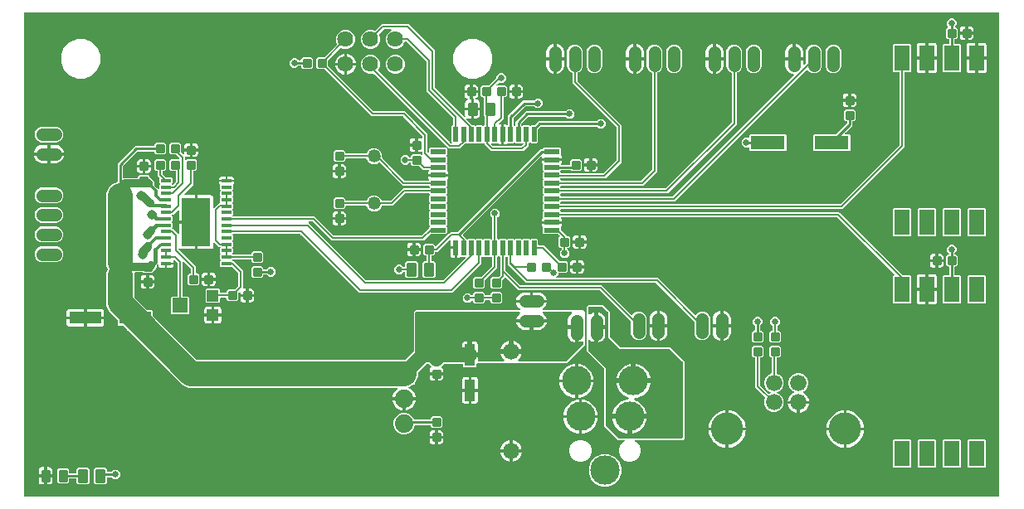
<source format=gtl>
G04 EAGLE Gerber RS-274X export*
G75*
%MOMM*%
%FSLAX34Y34*%
%LPD*%
%INTop Copper*%
%IPPOS*%
%AMOC8*
5,1,8,0,0,1.08239X$1,22.5*%
G01*
%ADD10C,0.222250*%
%ADD11R,3.302000X1.270000*%
%ADD12R,1.066800X2.184400*%
%ADD13C,0.254000*%
%ADD14C,1.676400*%
%ADD15R,1.879600X1.879600*%
%ADD16C,1.879600*%
%ADD17C,1.625600*%
%ADD18C,1.308000*%
%ADD19R,0.500000X1.500000*%
%ADD20R,1.500000X0.500000*%
%ADD21R,1.000000X0.350000*%
%ADD22R,3.000000X5.000000*%
%ADD23R,1.600000X1.500000*%
%ADD24R,1.200000X1.200000*%
%ADD25C,1.320800*%
%ADD26C,3.302000*%
%ADD27C,3.000000*%
%ADD28R,1.524000X2.540000*%
%ADD29R,3.500000X1.400000*%
%ADD30C,0.203200*%
%ADD31C,0.654800*%
%ADD32C,1.500000*%
%ADD33C,2.540000*%
%ADD34C,0.300000*%
%ADD35C,0.812800*%
%ADD36C,0.406400*%
%ADD37C,0.975000*%
%ADD38C,0.304800*%
%ADD39C,0.152400*%

G36*
X996718Y2544D02*
X996718Y2544D01*
X996737Y2542D01*
X996839Y2564D01*
X996941Y2580D01*
X996958Y2590D01*
X996978Y2594D01*
X997067Y2647D01*
X997158Y2696D01*
X997172Y2710D01*
X997189Y2720D01*
X997256Y2799D01*
X997328Y2874D01*
X997336Y2892D01*
X997349Y2907D01*
X997388Y3003D01*
X997431Y3097D01*
X997433Y3117D01*
X997441Y3135D01*
X997459Y3302D01*
X997459Y496698D01*
X997456Y496718D01*
X997458Y496737D01*
X997436Y496839D01*
X997420Y496941D01*
X997410Y496958D01*
X997406Y496978D01*
X997353Y497067D01*
X997304Y497158D01*
X997290Y497172D01*
X997280Y497189D01*
X997201Y497256D01*
X997126Y497328D01*
X997108Y497336D01*
X997093Y497349D01*
X996997Y497388D01*
X996903Y497431D01*
X996883Y497433D01*
X996865Y497441D01*
X996698Y497459D01*
X3302Y497459D01*
X3282Y497456D01*
X3263Y497458D01*
X3161Y497436D01*
X3059Y497420D01*
X3042Y497410D01*
X3022Y497406D01*
X2933Y497353D01*
X2842Y497304D01*
X2828Y497290D01*
X2811Y497280D01*
X2744Y497201D01*
X2672Y497126D01*
X2664Y497108D01*
X2651Y497093D01*
X2612Y496997D01*
X2569Y496903D01*
X2567Y496883D01*
X2559Y496865D01*
X2541Y496698D01*
X2541Y3302D01*
X2544Y3282D01*
X2542Y3263D01*
X2564Y3161D01*
X2580Y3059D01*
X2590Y3042D01*
X2594Y3022D01*
X2647Y2933D01*
X2696Y2842D01*
X2710Y2828D01*
X2720Y2811D01*
X2799Y2744D01*
X2874Y2672D01*
X2892Y2664D01*
X2907Y2651D01*
X3003Y2612D01*
X3097Y2569D01*
X3117Y2567D01*
X3135Y2559D01*
X3302Y2541D01*
X996698Y2541D01*
X996718Y2544D01*
G37*
%LPC*%
G36*
X389889Y102869D02*
X389889Y102869D01*
X389889Y103632D01*
X389886Y103652D01*
X389888Y103671D01*
X389866Y103772D01*
X389849Y103875D01*
X389840Y103892D01*
X389836Y103912D01*
X389783Y104001D01*
X389734Y104092D01*
X389720Y104106D01*
X389710Y104123D01*
X389631Y104190D01*
X389556Y104261D01*
X389538Y104270D01*
X389523Y104283D01*
X389427Y104322D01*
X389333Y104365D01*
X389313Y104367D01*
X389295Y104375D01*
X389128Y104393D01*
X378044Y104393D01*
X378245Y105666D01*
X378826Y107453D01*
X379679Y109127D01*
X380784Y110648D01*
X382112Y111976D01*
X383065Y112668D01*
X383070Y112674D01*
X383077Y112678D01*
X383156Y112761D01*
X383238Y112843D01*
X383241Y112850D01*
X383247Y112856D01*
X383295Y112959D01*
X383346Y113064D01*
X383347Y113072D01*
X383350Y113079D01*
X383363Y113193D01*
X383378Y113308D01*
X383377Y113316D01*
X383377Y113323D01*
X383353Y113436D01*
X383331Y113549D01*
X383327Y113556D01*
X383325Y113564D01*
X383266Y113662D01*
X383209Y113763D01*
X383203Y113768D01*
X383199Y113775D01*
X383111Y113850D01*
X383025Y113927D01*
X383018Y113930D01*
X383012Y113935D01*
X382905Y113978D01*
X382799Y114023D01*
X382791Y114024D01*
X382784Y114027D01*
X382617Y114045D01*
X169891Y114045D01*
X164662Y116211D01*
X107619Y173254D01*
X103551Y177322D01*
X103477Y177375D01*
X103407Y177435D01*
X103377Y177447D01*
X103351Y177466D01*
X103264Y177493D01*
X103179Y177527D01*
X103138Y177531D01*
X103116Y177538D01*
X103084Y177537D01*
X103013Y177545D01*
X98428Y177545D01*
X97535Y178438D01*
X97535Y183023D01*
X97521Y183113D01*
X97513Y183204D01*
X97501Y183233D01*
X97496Y183265D01*
X97453Y183346D01*
X97417Y183430D01*
X97391Y183462D01*
X97380Y183483D01*
X97357Y183505D01*
X97312Y183561D01*
X88271Y192602D01*
X86105Y197831D01*
X86105Y231429D01*
X87443Y234659D01*
X87464Y234747D01*
X87492Y234834D01*
X87492Y234867D01*
X87499Y234898D01*
X87490Y234989D01*
X87490Y235080D01*
X87478Y235120D01*
X87476Y235143D01*
X87463Y235172D01*
X87443Y235241D01*
X86105Y238471D01*
X86105Y312709D01*
X88271Y317938D01*
X92272Y321939D01*
X97065Y323924D01*
X97165Y323986D01*
X97265Y324046D01*
X97269Y324051D01*
X97274Y324054D01*
X97349Y324144D01*
X97425Y324233D01*
X97427Y324239D01*
X97431Y324244D01*
X97473Y324352D01*
X97517Y324461D01*
X97518Y324469D01*
X97519Y324473D01*
X97520Y324491D01*
X97535Y324628D01*
X97535Y342788D01*
X115682Y360935D01*
X134239Y360935D01*
X134259Y360938D01*
X134278Y360936D01*
X134380Y360958D01*
X134482Y360974D01*
X134499Y360984D01*
X134519Y360988D01*
X134608Y361041D01*
X134699Y361090D01*
X134713Y361104D01*
X134730Y361114D01*
X134797Y361193D01*
X134869Y361268D01*
X134877Y361286D01*
X134890Y361301D01*
X134929Y361397D01*
X134972Y361491D01*
X134974Y361511D01*
X134982Y361529D01*
X135000Y361696D01*
X135000Y362566D01*
X136544Y364110D01*
X145396Y364110D01*
X146940Y362566D01*
X146940Y353714D01*
X145396Y352170D01*
X136544Y352170D01*
X135000Y353714D01*
X135000Y354584D01*
X134997Y354604D01*
X134999Y354623D01*
X134977Y354725D01*
X134961Y354827D01*
X134951Y354844D01*
X134947Y354864D01*
X134894Y354953D01*
X134845Y355044D01*
X134831Y355058D01*
X134821Y355075D01*
X134742Y355142D01*
X134667Y355214D01*
X134649Y355222D01*
X134634Y355235D01*
X134538Y355274D01*
X134444Y355317D01*
X134424Y355319D01*
X134406Y355327D01*
X134239Y355345D01*
X118313Y355345D01*
X118223Y355331D01*
X118132Y355323D01*
X118102Y355311D01*
X118070Y355306D01*
X117990Y355263D01*
X117906Y355227D01*
X117874Y355201D01*
X117853Y355190D01*
X117831Y355167D01*
X117775Y355122D01*
X103348Y340695D01*
X103295Y340621D01*
X103235Y340552D01*
X103223Y340522D01*
X103204Y340496D01*
X103177Y340409D01*
X103143Y340324D01*
X103139Y340283D01*
X103132Y340261D01*
X103133Y340228D01*
X103125Y340157D01*
X103125Y328822D01*
X103132Y328777D01*
X103130Y328731D01*
X103152Y328656D01*
X103164Y328579D01*
X103186Y328539D01*
X103199Y328494D01*
X103243Y328431D01*
X103280Y328362D01*
X103313Y328330D01*
X103339Y328292D01*
X103401Y328246D01*
X103458Y328192D01*
X103500Y328173D01*
X103536Y328146D01*
X103610Y328122D01*
X103681Y328089D01*
X103727Y328084D01*
X103770Y328069D01*
X103848Y328070D01*
X103925Y328062D01*
X103970Y328071D01*
X104016Y328072D01*
X104148Y328110D01*
X104166Y328114D01*
X104170Y328117D01*
X104177Y328119D01*
X104298Y328169D01*
X117729Y328169D01*
X117749Y328172D01*
X117768Y328170D01*
X117870Y328192D01*
X117972Y328208D01*
X117989Y328218D01*
X118009Y328222D01*
X118098Y328275D01*
X118189Y328324D01*
X118203Y328338D01*
X118220Y328348D01*
X118287Y328427D01*
X118359Y328502D01*
X118367Y328520D01*
X118380Y328535D01*
X118419Y328631D01*
X118462Y328725D01*
X118464Y328745D01*
X118472Y328763D01*
X118490Y328930D01*
X118490Y329546D01*
X120034Y331090D01*
X128886Y331090D01*
X130430Y329546D01*
X130430Y328769D01*
X130449Y328655D01*
X130466Y328538D01*
X130468Y328533D01*
X130469Y328527D01*
X130524Y328424D01*
X130577Y328319D01*
X130582Y328315D01*
X130585Y328309D01*
X130669Y328229D01*
X130753Y328147D01*
X130759Y328143D01*
X130763Y328140D01*
X130780Y328132D01*
X130900Y328066D01*
X132706Y327318D01*
X134278Y325746D01*
X135129Y323692D01*
X135129Y321397D01*
X135114Y321340D01*
X135115Y321334D01*
X135114Y321328D01*
X135125Y321211D01*
X135134Y321095D01*
X135136Y321089D01*
X135136Y321083D01*
X135185Y320975D01*
X135230Y320869D01*
X135234Y320863D01*
X135236Y320859D01*
X135249Y320845D01*
X135335Y320738D01*
X137865Y318208D01*
X137939Y318155D01*
X138008Y318095D01*
X138038Y318083D01*
X138064Y318064D01*
X138151Y318037D01*
X138236Y318003D01*
X138277Y317999D01*
X138299Y317992D01*
X138332Y317993D01*
X138403Y317985D01*
X138413Y317985D01*
X139101Y317297D01*
X139159Y317255D01*
X139211Y317206D01*
X139258Y317184D01*
X139300Y317153D01*
X139369Y317132D01*
X139434Y317102D01*
X139486Y317096D01*
X139536Y317081D01*
X139607Y317083D01*
X139678Y317075D01*
X139729Y317086D01*
X139781Y317087D01*
X139849Y317112D01*
X139919Y317127D01*
X139964Y317154D01*
X140012Y317172D01*
X140068Y317217D01*
X140130Y317253D01*
X140164Y317293D01*
X140204Y317325D01*
X140243Y317386D01*
X140290Y317440D01*
X140309Y317489D01*
X140337Y317532D01*
X140355Y317602D01*
X140382Y317668D01*
X140390Y317740D01*
X140398Y317771D01*
X140396Y317794D01*
X140400Y317835D01*
X140400Y321342D01*
X140730Y321672D01*
X140742Y321688D01*
X140758Y321700D01*
X140814Y321787D01*
X140874Y321871D01*
X140880Y321890D01*
X140891Y321907D01*
X140916Y322008D01*
X140946Y322107D01*
X140946Y322126D01*
X140951Y322146D01*
X140943Y322249D01*
X140940Y322352D01*
X140933Y322371D01*
X140932Y322391D01*
X140891Y322486D01*
X140856Y322583D01*
X140843Y322599D01*
X140835Y322617D01*
X140730Y322748D01*
X140400Y323078D01*
X140400Y328076D01*
X140386Y328166D01*
X140378Y328257D01*
X140366Y328287D01*
X140361Y328319D01*
X140318Y328400D01*
X140282Y328484D01*
X140256Y328516D01*
X140245Y328536D01*
X140222Y328559D01*
X140177Y328615D01*
X138429Y330363D01*
X138429Y334899D01*
X138426Y334919D01*
X138428Y334938D01*
X138406Y335040D01*
X138390Y335142D01*
X138380Y335159D01*
X138376Y335179D01*
X138323Y335268D01*
X138274Y335359D01*
X138260Y335373D01*
X138250Y335390D01*
X138171Y335457D01*
X138096Y335529D01*
X138078Y335537D01*
X138063Y335550D01*
X137967Y335589D01*
X137873Y335632D01*
X137853Y335634D01*
X137835Y335642D01*
X137668Y335660D01*
X136544Y335660D01*
X135000Y337204D01*
X135000Y346056D01*
X136544Y347600D01*
X145396Y347600D01*
X146940Y346056D01*
X146940Y337204D01*
X145396Y335660D01*
X144272Y335660D01*
X144252Y335657D01*
X144233Y335659D01*
X144131Y335637D01*
X144029Y335621D01*
X144012Y335611D01*
X143992Y335607D01*
X143903Y335554D01*
X143812Y335505D01*
X143798Y335491D01*
X143781Y335481D01*
X143714Y335402D01*
X143642Y335327D01*
X143634Y335309D01*
X143621Y335294D01*
X143582Y335198D01*
X143539Y335104D01*
X143537Y335084D01*
X143529Y335066D01*
X143511Y334899D01*
X143511Y332783D01*
X143525Y332693D01*
X143533Y332602D01*
X143545Y332572D01*
X143550Y332540D01*
X143593Y332459D01*
X143629Y332375D01*
X143655Y332343D01*
X143666Y332323D01*
X143689Y332300D01*
X143734Y332244D01*
X147020Y328958D01*
X147094Y328905D01*
X147164Y328845D01*
X147194Y328833D01*
X147220Y328814D01*
X147307Y328787D01*
X147392Y328753D01*
X147433Y328749D01*
X147455Y328742D01*
X147487Y328743D01*
X147559Y328735D01*
X152557Y328735D01*
X153450Y327842D01*
X153450Y323078D01*
X153172Y322800D01*
X153130Y322742D01*
X153080Y322690D01*
X153058Y322643D01*
X153028Y322601D01*
X153007Y322532D01*
X152977Y322467D01*
X152971Y322415D01*
X152956Y322365D01*
X152958Y322294D01*
X152950Y322223D01*
X152961Y322172D01*
X152962Y322120D01*
X152987Y322052D01*
X153002Y321982D01*
X153029Y321937D01*
X153046Y321889D01*
X153091Y321833D01*
X153128Y321771D01*
X153168Y321737D01*
X153200Y321697D01*
X153260Y321658D01*
X153315Y321611D01*
X153363Y321592D01*
X153407Y321564D01*
X153476Y321546D01*
X153543Y321519D01*
X153614Y321511D01*
X153646Y321503D01*
X153669Y321505D01*
X153710Y321501D01*
X153762Y321501D01*
X153852Y321515D01*
X153943Y321523D01*
X153973Y321535D01*
X154005Y321540D01*
X154086Y321583D01*
X154170Y321619D01*
X154202Y321645D01*
X154222Y321656D01*
X154226Y321659D01*
X154245Y321680D01*
X154301Y321724D01*
X157256Y324679D01*
X157309Y324753D01*
X157369Y324823D01*
X157381Y324853D01*
X157400Y324879D01*
X157427Y324966D01*
X157461Y325051D01*
X157465Y325092D01*
X157472Y325114D01*
X157471Y325146D01*
X157479Y325218D01*
X157479Y334899D01*
X157476Y334919D01*
X157478Y334938D01*
X157456Y335040D01*
X157440Y335142D01*
X157430Y335159D01*
X157426Y335179D01*
X157373Y335268D01*
X157324Y335359D01*
X157310Y335373D01*
X157300Y335390D01*
X157221Y335457D01*
X157146Y335529D01*
X157128Y335537D01*
X157113Y335550D01*
X157017Y335589D01*
X156923Y335632D01*
X156903Y335634D01*
X156885Y335642D01*
X156718Y335660D01*
X151784Y335660D01*
X150240Y337204D01*
X150240Y346056D01*
X151784Y347600D01*
X160049Y347600D01*
X160120Y347611D01*
X160192Y347613D01*
X160241Y347631D01*
X160292Y347639D01*
X160355Y347673D01*
X160423Y347698D01*
X160464Y347730D01*
X160509Y347755D01*
X160559Y347806D01*
X160615Y347851D01*
X160643Y347895D01*
X160679Y347933D01*
X160709Y347998D01*
X160748Y348058D01*
X160761Y348109D01*
X160782Y348156D01*
X160790Y348227D01*
X160808Y348297D01*
X160804Y348349D01*
X160810Y348400D01*
X160794Y348471D01*
X160789Y348542D01*
X160768Y348590D01*
X160757Y348641D01*
X160720Y348702D01*
X160692Y348768D01*
X160648Y348824D01*
X160631Y348852D01*
X160613Y348867D01*
X160588Y348899D01*
X157540Y351947D01*
X157466Y352000D01*
X157396Y352060D01*
X157366Y352072D01*
X157340Y352091D01*
X157253Y352118D01*
X157168Y352152D01*
X157127Y352156D01*
X157105Y352163D01*
X157073Y352162D01*
X157001Y352170D01*
X151784Y352170D01*
X150240Y353714D01*
X150240Y362566D01*
X151784Y364110D01*
X160636Y364110D01*
X162180Y362566D01*
X162180Y354809D01*
X162194Y354719D01*
X162202Y354628D01*
X162214Y354598D01*
X162219Y354566D01*
X162262Y354485D01*
X162298Y354401D01*
X162324Y354369D01*
X162335Y354349D01*
X162358Y354326D01*
X162403Y354270D01*
X164500Y352173D01*
X164539Y352145D01*
X164572Y352110D01*
X164612Y352088D01*
X164639Y352065D01*
X164665Y352054D01*
X164700Y352029D01*
X164746Y352015D01*
X164788Y351992D01*
X164843Y351983D01*
X164867Y351973D01*
X164893Y351970D01*
X164935Y351957D01*
X164983Y351958D01*
X165030Y351950D01*
X165105Y351962D01*
X165181Y351963D01*
X165226Y351980D01*
X165273Y351987D01*
X165341Y352022D01*
X165412Y352048D01*
X165449Y352078D01*
X165492Y352100D01*
X165545Y352154D01*
X165604Y352202D01*
X165630Y352242D01*
X165663Y352276D01*
X165696Y352345D01*
X165737Y352409D01*
X165749Y352455D01*
X165769Y352498D01*
X165778Y352574D01*
X165797Y352647D01*
X165793Y352695D01*
X165799Y352743D01*
X165797Y352754D01*
X165797Y352755D01*
X165796Y352760D01*
X165780Y352870D01*
X165778Y352892D01*
X165775Y352898D01*
X165774Y352908D01*
X165734Y353056D01*
X165734Y355347D01*
X171197Y355347D01*
X171197Y349884D01*
X168905Y349884D01*
X167977Y350133D01*
X167513Y350401D01*
X167423Y350435D01*
X167337Y350475D01*
X167309Y350478D01*
X167283Y350488D01*
X167187Y350492D01*
X167093Y350502D01*
X167065Y350496D01*
X167037Y350497D01*
X166945Y350470D01*
X166852Y350450D01*
X166828Y350435D01*
X166801Y350427D01*
X166723Y350373D01*
X166641Y350324D01*
X166623Y350302D01*
X166600Y350286D01*
X166543Y350209D01*
X166481Y350137D01*
X166471Y350110D01*
X166454Y350088D01*
X166425Y349997D01*
X166389Y349909D01*
X166385Y349873D01*
X166379Y349853D01*
X166379Y349821D01*
X166371Y349742D01*
X166371Y347514D01*
X166382Y347443D01*
X166384Y347371D01*
X166402Y347322D01*
X166410Y347271D01*
X166444Y347208D01*
X166469Y347140D01*
X166501Y347100D01*
X166526Y347054D01*
X166578Y347004D01*
X166622Y346948D01*
X166666Y346920D01*
X166704Y346884D01*
X166769Y346854D01*
X166829Y346815D01*
X166880Y346803D01*
X166927Y346781D01*
X166998Y346773D01*
X167068Y346755D01*
X167120Y346759D01*
X167171Y346754D01*
X167242Y346769D01*
X167313Y346774D01*
X167361Y346795D01*
X167412Y346806D01*
X167473Y346843D01*
X167539Y346871D01*
X167595Y346916D01*
X167623Y346932D01*
X167638Y346950D01*
X167670Y346976D01*
X168294Y347600D01*
X177146Y347600D01*
X178690Y346056D01*
X178690Y337204D01*
X177146Y335660D01*
X176022Y335660D01*
X176002Y335657D01*
X175983Y335659D01*
X175881Y335637D01*
X175779Y335621D01*
X175762Y335611D01*
X175742Y335607D01*
X175653Y335554D01*
X175562Y335505D01*
X175548Y335491D01*
X175531Y335481D01*
X175464Y335402D01*
X175392Y335327D01*
X175384Y335309D01*
X175371Y335294D01*
X175332Y335198D01*
X175289Y335104D01*
X175287Y335084D01*
X175279Y335066D01*
X175261Y334899D01*
X175261Y321528D01*
X165783Y312050D01*
X165742Y311992D01*
X165692Y311940D01*
X165670Y311893D01*
X165640Y311851D01*
X165619Y311782D01*
X165589Y311717D01*
X165583Y311665D01*
X165567Y311615D01*
X165569Y311544D01*
X165561Y311473D01*
X165573Y311422D01*
X165574Y311370D01*
X165598Y311302D01*
X165614Y311232D01*
X165640Y311187D01*
X165658Y311139D01*
X165703Y311083D01*
X165740Y311021D01*
X165779Y310987D01*
X165812Y310947D01*
X165872Y310908D01*
X165927Y310861D01*
X165975Y310842D01*
X166019Y310814D01*
X166088Y310796D01*
X166155Y310769D01*
X166226Y310761D01*
X166257Y310753D01*
X166281Y310755D01*
X166322Y310751D01*
X176277Y310751D01*
X176277Y284733D01*
X160259Y284733D01*
X160259Y294528D01*
X160248Y294599D01*
X160246Y294671D01*
X160228Y294720D01*
X160220Y294771D01*
X160186Y294834D01*
X160161Y294902D01*
X160129Y294942D01*
X160104Y294988D01*
X160052Y295038D01*
X160008Y295094D01*
X159964Y295122D01*
X159926Y295158D01*
X159861Y295188D01*
X159801Y295227D01*
X159750Y295240D01*
X159703Y295261D01*
X159632Y295269D01*
X159562Y295287D01*
X159510Y295283D01*
X159459Y295289D01*
X159388Y295273D01*
X159317Y295268D01*
X159269Y295247D01*
X159218Y295236D01*
X159157Y295199D01*
X159091Y295171D01*
X159035Y295127D01*
X159007Y295110D01*
X158992Y295092D01*
X158960Y295067D01*
X156024Y292131D01*
X154312Y290419D01*
X153710Y290419D01*
X153639Y290408D01*
X153567Y290406D01*
X153518Y290388D01*
X153467Y290380D01*
X153404Y290346D01*
X153336Y290321D01*
X153296Y290289D01*
X153250Y290264D01*
X153200Y290212D01*
X153144Y290168D01*
X153116Y290124D01*
X153080Y290086D01*
X153050Y290021D01*
X153011Y289961D01*
X152999Y289910D01*
X152977Y289863D01*
X152969Y289792D01*
X152951Y289722D01*
X152955Y289670D01*
X152950Y289619D01*
X152965Y289548D01*
X152970Y289477D01*
X152991Y289429D01*
X153002Y289378D01*
X153039Y289317D01*
X153067Y289251D01*
X153112Y289195D01*
X153128Y289167D01*
X153146Y289152D01*
X153172Y289120D01*
X153450Y288842D01*
X153450Y284078D01*
X153120Y283748D01*
X153108Y283732D01*
X153092Y283720D01*
X153036Y283633D01*
X152976Y283549D01*
X152970Y283530D01*
X152959Y283513D01*
X152934Y283412D01*
X152904Y283313D01*
X152904Y283294D01*
X152899Y283274D01*
X152907Y283171D01*
X152910Y283068D01*
X152917Y283049D01*
X152918Y283029D01*
X152959Y282934D01*
X152994Y282837D01*
X153007Y282821D01*
X153015Y282803D01*
X153120Y282672D01*
X153450Y282342D01*
X153450Y277578D01*
X153172Y277300D01*
X153130Y277242D01*
X153080Y277190D01*
X153058Y277143D01*
X153028Y277101D01*
X153007Y277032D01*
X152977Y276967D01*
X152971Y276915D01*
X152956Y276865D01*
X152958Y276794D01*
X152950Y276723D01*
X152961Y276672D01*
X152962Y276620D01*
X152987Y276552D01*
X153002Y276482D01*
X153029Y276437D01*
X153046Y276389D01*
X153091Y276333D01*
X153128Y276271D01*
X153168Y276237D01*
X153200Y276197D01*
X153260Y276158D01*
X153315Y276111D01*
X153363Y276092D01*
X153407Y276064D01*
X153476Y276046D01*
X153543Y276019D01*
X153614Y276011D01*
X153646Y276003D01*
X153669Y276005D01*
X153710Y276001D01*
X154312Y276001D01*
X156024Y274289D01*
X158960Y271353D01*
X159018Y271312D01*
X159070Y271262D01*
X159117Y271240D01*
X159159Y271210D01*
X159228Y271189D01*
X159293Y271159D01*
X159345Y271153D01*
X159395Y271137D01*
X159466Y271139D01*
X159537Y271131D01*
X159588Y271143D01*
X159640Y271144D01*
X159708Y271168D01*
X159778Y271184D01*
X159823Y271210D01*
X159871Y271228D01*
X159927Y271273D01*
X159989Y271310D01*
X160023Y271349D01*
X160063Y271382D01*
X160102Y271442D01*
X160149Y271497D01*
X160168Y271545D01*
X160196Y271589D01*
X160214Y271658D01*
X160241Y271725D01*
X160249Y271796D01*
X160257Y271827D01*
X160255Y271851D01*
X160259Y271892D01*
X160259Y281687D01*
X176277Y281687D01*
X176277Y255669D01*
X162466Y255669D01*
X161819Y255842D01*
X161163Y256222D01*
X161073Y256255D01*
X160987Y256295D01*
X160959Y256299D01*
X160933Y256309D01*
X160837Y256312D01*
X160743Y256323D01*
X160715Y256317D01*
X160687Y256318D01*
X160595Y256291D01*
X160502Y256270D01*
X160478Y256256D01*
X160451Y256248D01*
X160373Y256193D01*
X160291Y256144D01*
X160273Y256123D01*
X160250Y256106D01*
X160193Y256030D01*
X160131Y255957D01*
X160121Y255931D01*
X160104Y255908D01*
X160075Y255818D01*
X160039Y255729D01*
X160035Y255694D01*
X160029Y255674D01*
X160029Y255641D01*
X160021Y255562D01*
X160021Y255368D01*
X160035Y255278D01*
X160043Y255187D01*
X160055Y255157D01*
X160060Y255125D01*
X160103Y255044D01*
X160139Y254960D01*
X160165Y254928D01*
X160176Y254908D01*
X160199Y254885D01*
X160244Y254829D01*
X177801Y237272D01*
X177801Y231521D01*
X177804Y231501D01*
X177802Y231482D01*
X177824Y231380D01*
X177840Y231278D01*
X177850Y231261D01*
X177854Y231241D01*
X177907Y231152D01*
X177956Y231061D01*
X177970Y231047D01*
X177980Y231030D01*
X178059Y230963D01*
X178134Y230891D01*
X178152Y230883D01*
X178167Y230870D01*
X178263Y230831D01*
X178357Y230788D01*
X178377Y230786D01*
X178395Y230778D01*
X178562Y230760D01*
X179686Y230760D01*
X181230Y229216D01*
X181230Y220364D01*
X179686Y218820D01*
X170834Y218820D01*
X169290Y220364D01*
X169290Y229216D01*
X170834Y230760D01*
X171958Y230760D01*
X171978Y230763D01*
X171997Y230761D01*
X172099Y230783D01*
X172201Y230799D01*
X172218Y230809D01*
X172238Y230813D01*
X172327Y230866D01*
X172418Y230915D01*
X172432Y230929D01*
X172449Y230939D01*
X172516Y231018D01*
X172588Y231093D01*
X172596Y231111D01*
X172609Y231126D01*
X172648Y231222D01*
X172691Y231316D01*
X172693Y231336D01*
X172701Y231354D01*
X172719Y231521D01*
X172719Y234852D01*
X172705Y234942D01*
X172697Y235033D01*
X172685Y235063D01*
X172680Y235095D01*
X172637Y235176D01*
X172601Y235260D01*
X172575Y235292D01*
X172564Y235312D01*
X172541Y235335D01*
X172496Y235391D01*
X165370Y242517D01*
X165312Y242558D01*
X165260Y242608D01*
X165213Y242630D01*
X165171Y242660D01*
X165102Y242681D01*
X165037Y242711D01*
X164985Y242717D01*
X164935Y242733D01*
X164864Y242731D01*
X164793Y242739D01*
X164742Y242727D01*
X164690Y242726D01*
X164622Y242702D01*
X164552Y242686D01*
X164507Y242660D01*
X164459Y242642D01*
X164403Y242597D01*
X164341Y242560D01*
X164307Y242521D01*
X164267Y242488D01*
X164228Y242428D01*
X164181Y242373D01*
X164162Y242325D01*
X164134Y242281D01*
X164116Y242212D01*
X164089Y242145D01*
X164081Y242074D01*
X164073Y242043D01*
X164075Y242019D01*
X164071Y241978D01*
X164071Y207906D01*
X164074Y207886D01*
X164072Y207867D01*
X164094Y207765D01*
X164110Y207663D01*
X164120Y207646D01*
X164124Y207626D01*
X164177Y207537D01*
X164226Y207446D01*
X164240Y207432D01*
X164250Y207415D01*
X164329Y207348D01*
X164404Y207276D01*
X164422Y207268D01*
X164437Y207255D01*
X164533Y207216D01*
X164627Y207173D01*
X164647Y207171D01*
X164665Y207163D01*
X164832Y207145D01*
X170162Y207145D01*
X171055Y206252D01*
X171055Y189988D01*
X170162Y189095D01*
X152898Y189095D01*
X152005Y189988D01*
X152005Y206252D01*
X152898Y207145D01*
X158228Y207145D01*
X158248Y207148D01*
X158267Y207146D01*
X158369Y207168D01*
X158471Y207184D01*
X158488Y207194D01*
X158508Y207198D01*
X158597Y207251D01*
X158688Y207300D01*
X158702Y207314D01*
X158719Y207324D01*
X158786Y207403D01*
X158858Y207478D01*
X158866Y207496D01*
X158879Y207511D01*
X158918Y207607D01*
X158961Y207701D01*
X158963Y207721D01*
X158971Y207739D01*
X158989Y207906D01*
X158989Y240962D01*
X158975Y241052D01*
X158967Y241143D01*
X158955Y241173D01*
X158950Y241205D01*
X158907Y241286D01*
X158871Y241370D01*
X158845Y241402D01*
X158834Y241422D01*
X158811Y241445D01*
X158766Y241501D01*
X155571Y244696D01*
X155497Y244749D01*
X155427Y244809D01*
X155397Y244821D01*
X155371Y244840D01*
X155284Y244867D01*
X155199Y244901D01*
X155158Y244905D01*
X155136Y244912D01*
X155104Y244911D01*
X155032Y244919D01*
X154902Y244919D01*
X154808Y244904D01*
X154713Y244895D01*
X154687Y244884D01*
X154659Y244880D01*
X154575Y244835D01*
X154487Y244797D01*
X154466Y244778D01*
X154442Y244764D01*
X154376Y244695D01*
X154305Y244631D01*
X154292Y244607D01*
X154272Y244586D01*
X154232Y244500D01*
X154186Y244416D01*
X154181Y244389D01*
X154169Y244363D01*
X154158Y244268D01*
X154141Y244175D01*
X154145Y244147D01*
X154142Y244119D01*
X154162Y244025D01*
X154175Y243931D01*
X154189Y243899D01*
X154194Y243878D01*
X154211Y243850D01*
X154243Y243777D01*
X154293Y243691D01*
X154466Y243044D01*
X154466Y241834D01*
X147038Y241834D01*
X147019Y241831D01*
X146999Y241833D01*
X146897Y241811D01*
X146795Y241795D01*
X146778Y241785D01*
X146758Y241781D01*
X146669Y241728D01*
X146578Y241679D01*
X146564Y241665D01*
X146547Y241655D01*
X146480Y241576D01*
X146409Y241501D01*
X146400Y241483D01*
X146394Y241475D01*
X146352Y241453D01*
X146338Y241439D01*
X146321Y241429D01*
X146254Y241350D01*
X146182Y241275D01*
X146174Y241257D01*
X146161Y241242D01*
X146122Y241145D01*
X146079Y241052D01*
X146077Y241032D01*
X146069Y241014D01*
X146051Y240847D01*
X146051Y236669D01*
X141591Y236669D01*
X140944Y236842D01*
X140365Y237177D01*
X139892Y237650D01*
X139557Y238229D01*
X139384Y238876D01*
X139384Y239196D01*
X139373Y239267D01*
X139371Y239339D01*
X139353Y239388D01*
X139345Y239439D01*
X139311Y239502D01*
X139286Y239570D01*
X139254Y239611D01*
X139229Y239657D01*
X139178Y239706D01*
X139133Y239762D01*
X139089Y239790D01*
X139051Y239826D01*
X138986Y239856D01*
X138926Y239895D01*
X138875Y239908D01*
X138828Y239930D01*
X138757Y239938D01*
X138687Y239955D01*
X138635Y239951D01*
X138584Y239957D01*
X138513Y239941D01*
X138442Y239936D01*
X138394Y239916D01*
X138343Y239904D01*
X138282Y239868D01*
X138216Y239840D01*
X138160Y239795D01*
X138132Y239778D01*
X138117Y239761D01*
X138085Y239735D01*
X137892Y239542D01*
X137838Y239468D01*
X137779Y239398D01*
X137767Y239368D01*
X137748Y239342D01*
X137721Y239255D01*
X137687Y239170D01*
X137683Y239129D01*
X137676Y239107D01*
X137677Y239075D01*
X137669Y239003D01*
X137669Y237648D01*
X136818Y235594D01*
X133956Y232732D01*
X133917Y232716D01*
X133852Y232664D01*
X133824Y232646D01*
X133812Y232631D01*
X133786Y232611D01*
X132696Y231520D01*
X123844Y231520D01*
X123686Y231678D01*
X123612Y231731D01*
X123543Y231791D01*
X123513Y231803D01*
X123487Y231822D01*
X123400Y231849D01*
X123315Y231883D01*
X123274Y231887D01*
X123252Y231894D01*
X123219Y231893D01*
X123148Y231901D01*
X115316Y231901D01*
X115296Y231898D01*
X115277Y231900D01*
X115175Y231878D01*
X115073Y231862D01*
X115056Y231852D01*
X115036Y231848D01*
X114947Y231795D01*
X114856Y231746D01*
X114842Y231732D01*
X114825Y231722D01*
X114758Y231643D01*
X114686Y231568D01*
X114678Y231550D01*
X114665Y231535D01*
X114626Y231439D01*
X114583Y231345D01*
X114581Y231325D01*
X114573Y231307D01*
X114555Y231140D01*
X114555Y206867D01*
X114569Y206777D01*
X114577Y206686D01*
X114589Y206657D01*
X114594Y206625D01*
X114637Y206544D01*
X114673Y206460D01*
X114699Y206428D01*
X114710Y206407D01*
X114733Y206385D01*
X114778Y206329D01*
X127589Y193518D01*
X127663Y193465D01*
X127733Y193405D01*
X127763Y193393D01*
X127789Y193374D01*
X127876Y193347D01*
X127961Y193313D01*
X128002Y193309D01*
X128024Y193302D01*
X128056Y193303D01*
X128127Y193295D01*
X132712Y193295D01*
X133605Y192402D01*
X133605Y187817D01*
X133619Y187727D01*
X133627Y187636D01*
X133639Y187607D01*
X133644Y187575D01*
X133687Y187494D01*
X133723Y187410D01*
X133749Y187378D01*
X133760Y187357D01*
X133783Y187335D01*
X133828Y187279D01*
X178389Y142718D01*
X178463Y142665D01*
X178533Y142605D01*
X178563Y142593D01*
X178589Y142574D01*
X178676Y142547D01*
X178761Y142513D01*
X178802Y142509D01*
X178824Y142502D01*
X178856Y142503D01*
X178927Y142495D01*
X391036Y142495D01*
X391127Y142509D01*
X391217Y142517D01*
X391247Y142529D01*
X391279Y142534D01*
X391360Y142577D01*
X391444Y142613D01*
X391476Y142639D01*
X391497Y142650D01*
X391519Y142673D01*
X391575Y142718D01*
X399572Y150715D01*
X399625Y150789D01*
X399685Y150859D01*
X399697Y150889D01*
X399716Y150915D01*
X399743Y151002D01*
X399777Y151087D01*
X399781Y151128D01*
X399788Y151150D01*
X399787Y151182D01*
X399795Y151253D01*
X399795Y191658D01*
X401432Y193295D01*
X507973Y193295D01*
X507996Y193298D01*
X508019Y193296D01*
X508117Y193318D01*
X508216Y193334D01*
X508236Y193345D01*
X508259Y193350D01*
X508345Y193403D01*
X508433Y193450D01*
X508449Y193466D01*
X508469Y193478D01*
X508533Y193555D01*
X508603Y193628D01*
X508612Y193649D01*
X508627Y193666D01*
X508664Y193760D01*
X508706Y193851D01*
X508709Y193874D01*
X508717Y193895D01*
X508722Y193996D01*
X508733Y194095D01*
X508728Y194118D01*
X508730Y194141D01*
X508702Y194238D01*
X508681Y194336D01*
X508669Y194356D01*
X508663Y194378D01*
X508606Y194461D01*
X508555Y194547D01*
X508537Y194562D01*
X508524Y194581D01*
X508396Y194689D01*
X507576Y195237D01*
X506312Y196501D01*
X505318Y197989D01*
X504633Y199641D01*
X504409Y200767D01*
X519143Y200767D01*
X519163Y200770D01*
X519182Y200768D01*
X519284Y200790D01*
X519386Y200807D01*
X519403Y200816D01*
X519423Y200820D01*
X519512Y200873D01*
X519603Y200922D01*
X519617Y200936D01*
X519634Y200946D01*
X519701Y201025D01*
X519772Y201100D01*
X519781Y201118D01*
X519794Y201133D01*
X519832Y201229D01*
X519876Y201323D01*
X519878Y201343D01*
X519886Y201361D01*
X519904Y201528D01*
X519904Y202291D01*
X519906Y202291D01*
X519906Y201528D01*
X519909Y201508D01*
X519907Y201489D01*
X519929Y201387D01*
X519946Y201285D01*
X519955Y201268D01*
X519959Y201248D01*
X520012Y201159D01*
X520061Y201068D01*
X520075Y201054D01*
X520085Y201037D01*
X520164Y200970D01*
X520239Y200899D01*
X520257Y200890D01*
X520272Y200877D01*
X520368Y200838D01*
X520462Y200795D01*
X520482Y200793D01*
X520500Y200785D01*
X520667Y200767D01*
X535401Y200767D01*
X535177Y199641D01*
X534492Y197989D01*
X533498Y196501D01*
X532234Y195237D01*
X531414Y194689D01*
X531397Y194673D01*
X531377Y194662D01*
X531308Y194590D01*
X531234Y194521D01*
X531223Y194501D01*
X531207Y194484D01*
X531165Y194393D01*
X531117Y194305D01*
X531114Y194282D01*
X531104Y194261D01*
X531093Y194161D01*
X531076Y194062D01*
X531079Y194039D01*
X531077Y194017D01*
X531098Y193918D01*
X531114Y193819D01*
X531124Y193799D01*
X531129Y193776D01*
X531181Y193690D01*
X531227Y193601D01*
X531243Y193585D01*
X531255Y193565D01*
X531332Y193500D01*
X531404Y193430D01*
X531425Y193420D01*
X531442Y193405D01*
X531535Y193368D01*
X531626Y193325D01*
X531649Y193322D01*
X531670Y193313D01*
X531837Y193295D01*
X572658Y193295D01*
X574295Y191658D01*
X574295Y157592D01*
X556148Y139445D01*
X464820Y139445D01*
X464800Y139442D01*
X464781Y139444D01*
X464679Y139422D01*
X464577Y139406D01*
X464560Y139396D01*
X464540Y139392D01*
X464451Y139339D01*
X464360Y139290D01*
X464346Y139276D01*
X464329Y139266D01*
X464262Y139187D01*
X464190Y139112D01*
X464182Y139094D01*
X464169Y139079D01*
X464130Y138983D01*
X464087Y138889D01*
X464085Y138869D01*
X464077Y138851D01*
X464059Y138684D01*
X464059Y136086D01*
X463166Y135193D01*
X451234Y135193D01*
X450341Y136086D01*
X450341Y137854D01*
X450338Y137874D01*
X450340Y137893D01*
X450318Y137995D01*
X450302Y138097D01*
X450292Y138114D01*
X450288Y138134D01*
X450235Y138223D01*
X450186Y138314D01*
X450172Y138328D01*
X450162Y138345D01*
X450083Y138412D01*
X450008Y138484D01*
X449990Y138492D01*
X449975Y138505D01*
X449879Y138544D01*
X449785Y138587D01*
X449765Y138589D01*
X449747Y138597D01*
X449580Y138615D01*
X431094Y138615D01*
X431003Y138601D01*
X430913Y138593D01*
X430883Y138581D01*
X430851Y138576D01*
X430770Y138533D01*
X430686Y138497D01*
X430654Y138471D01*
X430633Y138460D01*
X430611Y138437D01*
X430555Y138392D01*
X428048Y135885D01*
X427980Y135790D01*
X427908Y135693D01*
X427907Y135689D01*
X427905Y135686D01*
X427870Y135573D01*
X427834Y135459D01*
X427834Y135455D01*
X427832Y135451D01*
X427835Y135331D01*
X427837Y135213D01*
X427839Y135209D01*
X427839Y135205D01*
X427880Y135091D01*
X427919Y134981D01*
X427922Y134978D01*
X427923Y134974D01*
X427998Y134881D01*
X428071Y134787D01*
X428075Y134784D01*
X428077Y134782D01*
X428088Y134774D01*
X428206Y134688D01*
X428486Y134526D01*
X429166Y133846D01*
X429647Y133013D01*
X429896Y132085D01*
X429896Y129793D01*
X423672Y129793D01*
X423652Y129790D01*
X423633Y129792D01*
X423531Y129770D01*
X423429Y129753D01*
X423412Y129744D01*
X423392Y129740D01*
X423303Y129687D01*
X423212Y129638D01*
X423198Y129624D01*
X423181Y129614D01*
X423114Y129535D01*
X423043Y129460D01*
X423034Y129442D01*
X423021Y129427D01*
X422982Y129331D01*
X422939Y129237D01*
X422937Y129217D01*
X422929Y129199D01*
X422911Y129032D01*
X422911Y128269D01*
X422909Y128269D01*
X422909Y129032D01*
X422906Y129052D01*
X422908Y129071D01*
X422886Y129173D01*
X422869Y129275D01*
X422860Y129292D01*
X422856Y129312D01*
X422803Y129401D01*
X422754Y129492D01*
X422740Y129506D01*
X422730Y129523D01*
X422651Y129590D01*
X422576Y129661D01*
X422558Y129670D01*
X422543Y129683D01*
X422447Y129722D01*
X422353Y129765D01*
X422333Y129767D01*
X422315Y129775D01*
X422148Y129793D01*
X415924Y129793D01*
X415924Y132085D01*
X416173Y133013D01*
X416654Y133846D01*
X417334Y134526D01*
X417614Y134688D01*
X417705Y134762D01*
X417799Y134837D01*
X417801Y134841D01*
X417804Y134844D01*
X417867Y134943D01*
X417932Y135044D01*
X417933Y135048D01*
X417935Y135052D01*
X417962Y135166D01*
X417992Y135283D01*
X417992Y135287D01*
X417993Y135291D01*
X417982Y135410D01*
X417973Y135528D01*
X417971Y135532D01*
X417971Y135536D01*
X417923Y135645D01*
X417877Y135754D01*
X417873Y135758D01*
X417872Y135761D01*
X417863Y135772D01*
X417772Y135885D01*
X415265Y138392D01*
X415191Y138445D01*
X415121Y138505D01*
X415091Y138517D01*
X415065Y138536D01*
X414978Y138563D01*
X414893Y138597D01*
X414852Y138601D01*
X414830Y138608D01*
X414798Y138607D01*
X414726Y138615D01*
X413314Y138615D01*
X413223Y138601D01*
X413133Y138593D01*
X413103Y138581D01*
X413071Y138576D01*
X412990Y138533D01*
X412906Y138497D01*
X412874Y138471D01*
X412853Y138460D01*
X412831Y138437D01*
X412775Y138392D01*
X404338Y129955D01*
X404285Y129881D01*
X404225Y129811D01*
X404213Y129781D01*
X404194Y129755D01*
X404167Y129668D01*
X404133Y129583D01*
X404129Y129542D01*
X404122Y129520D01*
X404123Y129488D01*
X404115Y129416D01*
X404115Y125441D01*
X401949Y120212D01*
X401036Y119299D01*
X400983Y119225D01*
X400923Y119155D01*
X400911Y119125D01*
X400892Y119099D01*
X400865Y119012D01*
X400831Y118927D01*
X400827Y118886D01*
X400820Y118864D01*
X400821Y118832D01*
X400813Y118761D01*
X400813Y118240D01*
X399920Y117347D01*
X399399Y117347D01*
X399309Y117333D01*
X399218Y117325D01*
X399189Y117313D01*
X399157Y117308D01*
X399076Y117265D01*
X398992Y117229D01*
X398960Y117203D01*
X398939Y117192D01*
X398917Y117169D01*
X398861Y117124D01*
X397948Y116211D01*
X395092Y115028D01*
X395056Y115006D01*
X395017Y114992D01*
X394952Y114942D01*
X394883Y114898D01*
X394856Y114866D01*
X394823Y114840D01*
X394778Y114772D01*
X394726Y114709D01*
X394711Y114670D01*
X394688Y114635D01*
X394667Y114555D01*
X394638Y114479D01*
X394636Y114437D01*
X394625Y114397D01*
X394631Y114315D01*
X394627Y114233D01*
X394639Y114193D01*
X394642Y114151D01*
X394673Y114076D01*
X394696Y113997D01*
X394720Y113963D01*
X394736Y113924D01*
X394789Y113862D01*
X394836Y113795D01*
X394870Y113770D01*
X394897Y113739D01*
X395027Y113653D01*
X395034Y113648D01*
X395035Y113648D01*
X395038Y113646D01*
X396147Y113081D01*
X397668Y111976D01*
X398996Y110648D01*
X400101Y109127D01*
X400954Y107453D01*
X401535Y105666D01*
X401736Y104393D01*
X390652Y104393D01*
X390632Y104390D01*
X390613Y104392D01*
X390511Y104370D01*
X390409Y104353D01*
X390392Y104344D01*
X390372Y104340D01*
X390283Y104287D01*
X390192Y104238D01*
X390178Y104224D01*
X390161Y104214D01*
X390094Y104135D01*
X390023Y104060D01*
X390014Y104042D01*
X390001Y104027D01*
X389963Y103931D01*
X389919Y103837D01*
X389917Y103817D01*
X389909Y103799D01*
X389891Y103632D01*
X389891Y102869D01*
X389889Y102869D01*
G37*
%LPD*%
%LPC*%
G36*
X627726Y162720D02*
X627726Y162720D01*
X624762Y163948D01*
X622493Y166217D01*
X621265Y169181D01*
X621265Y181481D01*
X621251Y181571D01*
X621243Y181662D01*
X621231Y181692D01*
X621226Y181724D01*
X621183Y181805D01*
X621147Y181889D01*
X621121Y181921D01*
X621110Y181941D01*
X621087Y181964D01*
X621042Y182020D01*
X589926Y213136D01*
X589852Y213189D01*
X589782Y213249D01*
X589752Y213261D01*
X589726Y213280D01*
X589639Y213307D01*
X589554Y213341D01*
X589513Y213345D01*
X589491Y213352D01*
X589459Y213351D01*
X589387Y213359D01*
X506948Y213359D01*
X505236Y215070D01*
X505236Y215071D01*
X493933Y226374D01*
X493917Y226385D01*
X493905Y226401D01*
X493817Y226457D01*
X493734Y226517D01*
X493715Y226523D01*
X493698Y226534D01*
X493597Y226559D01*
X493498Y226589D01*
X493479Y226589D01*
X493459Y226594D01*
X493356Y226586D01*
X493253Y226583D01*
X493234Y226576D01*
X493214Y226575D01*
X493119Y226534D01*
X493022Y226499D01*
X493006Y226486D01*
X492988Y226478D01*
X492857Y226374D01*
X491429Y224946D01*
X490063Y223580D01*
X490010Y223506D01*
X489950Y223436D01*
X489938Y223406D01*
X489919Y223380D01*
X489892Y223293D01*
X489858Y223208D01*
X489854Y223167D01*
X489847Y223145D01*
X489848Y223113D01*
X489840Y223041D01*
X489840Y216554D01*
X488296Y215010D01*
X479444Y215010D01*
X477900Y216554D01*
X477900Y225406D01*
X479444Y226950D01*
X485931Y226950D01*
X486021Y226964D01*
X486112Y226972D01*
X486142Y226984D01*
X486174Y226989D01*
X486255Y227032D01*
X486339Y227068D01*
X486371Y227094D01*
X486391Y227105D01*
X486414Y227128D01*
X486470Y227173D01*
X487836Y228539D01*
X487889Y228613D01*
X487949Y228683D01*
X487961Y228713D01*
X487980Y228739D01*
X488007Y228826D01*
X488041Y228911D01*
X488045Y228952D01*
X488052Y228974D01*
X488051Y229006D01*
X488059Y229078D01*
X488059Y247174D01*
X488056Y247194D01*
X488058Y247213D01*
X488036Y247315D01*
X488020Y247417D01*
X488010Y247434D01*
X488006Y247454D01*
X487953Y247543D01*
X487904Y247634D01*
X487890Y247648D01*
X487880Y247665D01*
X487801Y247732D01*
X487726Y247804D01*
X487708Y247812D01*
X487693Y247825D01*
X487597Y247864D01*
X487503Y247907D01*
X487496Y247908D01*
X487138Y248265D01*
X487122Y248277D01*
X487110Y248293D01*
X487023Y248349D01*
X486939Y248409D01*
X486920Y248415D01*
X486903Y248426D01*
X486802Y248451D01*
X486703Y248481D01*
X486684Y248481D01*
X486664Y248486D01*
X486561Y248478D01*
X486458Y248475D01*
X486439Y248468D01*
X486419Y248467D01*
X486324Y248426D01*
X486227Y248391D01*
X486211Y248378D01*
X486193Y248370D01*
X486062Y248265D01*
X485698Y247902D01*
X485659Y247896D01*
X485642Y247886D01*
X485622Y247882D01*
X485533Y247829D01*
X485442Y247780D01*
X485428Y247766D01*
X485411Y247756D01*
X485344Y247677D01*
X485272Y247602D01*
X485264Y247584D01*
X485251Y247569D01*
X485212Y247473D01*
X485169Y247379D01*
X485167Y247359D01*
X485159Y247341D01*
X485141Y247174D01*
X485141Y236438D01*
X472283Y223580D01*
X472230Y223506D01*
X472170Y223436D01*
X472158Y223406D01*
X472139Y223380D01*
X472112Y223293D01*
X472078Y223208D01*
X472074Y223167D01*
X472067Y223145D01*
X472068Y223113D01*
X472060Y223041D01*
X472060Y216554D01*
X470516Y215010D01*
X461664Y215010D01*
X460120Y216554D01*
X460120Y225406D01*
X461664Y226950D01*
X468151Y226950D01*
X468241Y226964D01*
X468332Y226972D01*
X468362Y226984D01*
X468394Y226989D01*
X468475Y227032D01*
X468559Y227068D01*
X468591Y227094D01*
X468611Y227105D01*
X468634Y227128D01*
X468690Y227173D01*
X479836Y238319D01*
X479889Y238393D01*
X479949Y238463D01*
X479961Y238493D01*
X479980Y238519D01*
X480007Y238606D01*
X480041Y238691D01*
X480045Y238732D01*
X480052Y238754D01*
X480051Y238786D01*
X480059Y238858D01*
X480059Y247174D01*
X480056Y247194D01*
X480058Y247213D01*
X480036Y247315D01*
X480020Y247417D01*
X480010Y247434D01*
X480006Y247454D01*
X479953Y247543D01*
X479904Y247634D01*
X479890Y247648D01*
X479880Y247665D01*
X479801Y247732D01*
X479726Y247804D01*
X479708Y247812D01*
X479693Y247825D01*
X479597Y247864D01*
X479503Y247907D01*
X479496Y247908D01*
X479138Y248265D01*
X479122Y248277D01*
X479110Y248293D01*
X479023Y248349D01*
X478939Y248409D01*
X478920Y248415D01*
X478903Y248426D01*
X478802Y248451D01*
X478703Y248481D01*
X478684Y248481D01*
X478664Y248486D01*
X478561Y248478D01*
X478458Y248475D01*
X478439Y248468D01*
X478419Y248467D01*
X478324Y248426D01*
X478227Y248391D01*
X478211Y248378D01*
X478193Y248370D01*
X478062Y248265D01*
X477732Y247935D01*
X471468Y247935D01*
X471138Y248265D01*
X471122Y248277D01*
X471110Y248293D01*
X471023Y248349D01*
X470939Y248409D01*
X470920Y248415D01*
X470903Y248426D01*
X470802Y248451D01*
X470703Y248481D01*
X470684Y248481D01*
X470664Y248486D01*
X470561Y248478D01*
X470458Y248475D01*
X470439Y248468D01*
X470419Y248467D01*
X470324Y248426D01*
X470227Y248391D01*
X470211Y248378D01*
X470193Y248370D01*
X470062Y248265D01*
X469698Y247902D01*
X469659Y247896D01*
X469642Y247886D01*
X469622Y247882D01*
X469533Y247829D01*
X469442Y247780D01*
X469428Y247766D01*
X469411Y247756D01*
X469344Y247677D01*
X469272Y247602D01*
X469264Y247584D01*
X469251Y247569D01*
X469212Y247473D01*
X469169Y247379D01*
X469167Y247359D01*
X469159Y247341D01*
X469141Y247174D01*
X469141Y240758D01*
X439202Y210819D01*
X344388Y210819D01*
X342676Y212530D01*
X342676Y212531D01*
X284511Y270696D01*
X284437Y270749D01*
X284367Y270809D01*
X284337Y270821D01*
X284311Y270840D01*
X284224Y270867D01*
X284139Y270901D01*
X284098Y270905D01*
X284076Y270912D01*
X284044Y270911D01*
X283972Y270919D01*
X215460Y270919D01*
X215389Y270908D01*
X215317Y270906D01*
X215268Y270888D01*
X215217Y270880D01*
X215154Y270846D01*
X215086Y270821D01*
X215046Y270789D01*
X215000Y270764D01*
X214950Y270712D01*
X214894Y270668D01*
X214866Y270624D01*
X214830Y270586D01*
X214800Y270521D01*
X214761Y270461D01*
X214749Y270410D01*
X214727Y270363D01*
X214719Y270292D01*
X214701Y270222D01*
X214705Y270170D01*
X214700Y270119D01*
X214715Y270048D01*
X214720Y269977D01*
X214741Y269929D01*
X214752Y269878D01*
X214789Y269817D01*
X214817Y269751D01*
X214862Y269695D01*
X214878Y269667D01*
X214896Y269652D01*
X214922Y269620D01*
X215200Y269342D01*
X215200Y264578D01*
X214870Y264248D01*
X214858Y264232D01*
X214842Y264220D01*
X214786Y264133D01*
X214726Y264049D01*
X214720Y264030D01*
X214709Y264013D01*
X214684Y263912D01*
X214654Y263813D01*
X214654Y263794D01*
X214649Y263774D01*
X214657Y263671D01*
X214660Y263568D01*
X214667Y263549D01*
X214668Y263529D01*
X214709Y263434D01*
X214744Y263337D01*
X214757Y263321D01*
X214765Y263303D01*
X214870Y263172D01*
X215200Y262842D01*
X215200Y258078D01*
X214870Y257748D01*
X214858Y257732D01*
X214842Y257720D01*
X214786Y257633D01*
X214726Y257549D01*
X214720Y257530D01*
X214709Y257513D01*
X214684Y257412D01*
X214654Y257313D01*
X214654Y257294D01*
X214649Y257274D01*
X214657Y257171D01*
X214660Y257068D01*
X214667Y257049D01*
X214668Y257029D01*
X214709Y256934D01*
X214744Y256837D01*
X214757Y256821D01*
X214765Y256803D01*
X214870Y256672D01*
X215200Y256342D01*
X215200Y251578D01*
X215112Y251490D01*
X215070Y251432D01*
X215020Y251380D01*
X214998Y251333D01*
X214968Y251291D01*
X214947Y251222D01*
X214917Y251157D01*
X214911Y251105D01*
X214896Y251055D01*
X214898Y250984D01*
X214890Y250913D01*
X214901Y250862D01*
X214902Y250810D01*
X214927Y250742D01*
X214942Y250672D01*
X214969Y250627D01*
X214986Y250579D01*
X215031Y250523D01*
X215068Y250461D01*
X215108Y250427D01*
X215140Y250387D01*
X215200Y250348D01*
X215255Y250301D01*
X215303Y250282D01*
X215347Y250254D01*
X215416Y250236D01*
X215483Y250209D01*
X215554Y250201D01*
X215586Y250193D01*
X215609Y250195D01*
X215650Y250191D01*
X233299Y250191D01*
X233319Y250194D01*
X233338Y250192D01*
X233440Y250214D01*
X233542Y250230D01*
X233559Y250240D01*
X233579Y250244D01*
X233668Y250297D01*
X233759Y250346D01*
X233773Y250360D01*
X233790Y250370D01*
X233857Y250449D01*
X233929Y250524D01*
X233937Y250542D01*
X233950Y250557D01*
X233989Y250653D01*
X234032Y250747D01*
X234034Y250767D01*
X234042Y250785D01*
X234060Y250952D01*
X234060Y252076D01*
X235604Y253620D01*
X244456Y253620D01*
X246000Y252076D01*
X246000Y243224D01*
X244456Y241680D01*
X235604Y241680D01*
X234060Y243224D01*
X234060Y244348D01*
X234057Y244368D01*
X234059Y244387D01*
X234037Y244489D01*
X234021Y244591D01*
X234011Y244608D01*
X234007Y244628D01*
X233954Y244717D01*
X233905Y244808D01*
X233891Y244822D01*
X233881Y244839D01*
X233802Y244906D01*
X233727Y244978D01*
X233709Y244986D01*
X233694Y244999D01*
X233598Y245038D01*
X233504Y245081D01*
X233484Y245083D01*
X233466Y245091D01*
X233299Y245109D01*
X215546Y245109D01*
X215456Y245095D01*
X215365Y245087D01*
X215335Y245075D01*
X215303Y245070D01*
X215223Y245027D01*
X215139Y244991D01*
X215106Y244965D01*
X215086Y244954D01*
X215064Y244931D01*
X215008Y244886D01*
X214922Y244800D01*
X214880Y244742D01*
X214830Y244690D01*
X214808Y244643D01*
X214778Y244601D01*
X214757Y244532D01*
X214727Y244467D01*
X214721Y244415D01*
X214706Y244366D01*
X214708Y244294D01*
X214700Y244223D01*
X214711Y244172D01*
X214712Y244120D01*
X214737Y244052D01*
X214752Y243982D01*
X214779Y243938D01*
X214796Y243889D01*
X214841Y243833D01*
X214878Y243771D01*
X214918Y243737D01*
X214950Y243697D01*
X215010Y243658D01*
X215065Y243611D01*
X215113Y243592D01*
X215157Y243564D01*
X215226Y243546D01*
X215293Y243519D01*
X215364Y243511D01*
X215395Y243503D01*
X215419Y243505D01*
X215460Y243501D01*
X216022Y243501D01*
X226061Y233462D01*
X226061Y216027D01*
X226064Y216007D01*
X226062Y215988D01*
X226084Y215886D01*
X226100Y215784D01*
X226110Y215767D01*
X226114Y215747D01*
X226167Y215658D01*
X226216Y215567D01*
X226230Y215553D01*
X226240Y215536D01*
X226319Y215469D01*
X226394Y215397D01*
X226412Y215389D01*
X226427Y215376D01*
X226523Y215337D01*
X226617Y215294D01*
X226637Y215292D01*
X226655Y215284D01*
X226822Y215266D01*
X228347Y215266D01*
X228347Y209803D01*
X222884Y209803D01*
X222884Y211103D01*
X222873Y211174D01*
X222871Y211246D01*
X222853Y211295D01*
X222845Y211346D01*
X222811Y211409D01*
X222786Y211477D01*
X222754Y211518D01*
X222729Y211563D01*
X222678Y211613D01*
X222633Y211669D01*
X222589Y211697D01*
X222551Y211733D01*
X222486Y211763D01*
X222426Y211802D01*
X222375Y211815D01*
X222328Y211836D01*
X222257Y211844D01*
X222187Y211862D01*
X222135Y211858D01*
X222084Y211864D01*
X222013Y211848D01*
X221942Y211843D01*
X221894Y211822D01*
X221843Y211811D01*
X221782Y211774D01*
X221716Y211746D01*
X221660Y211702D01*
X221632Y211685D01*
X221617Y211667D01*
X221585Y211642D01*
X220823Y210880D01*
X220778Y210817D01*
X220752Y210790D01*
X220747Y210780D01*
X220710Y210736D01*
X220698Y210706D01*
X220679Y210680D01*
X220652Y210593D01*
X220618Y210508D01*
X220614Y210467D01*
X220607Y210445D01*
X220608Y210413D01*
X220600Y210341D01*
X220600Y203854D01*
X219056Y202310D01*
X210204Y202310D01*
X208660Y203854D01*
X208660Y204978D01*
X208657Y204998D01*
X208659Y205017D01*
X208637Y205119D01*
X208621Y205221D01*
X208611Y205238D01*
X208607Y205258D01*
X208554Y205347D01*
X208505Y205438D01*
X208491Y205452D01*
X208481Y205469D01*
X208402Y205536D01*
X208327Y205608D01*
X208309Y205616D01*
X208294Y205629D01*
X208198Y205668D01*
X208104Y205711D01*
X208084Y205713D01*
X208066Y205721D01*
X207899Y205739D01*
X203066Y205739D01*
X203046Y205736D01*
X203027Y205738D01*
X202925Y205716D01*
X202823Y205700D01*
X202806Y205690D01*
X202786Y205686D01*
X202697Y205633D01*
X202606Y205584D01*
X202592Y205570D01*
X202575Y205560D01*
X202508Y205481D01*
X202436Y205406D01*
X202428Y205388D01*
X202415Y205373D01*
X202376Y205277D01*
X202333Y205183D01*
X202331Y205163D01*
X202323Y205145D01*
X202305Y204978D01*
X202305Y201488D01*
X201412Y200595D01*
X188148Y200595D01*
X187255Y201488D01*
X187255Y214752D01*
X188148Y215645D01*
X201412Y215645D01*
X202305Y214752D01*
X202305Y211582D01*
X202308Y211562D01*
X202306Y211543D01*
X202328Y211441D01*
X202344Y211339D01*
X202354Y211322D01*
X202358Y211302D01*
X202411Y211213D01*
X202460Y211122D01*
X202474Y211108D01*
X202484Y211091D01*
X202563Y211024D01*
X202638Y210952D01*
X202656Y210944D01*
X202671Y210931D01*
X202767Y210892D01*
X202861Y210849D01*
X202881Y210847D01*
X202899Y210839D01*
X203066Y210821D01*
X207899Y210821D01*
X207919Y210824D01*
X207938Y210822D01*
X208040Y210844D01*
X208142Y210860D01*
X208159Y210870D01*
X208179Y210874D01*
X208268Y210927D01*
X208359Y210976D01*
X208373Y210990D01*
X208390Y211000D01*
X208457Y211079D01*
X208529Y211154D01*
X208537Y211172D01*
X208550Y211187D01*
X208589Y211283D01*
X208632Y211377D01*
X208634Y211397D01*
X208642Y211415D01*
X208660Y211582D01*
X208660Y212706D01*
X210204Y214250D01*
X216691Y214250D01*
X216781Y214264D01*
X216872Y214272D01*
X216902Y214284D01*
X216934Y214289D01*
X217015Y214332D01*
X217099Y214368D01*
X217131Y214394D01*
X217151Y214405D01*
X217174Y214428D01*
X217230Y214473D01*
X220756Y217999D01*
X220809Y218073D01*
X220869Y218143D01*
X220881Y218173D01*
X220900Y218199D01*
X220927Y218286D01*
X220961Y218371D01*
X220965Y218412D01*
X220972Y218434D01*
X220971Y218466D01*
X220979Y218538D01*
X220979Y231042D01*
X220965Y231132D01*
X220957Y231223D01*
X220945Y231253D01*
X220940Y231285D01*
X220897Y231366D01*
X220861Y231450D01*
X220835Y231482D01*
X220824Y231502D01*
X220801Y231525D01*
X220756Y231581D01*
X214875Y237462D01*
X214801Y237515D01*
X214731Y237575D01*
X214701Y237587D01*
X214675Y237606D01*
X214588Y237633D01*
X214503Y237667D01*
X214462Y237671D01*
X214440Y237678D01*
X214408Y237677D01*
X214336Y237685D01*
X203043Y237685D01*
X202150Y238578D01*
X202150Y243342D01*
X202480Y243672D01*
X202492Y243688D01*
X202508Y243700D01*
X202564Y243787D01*
X202624Y243871D01*
X202630Y243890D01*
X202641Y243907D01*
X202666Y244008D01*
X202696Y244107D01*
X202696Y244126D01*
X202701Y244146D01*
X202693Y244249D01*
X202690Y244352D01*
X202683Y244371D01*
X202682Y244391D01*
X202641Y244486D01*
X202606Y244583D01*
X202593Y244599D01*
X202585Y244617D01*
X202480Y244748D01*
X202150Y245078D01*
X202150Y249842D01*
X202480Y250172D01*
X202492Y250188D01*
X202508Y250200D01*
X202536Y250244D01*
X202570Y250280D01*
X202591Y250325D01*
X202624Y250371D01*
X202630Y250390D01*
X202641Y250407D01*
X202654Y250462D01*
X202674Y250503D01*
X202679Y250549D01*
X202696Y250607D01*
X202696Y250626D01*
X202701Y250646D01*
X202696Y250706D01*
X202701Y250748D01*
X202692Y250789D01*
X202690Y250852D01*
X202683Y250871D01*
X202682Y250891D01*
X202657Y250949D01*
X202648Y250988D01*
X202628Y251022D01*
X202606Y251083D01*
X202593Y251099D01*
X202585Y251117D01*
X202529Y251187D01*
X202522Y251199D01*
X202514Y251206D01*
X202480Y251248D01*
X202150Y251578D01*
X202150Y256342D01*
X202428Y256620D01*
X202470Y256678D01*
X202520Y256730D01*
X202542Y256777D01*
X202572Y256819D01*
X202593Y256888D01*
X202623Y256953D01*
X202629Y257005D01*
X202644Y257055D01*
X202642Y257126D01*
X202650Y257197D01*
X202639Y257248D01*
X202638Y257300D01*
X202613Y257368D01*
X202598Y257438D01*
X202571Y257483D01*
X202554Y257531D01*
X202509Y257587D01*
X202472Y257649D01*
X202432Y257683D01*
X202400Y257723D01*
X202340Y257762D01*
X202285Y257809D01*
X202237Y257828D01*
X202193Y257856D01*
X202124Y257874D01*
X202057Y257901D01*
X201986Y257909D01*
X201954Y257917D01*
X201931Y257915D01*
X201890Y257919D01*
X200768Y257919D01*
X197291Y261396D01*
X196640Y262047D01*
X196582Y262089D01*
X196530Y262138D01*
X196483Y262160D01*
X196441Y262190D01*
X196372Y262211D01*
X196307Y262241D01*
X196255Y262247D01*
X196205Y262263D01*
X196134Y262261D01*
X196063Y262269D01*
X196012Y262257D01*
X195960Y262256D01*
X195892Y262232D01*
X195822Y262216D01*
X195777Y262190D01*
X195729Y262172D01*
X195673Y262127D01*
X195611Y262090D01*
X195577Y262051D01*
X195537Y262018D01*
X195498Y261958D01*
X195451Y261903D01*
X195432Y261855D01*
X195404Y261811D01*
X195386Y261742D01*
X195359Y261675D01*
X195351Y261604D01*
X195343Y261573D01*
X195345Y261549D01*
X195341Y261508D01*
X195341Y257876D01*
X195168Y257229D01*
X194833Y256650D01*
X194360Y256177D01*
X193781Y255842D01*
X193134Y255669D01*
X179323Y255669D01*
X179323Y282448D01*
X179320Y282468D01*
X179322Y282487D01*
X179300Y282589D01*
X179283Y282691D01*
X179274Y282708D01*
X179270Y282728D01*
X179217Y282817D01*
X179168Y282908D01*
X179154Y282922D01*
X179144Y282939D01*
X179065Y283006D01*
X178990Y283077D01*
X178972Y283086D01*
X178957Y283099D01*
X178861Y283138D01*
X178767Y283181D01*
X178747Y283183D01*
X178729Y283191D01*
X178562Y283209D01*
X177799Y283209D01*
X177799Y283211D01*
X178562Y283211D01*
X178582Y283214D01*
X178601Y283212D01*
X178703Y283234D01*
X178805Y283251D01*
X178822Y283260D01*
X178842Y283264D01*
X178931Y283317D01*
X179022Y283366D01*
X179036Y283380D01*
X179053Y283390D01*
X179120Y283469D01*
X179191Y283544D01*
X179200Y283562D01*
X179213Y283577D01*
X179252Y283673D01*
X179295Y283767D01*
X179297Y283787D01*
X179305Y283805D01*
X179323Y283972D01*
X179323Y310751D01*
X193134Y310751D01*
X193781Y310578D01*
X194360Y310243D01*
X194833Y309770D01*
X195168Y309191D01*
X195341Y308544D01*
X195341Y298562D01*
X195352Y298491D01*
X195354Y298419D01*
X195372Y298370D01*
X195380Y298319D01*
X195414Y298256D01*
X195439Y298188D01*
X195471Y298148D01*
X195496Y298102D01*
X195548Y298052D01*
X195592Y297996D01*
X195636Y297968D01*
X195674Y297932D01*
X195739Y297902D01*
X195799Y297863D01*
X195850Y297850D01*
X195897Y297829D01*
X195968Y297821D01*
X196038Y297803D01*
X196090Y297807D01*
X196141Y297801D01*
X196212Y297817D01*
X196283Y297822D01*
X196331Y297843D01*
X196382Y297854D01*
X196443Y297891D01*
X196509Y297919D01*
X196565Y297963D01*
X196593Y297980D01*
X196608Y297998D01*
X196640Y298023D01*
X199166Y300549D01*
X200878Y302261D01*
X201630Y302261D01*
X201701Y302272D01*
X201773Y302274D01*
X201822Y302292D01*
X201873Y302300D01*
X201936Y302334D01*
X202004Y302359D01*
X202044Y302391D01*
X202090Y302416D01*
X202140Y302467D01*
X202196Y302512D01*
X202224Y302556D01*
X202260Y302594D01*
X202290Y302659D01*
X202329Y302719D01*
X202341Y302770D01*
X202363Y302817D01*
X202371Y302888D01*
X202389Y302958D01*
X202385Y303010D01*
X202390Y303061D01*
X202375Y303132D01*
X202370Y303203D01*
X202349Y303251D01*
X202338Y303302D01*
X202301Y303363D01*
X202273Y303429D01*
X202228Y303485D01*
X202212Y303513D01*
X202194Y303528D01*
X202168Y303560D01*
X202150Y303578D01*
X202150Y308342D01*
X202480Y308672D01*
X202492Y308688D01*
X202508Y308700D01*
X202564Y308787D01*
X202624Y308871D01*
X202630Y308890D01*
X202641Y308907D01*
X202666Y309008D01*
X202696Y309107D01*
X202696Y309126D01*
X202701Y309146D01*
X202693Y309249D01*
X202690Y309352D01*
X202683Y309371D01*
X202682Y309391D01*
X202641Y309486D01*
X202606Y309583D01*
X202593Y309599D01*
X202585Y309617D01*
X202480Y309748D01*
X202150Y310078D01*
X202150Y314842D01*
X202480Y315172D01*
X202492Y315188D01*
X202508Y315200D01*
X202564Y315287D01*
X202624Y315371D01*
X202630Y315390D01*
X202641Y315407D01*
X202666Y315508D01*
X202696Y315607D01*
X202696Y315626D01*
X202701Y315646D01*
X202693Y315749D01*
X202690Y315852D01*
X202683Y315871D01*
X202682Y315891D01*
X202641Y315986D01*
X202606Y316083D01*
X202593Y316099D01*
X202585Y316117D01*
X202480Y316248D01*
X202150Y316578D01*
X202150Y321326D01*
X202136Y321416D01*
X202128Y321507D01*
X202116Y321537D01*
X202111Y321569D01*
X202068Y321650D01*
X202032Y321734D01*
X202006Y321766D01*
X201995Y321786D01*
X201972Y321809D01*
X201927Y321865D01*
X201642Y322150D01*
X201307Y322729D01*
X201134Y323376D01*
X201134Y324586D01*
X208562Y324586D01*
X208581Y324589D01*
X208601Y324587D01*
X208661Y324600D01*
X208788Y324586D01*
X216216Y324586D01*
X216216Y323376D01*
X216043Y322729D01*
X215708Y322150D01*
X215423Y321865D01*
X215370Y321791D01*
X215310Y321721D01*
X215298Y321691D01*
X215279Y321665D01*
X215252Y321578D01*
X215218Y321493D01*
X215214Y321452D01*
X215207Y321430D01*
X215208Y321398D01*
X215200Y321326D01*
X215200Y316578D01*
X214870Y316248D01*
X214858Y316232D01*
X214842Y316220D01*
X214786Y316133D01*
X214726Y316049D01*
X214720Y316030D01*
X214709Y316013D01*
X214684Y315912D01*
X214654Y315813D01*
X214654Y315794D01*
X214649Y315774D01*
X214657Y315671D01*
X214660Y315568D01*
X214667Y315549D01*
X214668Y315529D01*
X214709Y315434D01*
X214744Y315337D01*
X214757Y315321D01*
X214765Y315303D01*
X214870Y315172D01*
X215200Y314842D01*
X215200Y310078D01*
X214870Y309748D01*
X214858Y309732D01*
X214842Y309720D01*
X214786Y309632D01*
X214726Y309549D01*
X214720Y309529D01*
X214709Y309513D01*
X214684Y309412D01*
X214654Y309313D01*
X214654Y309294D01*
X214649Y309274D01*
X214657Y309171D01*
X214660Y309068D01*
X214667Y309049D01*
X214668Y309029D01*
X214709Y308934D01*
X214744Y308837D01*
X214757Y308821D01*
X214765Y308803D01*
X214870Y308672D01*
X215200Y308342D01*
X215200Y303578D01*
X214870Y303248D01*
X214858Y303232D01*
X214842Y303220D01*
X214786Y303133D01*
X214726Y303049D01*
X214720Y303029D01*
X214709Y303013D01*
X214684Y302912D01*
X214654Y302813D01*
X214654Y302794D01*
X214649Y302774D01*
X214657Y302671D01*
X214660Y302568D01*
X214667Y302549D01*
X214668Y302529D01*
X214709Y302434D01*
X214744Y302337D01*
X214757Y302321D01*
X214765Y302303D01*
X214870Y302172D01*
X215200Y301842D01*
X215200Y297078D01*
X214870Y296748D01*
X214858Y296732D01*
X214842Y296720D01*
X214786Y296633D01*
X214726Y296549D01*
X214720Y296530D01*
X214709Y296513D01*
X214684Y296412D01*
X214654Y296313D01*
X214654Y296294D01*
X214649Y296274D01*
X214657Y296171D01*
X214660Y296068D01*
X214667Y296049D01*
X214668Y296029D01*
X214709Y295934D01*
X214744Y295837D01*
X214757Y295821D01*
X214765Y295803D01*
X214870Y295672D01*
X215200Y295342D01*
X215200Y290578D01*
X214922Y290300D01*
X214880Y290242D01*
X214830Y290190D01*
X214808Y290143D01*
X214778Y290101D01*
X214757Y290032D01*
X214727Y289967D01*
X214721Y289915D01*
X214706Y289865D01*
X214708Y289794D01*
X214700Y289723D01*
X214711Y289672D01*
X214712Y289620D01*
X214737Y289552D01*
X214752Y289482D01*
X214779Y289437D01*
X214796Y289389D01*
X214841Y289333D01*
X214878Y289271D01*
X214918Y289237D01*
X214950Y289197D01*
X215010Y289158D01*
X215065Y289111D01*
X215113Y289092D01*
X215157Y289064D01*
X215226Y289046D01*
X215293Y289019D01*
X215364Y289011D01*
X215396Y289003D01*
X215419Y289005D01*
X215460Y289001D01*
X298792Y289001D01*
X318329Y269464D01*
X318403Y269411D01*
X318473Y269351D01*
X318503Y269339D01*
X318529Y269320D01*
X318616Y269293D01*
X318701Y269259D01*
X318742Y269255D01*
X318764Y269248D01*
X318796Y269249D01*
X318868Y269241D01*
X407572Y269241D01*
X407662Y269255D01*
X407753Y269263D01*
X407783Y269275D01*
X407815Y269280D01*
X407896Y269323D01*
X407980Y269359D01*
X408012Y269385D01*
X408032Y269396D01*
X408055Y269419D01*
X408111Y269464D01*
X415352Y276705D01*
X415405Y276779D01*
X415465Y276849D01*
X415477Y276879D01*
X415496Y276905D01*
X415523Y276992D01*
X415557Y277077D01*
X415561Y277118D01*
X415568Y277140D01*
X415567Y277172D01*
X415575Y277244D01*
X415575Y278092D01*
X415905Y278422D01*
X415917Y278438D01*
X415933Y278450D01*
X415989Y278537D01*
X416049Y278621D01*
X416055Y278640D01*
X416066Y278657D01*
X416091Y278758D01*
X416121Y278857D01*
X416121Y278876D01*
X416126Y278896D01*
X416118Y278999D01*
X416115Y279102D01*
X416108Y279121D01*
X416107Y279141D01*
X416066Y279236D01*
X416031Y279333D01*
X416018Y279349D01*
X416010Y279367D01*
X415905Y279498D01*
X415575Y279828D01*
X415575Y286092D01*
X415905Y286422D01*
X415917Y286438D01*
X415933Y286450D01*
X415989Y286537D01*
X416049Y286621D01*
X416055Y286640D01*
X416066Y286657D01*
X416091Y286758D01*
X416121Y286857D01*
X416121Y286876D01*
X416126Y286896D01*
X416118Y286999D01*
X416115Y287102D01*
X416108Y287121D01*
X416107Y287141D01*
X416066Y287236D01*
X416031Y287333D01*
X416018Y287349D01*
X416010Y287367D01*
X415905Y287498D01*
X415575Y287828D01*
X415575Y294092D01*
X415905Y294422D01*
X415917Y294438D01*
X415933Y294450D01*
X415989Y294537D01*
X416049Y294621D01*
X416055Y294640D01*
X416066Y294657D01*
X416091Y294758D01*
X416121Y294857D01*
X416121Y294876D01*
X416126Y294896D01*
X416118Y294999D01*
X416115Y295102D01*
X416108Y295121D01*
X416107Y295141D01*
X416066Y295236D01*
X416031Y295333D01*
X416018Y295349D01*
X416010Y295367D01*
X415905Y295498D01*
X415575Y295828D01*
X415575Y302092D01*
X415905Y302422D01*
X415917Y302438D01*
X415933Y302450D01*
X415989Y302537D01*
X416049Y302621D01*
X416055Y302640D01*
X416066Y302657D01*
X416091Y302758D01*
X416121Y302857D01*
X416121Y302876D01*
X416126Y302896D01*
X416118Y302999D01*
X416115Y303102D01*
X416108Y303121D01*
X416107Y303141D01*
X416066Y303236D01*
X416031Y303333D01*
X416018Y303349D01*
X416010Y303367D01*
X415905Y303498D01*
X415575Y303828D01*
X415575Y310092D01*
X415905Y310422D01*
X415917Y310438D01*
X415933Y310450D01*
X415989Y310537D01*
X416049Y310621D01*
X416055Y310640D01*
X416066Y310657D01*
X416091Y310758D01*
X416121Y310857D01*
X416121Y310876D01*
X416126Y310896D01*
X416118Y310999D01*
X416115Y311102D01*
X416108Y311121D01*
X416107Y311141D01*
X416066Y311236D01*
X416031Y311333D01*
X416018Y311349D01*
X416010Y311367D01*
X415905Y311498D01*
X415542Y311862D01*
X415536Y311901D01*
X415526Y311918D01*
X415522Y311938D01*
X415469Y312027D01*
X415420Y312118D01*
X415406Y312132D01*
X415396Y312149D01*
X415317Y312216D01*
X415242Y312288D01*
X415224Y312296D01*
X415209Y312309D01*
X415113Y312348D01*
X415019Y312391D01*
X414999Y312393D01*
X414981Y312401D01*
X414814Y312419D01*
X391258Y312419D01*
X391168Y312405D01*
X391077Y312397D01*
X391047Y312385D01*
X391015Y312380D01*
X390934Y312337D01*
X390850Y312301D01*
X390818Y312275D01*
X390798Y312264D01*
X390775Y312241D01*
X390719Y312196D01*
X378242Y299719D01*
X367665Y299719D01*
X367550Y299700D01*
X367434Y299683D01*
X367428Y299681D01*
X367422Y299680D01*
X367319Y299625D01*
X367215Y299572D01*
X367210Y299567D01*
X367205Y299564D01*
X367125Y299480D01*
X367042Y299396D01*
X367039Y299390D01*
X367035Y299386D01*
X367027Y299369D01*
X366961Y299249D01*
X366301Y297655D01*
X364015Y295369D01*
X361027Y294131D01*
X357793Y294131D01*
X354805Y295369D01*
X352519Y297655D01*
X351859Y299249D01*
X351797Y299349D01*
X351737Y299449D01*
X351732Y299453D01*
X351729Y299458D01*
X351639Y299533D01*
X351550Y299609D01*
X351544Y299611D01*
X351539Y299615D01*
X351431Y299657D01*
X351322Y299701D01*
X351314Y299702D01*
X351310Y299703D01*
X351292Y299704D01*
X351155Y299719D01*
X330581Y299719D01*
X330561Y299716D01*
X330542Y299718D01*
X330440Y299696D01*
X330338Y299680D01*
X330321Y299670D01*
X330301Y299666D01*
X330212Y299613D01*
X330121Y299564D01*
X330107Y299550D01*
X330090Y299540D01*
X330023Y299461D01*
X329951Y299386D01*
X329943Y299368D01*
X329930Y299353D01*
X329891Y299257D01*
X329848Y299163D01*
X329846Y299143D01*
X329838Y299125D01*
X329820Y298958D01*
X329820Y297834D01*
X328276Y296290D01*
X319424Y296290D01*
X317880Y297834D01*
X317880Y306686D01*
X319424Y308230D01*
X328276Y308230D01*
X329820Y306686D01*
X329820Y305562D01*
X329823Y305542D01*
X329821Y305523D01*
X329843Y305421D01*
X329859Y305319D01*
X329869Y305302D01*
X329873Y305282D01*
X329926Y305193D01*
X329975Y305102D01*
X329989Y305088D01*
X329999Y305071D01*
X330078Y305004D01*
X330153Y304932D01*
X330171Y304924D01*
X330186Y304911D01*
X330282Y304872D01*
X330376Y304829D01*
X330396Y304827D01*
X330414Y304819D01*
X330581Y304801D01*
X351155Y304801D01*
X351270Y304820D01*
X351386Y304837D01*
X351392Y304839D01*
X351398Y304840D01*
X351501Y304895D01*
X351605Y304948D01*
X351610Y304953D01*
X351615Y304956D01*
X351695Y305040D01*
X351778Y305124D01*
X351781Y305130D01*
X351785Y305134D01*
X351793Y305151D01*
X351859Y305271D01*
X352519Y306865D01*
X354805Y309151D01*
X357793Y310389D01*
X361027Y310389D01*
X364015Y309151D01*
X366301Y306865D01*
X366961Y305271D01*
X367023Y305171D01*
X367083Y305071D01*
X367088Y305067D01*
X367091Y305062D01*
X367181Y304987D01*
X367270Y304911D01*
X367276Y304909D01*
X367281Y304905D01*
X367389Y304863D01*
X367498Y304819D01*
X367506Y304818D01*
X367510Y304817D01*
X367528Y304816D01*
X367665Y304801D01*
X375822Y304801D01*
X375912Y304815D01*
X376003Y304823D01*
X376033Y304835D01*
X376065Y304840D01*
X376146Y304883D01*
X376230Y304919D01*
X376262Y304945D01*
X376282Y304956D01*
X376305Y304979D01*
X376361Y305024D01*
X388838Y317501D01*
X414814Y317501D01*
X414834Y317504D01*
X414853Y317502D01*
X414955Y317524D01*
X415057Y317540D01*
X415074Y317550D01*
X415094Y317554D01*
X415183Y317607D01*
X415274Y317656D01*
X415288Y317670D01*
X415305Y317680D01*
X415372Y317759D01*
X415444Y317834D01*
X415452Y317852D01*
X415465Y317867D01*
X415504Y317963D01*
X415547Y318057D01*
X415548Y318064D01*
X415905Y318422D01*
X415917Y318438D01*
X415933Y318450D01*
X415989Y318537D01*
X416049Y318621D01*
X416055Y318640D01*
X416066Y318657D01*
X416091Y318758D01*
X416121Y318857D01*
X416121Y318876D01*
X416126Y318896D01*
X416118Y318999D01*
X416115Y319102D01*
X416108Y319121D01*
X416107Y319141D01*
X416066Y319236D01*
X416031Y319333D01*
X416018Y319349D01*
X416010Y319367D01*
X415905Y319498D01*
X415542Y319862D01*
X415536Y319901D01*
X415526Y319918D01*
X415522Y319938D01*
X415469Y320027D01*
X415420Y320118D01*
X415406Y320132D01*
X415396Y320149D01*
X415317Y320216D01*
X415242Y320288D01*
X415224Y320296D01*
X415209Y320309D01*
X415113Y320348D01*
X415019Y320391D01*
X414999Y320393D01*
X414981Y320401D01*
X414814Y320419D01*
X388458Y320419D01*
X365170Y343707D01*
X365153Y343719D01*
X365141Y343734D01*
X365054Y343791D01*
X364970Y343851D01*
X364951Y343857D01*
X364934Y343867D01*
X364834Y343893D01*
X364735Y343923D01*
X364715Y343923D01*
X364696Y343928D01*
X364593Y343919D01*
X364489Y343917D01*
X364470Y343910D01*
X364450Y343908D01*
X364355Y343868D01*
X364258Y343832D01*
X364242Y343820D01*
X364224Y343812D01*
X364093Y343707D01*
X364015Y343629D01*
X361027Y342391D01*
X357793Y342391D01*
X354805Y343629D01*
X352519Y345915D01*
X351859Y347509D01*
X351797Y347609D01*
X351737Y347709D01*
X351732Y347713D01*
X351729Y347718D01*
X351639Y347793D01*
X351550Y347869D01*
X351544Y347871D01*
X351539Y347875D01*
X351431Y347917D01*
X351322Y347961D01*
X351314Y347962D01*
X351310Y347963D01*
X351292Y347964D01*
X351155Y347979D01*
X330581Y347979D01*
X330561Y347976D01*
X330542Y347978D01*
X330440Y347956D01*
X330338Y347940D01*
X330321Y347930D01*
X330301Y347926D01*
X330212Y347873D01*
X330121Y347824D01*
X330107Y347810D01*
X330090Y347800D01*
X330023Y347721D01*
X329951Y347646D01*
X329943Y347628D01*
X329930Y347613D01*
X329891Y347517D01*
X329848Y347423D01*
X329846Y347403D01*
X329838Y347385D01*
X329820Y347218D01*
X329820Y346094D01*
X328276Y344550D01*
X319424Y344550D01*
X317880Y346094D01*
X317880Y354946D01*
X319424Y356490D01*
X328276Y356490D01*
X329820Y354946D01*
X329820Y353822D01*
X329823Y353802D01*
X329821Y353783D01*
X329843Y353681D01*
X329859Y353579D01*
X329869Y353562D01*
X329873Y353542D01*
X329926Y353453D01*
X329975Y353362D01*
X329989Y353348D01*
X329999Y353331D01*
X330078Y353264D01*
X330153Y353192D01*
X330171Y353184D01*
X330186Y353171D01*
X330282Y353132D01*
X330376Y353089D01*
X330396Y353087D01*
X330414Y353079D01*
X330581Y353061D01*
X351155Y353061D01*
X351270Y353080D01*
X351386Y353097D01*
X351392Y353099D01*
X351398Y353100D01*
X351501Y353155D01*
X351605Y353208D01*
X351610Y353213D01*
X351615Y353216D01*
X351695Y353300D01*
X351778Y353384D01*
X351781Y353390D01*
X351785Y353394D01*
X351793Y353411D01*
X351859Y353531D01*
X352519Y355125D01*
X354805Y357411D01*
X357793Y358649D01*
X361027Y358649D01*
X364015Y357411D01*
X366301Y355125D01*
X367539Y352137D01*
X367539Y348840D01*
X367554Y348749D01*
X367561Y348659D01*
X367573Y348629D01*
X367578Y348597D01*
X367621Y348516D01*
X367657Y348432D01*
X367683Y348400D01*
X367694Y348380D01*
X367717Y348357D01*
X367762Y348301D01*
X390339Y325724D01*
X390413Y325671D01*
X390483Y325611D01*
X390513Y325599D01*
X390539Y325580D01*
X390626Y325553D01*
X390711Y325519D01*
X390752Y325515D01*
X390774Y325508D01*
X390806Y325509D01*
X390878Y325501D01*
X414628Y325501D01*
X414699Y325512D01*
X414771Y325514D01*
X414820Y325532D01*
X414871Y325540D01*
X414934Y325574D01*
X415002Y325599D01*
X415042Y325631D01*
X415088Y325656D01*
X415138Y325708D01*
X415194Y325752D01*
X415222Y325796D01*
X415258Y325834D01*
X415288Y325899D01*
X415327Y325959D01*
X415340Y326010D01*
X415361Y326057D01*
X415369Y326128D01*
X415387Y326198D01*
X415383Y326250D01*
X415389Y326301D01*
X415373Y326372D01*
X415368Y326443D01*
X415347Y326491D01*
X415336Y326542D01*
X415299Y326603D01*
X415271Y326669D01*
X415227Y326725D01*
X415210Y326753D01*
X415192Y326768D01*
X415167Y326800D01*
X415067Y326900D01*
X414732Y327479D01*
X414559Y328126D01*
X414559Y329711D01*
X424112Y329711D01*
X424131Y329714D01*
X424151Y329712D01*
X424253Y329734D01*
X424355Y329750D01*
X424372Y329760D01*
X424392Y329764D01*
X424481Y329817D01*
X424572Y329866D01*
X424586Y329880D01*
X424603Y329890D01*
X424606Y329894D01*
X424660Y329842D01*
X424678Y329834D01*
X424693Y329821D01*
X424790Y329782D01*
X424883Y329739D01*
X424903Y329737D01*
X424921Y329729D01*
X425088Y329711D01*
X434641Y329711D01*
X434641Y328126D01*
X434468Y327479D01*
X434133Y326900D01*
X433848Y326615D01*
X433795Y326541D01*
X433791Y326536D01*
X433756Y326500D01*
X433752Y326491D01*
X433735Y326471D01*
X433723Y326441D01*
X433704Y326415D01*
X433679Y326334D01*
X433653Y326277D01*
X433651Y326263D01*
X433643Y326243D01*
X433639Y326202D01*
X433632Y326180D01*
X433633Y326148D01*
X433625Y326076D01*
X433625Y319828D01*
X433295Y319498D01*
X433283Y319482D01*
X433267Y319470D01*
X433211Y319383D01*
X433151Y319299D01*
X433145Y319280D01*
X433134Y319263D01*
X433109Y319162D01*
X433079Y319063D01*
X433079Y319044D01*
X433074Y319024D01*
X433082Y318921D01*
X433085Y318818D01*
X433092Y318799D01*
X433093Y318779D01*
X433134Y318684D01*
X433169Y318587D01*
X433182Y318571D01*
X433190Y318553D01*
X433295Y318422D01*
X433625Y318092D01*
X433625Y311828D01*
X433295Y311498D01*
X433283Y311482D01*
X433267Y311470D01*
X433211Y311383D01*
X433151Y311299D01*
X433145Y311280D01*
X433134Y311263D01*
X433109Y311162D01*
X433079Y311063D01*
X433079Y311044D01*
X433074Y311024D01*
X433082Y310921D01*
X433085Y310818D01*
X433092Y310799D01*
X433093Y310779D01*
X433134Y310684D01*
X433169Y310587D01*
X433182Y310571D01*
X433190Y310553D01*
X433295Y310422D01*
X433625Y310092D01*
X433625Y303828D01*
X433295Y303498D01*
X433283Y303482D01*
X433267Y303470D01*
X433211Y303383D01*
X433151Y303299D01*
X433145Y303280D01*
X433134Y303263D01*
X433109Y303162D01*
X433079Y303063D01*
X433079Y303044D01*
X433074Y303024D01*
X433082Y302921D01*
X433085Y302818D01*
X433092Y302799D01*
X433093Y302779D01*
X433134Y302684D01*
X433169Y302587D01*
X433182Y302571D01*
X433190Y302553D01*
X433295Y302422D01*
X433625Y302092D01*
X433625Y295828D01*
X433295Y295498D01*
X433283Y295482D01*
X433267Y295470D01*
X433211Y295383D01*
X433151Y295299D01*
X433145Y295280D01*
X433134Y295263D01*
X433109Y295162D01*
X433079Y295063D01*
X433079Y295044D01*
X433074Y295024D01*
X433082Y294921D01*
X433085Y294818D01*
X433092Y294799D01*
X433093Y294779D01*
X433134Y294684D01*
X433169Y294587D01*
X433182Y294571D01*
X433190Y294553D01*
X433295Y294422D01*
X433625Y294092D01*
X433625Y287828D01*
X433295Y287498D01*
X433283Y287482D01*
X433267Y287470D01*
X433211Y287383D01*
X433151Y287299D01*
X433145Y287280D01*
X433134Y287263D01*
X433109Y287162D01*
X433079Y287063D01*
X433079Y287044D01*
X433074Y287024D01*
X433082Y286921D01*
X433085Y286818D01*
X433092Y286799D01*
X433093Y286779D01*
X433134Y286684D01*
X433169Y286587D01*
X433182Y286571D01*
X433190Y286553D01*
X433295Y286422D01*
X433625Y286092D01*
X433625Y279828D01*
X433295Y279498D01*
X433283Y279482D01*
X433267Y279470D01*
X433211Y279383D01*
X433151Y279299D01*
X433145Y279280D01*
X433134Y279263D01*
X433109Y279162D01*
X433079Y279063D01*
X433079Y279044D01*
X433074Y279024D01*
X433082Y278921D01*
X433085Y278818D01*
X433092Y278799D01*
X433093Y278779D01*
X433134Y278684D01*
X433169Y278587D01*
X433182Y278571D01*
X433190Y278553D01*
X433295Y278422D01*
X433625Y278092D01*
X433625Y271828D01*
X432732Y270935D01*
X417084Y270935D01*
X416994Y270921D01*
X416903Y270913D01*
X416873Y270901D01*
X416841Y270896D01*
X416760Y270853D01*
X416676Y270817D01*
X416644Y270791D01*
X416624Y270780D01*
X416601Y270757D01*
X416545Y270712D01*
X409992Y264159D01*
X316448Y264159D01*
X296911Y283696D01*
X296837Y283749D01*
X296767Y283809D01*
X296737Y283821D01*
X296711Y283840D01*
X296624Y283867D01*
X296539Y283901D01*
X296498Y283905D01*
X296476Y283912D01*
X296444Y283911D01*
X296372Y283919D01*
X293012Y283919D01*
X292941Y283908D01*
X292869Y283906D01*
X292820Y283888D01*
X292769Y283880D01*
X292706Y283846D01*
X292638Y283821D01*
X292598Y283789D01*
X292552Y283764D01*
X292502Y283712D01*
X292446Y283668D01*
X292418Y283624D01*
X292382Y283586D01*
X292352Y283521D01*
X292313Y283461D01*
X292300Y283410D01*
X292279Y283363D01*
X292271Y283292D01*
X292253Y283222D01*
X292257Y283170D01*
X292251Y283119D01*
X292267Y283048D01*
X292272Y282977D01*
X292293Y282929D01*
X292304Y282878D01*
X292341Y282817D01*
X292369Y282751D01*
X292413Y282695D01*
X292430Y282667D01*
X292448Y282652D01*
X292473Y282620D01*
X351349Y223744D01*
X351423Y223691D01*
X351493Y223631D01*
X351523Y223619D01*
X351549Y223600D01*
X351636Y223573D01*
X351721Y223539D01*
X351762Y223535D01*
X351784Y223528D01*
X351816Y223529D01*
X351888Y223521D01*
X429162Y223521D01*
X429252Y223535D01*
X429343Y223543D01*
X429373Y223555D01*
X429405Y223560D01*
X429486Y223603D01*
X429570Y223639D01*
X429602Y223665D01*
X429622Y223676D01*
X429645Y223699D01*
X429701Y223744D01*
X452593Y246636D01*
X452634Y246694D01*
X452684Y246746D01*
X452706Y246793D01*
X452736Y246835D01*
X452757Y246904D01*
X452787Y246969D01*
X452793Y247021D01*
X452809Y247071D01*
X452807Y247142D01*
X452815Y247213D01*
X452803Y247264D01*
X452802Y247316D01*
X452778Y247384D01*
X452762Y247454D01*
X452736Y247499D01*
X452718Y247547D01*
X452673Y247603D01*
X452636Y247665D01*
X452597Y247699D01*
X452564Y247739D01*
X452504Y247778D01*
X452449Y247825D01*
X452401Y247844D01*
X452357Y247872D01*
X452288Y247890D01*
X452221Y247917D01*
X452150Y247925D01*
X452119Y247933D01*
X452095Y247931D01*
X452054Y247935D01*
X447484Y247935D01*
X447394Y247921D01*
X447303Y247913D01*
X447273Y247901D01*
X447241Y247896D01*
X447160Y247853D01*
X447076Y247817D01*
X447044Y247791D01*
X447024Y247780D01*
X447001Y247757D01*
X446945Y247712D01*
X446660Y247427D01*
X446081Y247092D01*
X445434Y246919D01*
X443849Y246919D01*
X443849Y256472D01*
X443846Y256491D01*
X443848Y256511D01*
X443826Y256613D01*
X443810Y256715D01*
X443800Y256732D01*
X443796Y256752D01*
X443743Y256841D01*
X443694Y256932D01*
X443680Y256946D01*
X443670Y256963D01*
X443591Y257030D01*
X443516Y257101D01*
X443498Y257110D01*
X443483Y257123D01*
X443387Y257161D01*
X443293Y257205D01*
X443273Y257207D01*
X443255Y257215D01*
X443088Y257233D01*
X442873Y257233D01*
X442873Y257448D01*
X442870Y257468D01*
X442872Y257487D01*
X442850Y257589D01*
X442833Y257691D01*
X442824Y257708D01*
X442820Y257728D01*
X442767Y257817D01*
X442718Y257908D01*
X442704Y257922D01*
X442694Y257939D01*
X442615Y258006D01*
X442540Y258078D01*
X442522Y258086D01*
X442507Y258099D01*
X442410Y258138D01*
X442317Y258181D01*
X442297Y258183D01*
X442279Y258191D01*
X442112Y258209D01*
X437559Y258209D01*
X437559Y264488D01*
X437548Y264559D01*
X437546Y264631D01*
X437528Y264680D01*
X437520Y264731D01*
X437486Y264794D01*
X437461Y264862D01*
X437429Y264902D01*
X437404Y264948D01*
X437352Y264998D01*
X437308Y265054D01*
X437264Y265082D01*
X437226Y265118D01*
X437161Y265148D01*
X437101Y265187D01*
X437050Y265200D01*
X437003Y265221D01*
X436932Y265229D01*
X436862Y265247D01*
X436810Y265243D01*
X436759Y265249D01*
X436688Y265233D01*
X436617Y265228D01*
X436569Y265207D01*
X436518Y265196D01*
X436457Y265159D01*
X436391Y265131D01*
X436335Y265087D01*
X436307Y265070D01*
X436292Y265052D01*
X436260Y265027D01*
X423962Y252729D01*
X422021Y252729D01*
X422001Y252726D01*
X421982Y252728D01*
X421880Y252706D01*
X421778Y252690D01*
X421761Y252680D01*
X421741Y252676D01*
X421652Y252623D01*
X421561Y252574D01*
X421547Y252560D01*
X421530Y252550D01*
X421463Y252471D01*
X421391Y252396D01*
X421383Y252378D01*
X421370Y252363D01*
X421331Y252267D01*
X421288Y252173D01*
X421286Y252153D01*
X421278Y252135D01*
X421260Y251968D01*
X421260Y250844D01*
X419716Y249300D01*
X418592Y249300D01*
X418572Y249297D01*
X418553Y249299D01*
X418451Y249277D01*
X418349Y249261D01*
X418332Y249251D01*
X418312Y249247D01*
X418223Y249194D01*
X418132Y249145D01*
X418118Y249131D01*
X418101Y249121D01*
X418034Y249042D01*
X417962Y248967D01*
X417954Y248949D01*
X417941Y248934D01*
X417902Y248838D01*
X417859Y248744D01*
X417857Y248724D01*
X417849Y248706D01*
X417831Y248539D01*
X417831Y244221D01*
X417834Y244201D01*
X417832Y244182D01*
X417854Y244080D01*
X417870Y243978D01*
X417880Y243961D01*
X417884Y243941D01*
X417937Y243852D01*
X417986Y243761D01*
X418000Y243747D01*
X418010Y243730D01*
X418089Y243663D01*
X418164Y243591D01*
X418182Y243583D01*
X418197Y243570D01*
X418293Y243531D01*
X418387Y243488D01*
X418407Y243486D01*
X418425Y243478D01*
X418592Y243460D01*
X420258Y243460D01*
X421895Y241823D01*
X421895Y228077D01*
X420258Y226440D01*
X410322Y226440D01*
X408685Y228077D01*
X408685Y241823D01*
X410322Y243460D01*
X411988Y243460D01*
X412008Y243463D01*
X412027Y243461D01*
X412129Y243483D01*
X412231Y243499D01*
X412248Y243509D01*
X412268Y243513D01*
X412357Y243566D01*
X412448Y243615D01*
X412462Y243629D01*
X412479Y243639D01*
X412546Y243718D01*
X412618Y243793D01*
X412626Y243811D01*
X412639Y243826D01*
X412678Y243922D01*
X412721Y244016D01*
X412723Y244036D01*
X412731Y244054D01*
X412749Y244221D01*
X412749Y248539D01*
X412746Y248559D01*
X412748Y248578D01*
X412726Y248680D01*
X412710Y248782D01*
X412700Y248799D01*
X412696Y248819D01*
X412643Y248908D01*
X412594Y248999D01*
X412580Y249013D01*
X412570Y249030D01*
X412491Y249097D01*
X412416Y249169D01*
X412398Y249177D01*
X412383Y249190D01*
X412287Y249229D01*
X412193Y249272D01*
X412173Y249274D01*
X412155Y249282D01*
X411988Y249300D01*
X410864Y249300D01*
X409320Y250844D01*
X409320Y259696D01*
X410864Y261240D01*
X419716Y261240D01*
X421260Y259696D01*
X421260Y259051D01*
X421261Y259044D01*
X421261Y259043D01*
X421262Y259037D01*
X421271Y258980D01*
X421273Y258908D01*
X421291Y258859D01*
X421299Y258808D01*
X421333Y258745D01*
X421358Y258677D01*
X421390Y258636D01*
X421415Y258591D01*
X421466Y258541D01*
X421511Y258485D01*
X421555Y258457D01*
X421593Y258421D01*
X421658Y258391D01*
X421718Y258352D01*
X421769Y258339D01*
X421816Y258318D01*
X421887Y258310D01*
X421957Y258292D01*
X422009Y258296D01*
X422060Y258290D01*
X422131Y258306D01*
X422202Y258311D01*
X422250Y258332D01*
X422301Y258343D01*
X422362Y258380D01*
X422428Y258408D01*
X422484Y258452D01*
X422512Y258469D01*
X422527Y258487D01*
X422559Y258512D01*
X435386Y271339D01*
X435386Y271340D01*
X437098Y273051D01*
X444043Y273051D01*
X444133Y273065D01*
X444224Y273073D01*
X444254Y273085D01*
X444286Y273090D01*
X444366Y273133D01*
X444450Y273169D01*
X444482Y273195D01*
X444503Y273206D01*
X444525Y273229D01*
X444581Y273274D01*
X529062Y357755D01*
X530923Y357755D01*
X531013Y357769D01*
X531104Y357777D01*
X531134Y357789D01*
X531166Y357794D01*
X531247Y357837D01*
X531330Y357873D01*
X531363Y357899D01*
X531383Y357910D01*
X531405Y357933D01*
X531461Y357978D01*
X532468Y358985D01*
X548732Y358985D01*
X549625Y358092D01*
X549625Y351844D01*
X549639Y351754D01*
X549647Y351663D01*
X549659Y351633D01*
X549664Y351601D01*
X549707Y351520D01*
X549743Y351436D01*
X549769Y351404D01*
X549780Y351384D01*
X549803Y351361D01*
X549848Y351305D01*
X550133Y351020D01*
X550468Y350441D01*
X550641Y349794D01*
X550641Y348209D01*
X541088Y348209D01*
X541069Y348206D01*
X541049Y348208D01*
X540947Y348186D01*
X540845Y348170D01*
X540828Y348160D01*
X540808Y348156D01*
X540719Y348103D01*
X540628Y348054D01*
X540614Y348040D01*
X540597Y348030D01*
X540594Y348026D01*
X540540Y348078D01*
X540522Y348086D01*
X540507Y348099D01*
X540410Y348138D01*
X540317Y348181D01*
X540297Y348183D01*
X540279Y348191D01*
X540112Y348209D01*
X530559Y348209D01*
X530559Y349509D01*
X530548Y349580D01*
X530546Y349652D01*
X530528Y349701D01*
X530520Y349752D01*
X530486Y349815D01*
X530461Y349883D01*
X530429Y349923D01*
X530404Y349969D01*
X530353Y350019D01*
X530308Y350075D01*
X530264Y350103D01*
X530226Y350139D01*
X530161Y350169D01*
X530101Y350208D01*
X530050Y350220D01*
X530003Y350242D01*
X529932Y350250D01*
X529862Y350268D01*
X529810Y350264D01*
X529759Y350269D01*
X529688Y350254D01*
X529617Y350249D01*
X529569Y350228D01*
X529518Y350217D01*
X529457Y350180D01*
X529391Y350152D01*
X529335Y350107D01*
X529307Y350091D01*
X529292Y350073D01*
X529260Y350047D01*
X450081Y270869D01*
X450069Y270853D01*
X450054Y270840D01*
X449998Y270753D01*
X449937Y270669D01*
X449932Y270650D01*
X449921Y270633D01*
X449896Y270533D01*
X449865Y270434D01*
X449866Y270414D01*
X449861Y270395D01*
X449869Y270292D01*
X449871Y270188D01*
X449878Y270169D01*
X449880Y270149D01*
X449920Y270055D01*
X449956Y269957D01*
X449968Y269941D01*
X449976Y269923D01*
X450081Y269792D01*
X451679Y268194D01*
X453412Y266461D01*
X453413Y266460D01*
X453425Y266430D01*
X453430Y266398D01*
X453473Y266318D01*
X453509Y266234D01*
X453535Y266201D01*
X453546Y266181D01*
X453569Y266159D01*
X453614Y266103D01*
X454062Y265655D01*
X454078Y265643D01*
X454090Y265627D01*
X454177Y265571D01*
X454261Y265511D01*
X454280Y265505D01*
X454297Y265494D01*
X454398Y265469D01*
X454496Y265439D01*
X454516Y265439D01*
X454536Y265434D01*
X454639Y265442D01*
X454742Y265445D01*
X454761Y265452D01*
X454781Y265453D01*
X454876Y265494D01*
X454973Y265529D01*
X454989Y265542D01*
X455007Y265550D01*
X455138Y265655D01*
X455468Y265985D01*
X461732Y265985D01*
X462062Y265655D01*
X462078Y265643D01*
X462090Y265627D01*
X462177Y265571D01*
X462261Y265511D01*
X462280Y265505D01*
X462297Y265494D01*
X462398Y265469D01*
X462497Y265439D01*
X462516Y265439D01*
X462536Y265434D01*
X462639Y265442D01*
X462742Y265445D01*
X462761Y265452D01*
X462781Y265453D01*
X462876Y265494D01*
X462973Y265529D01*
X462989Y265542D01*
X463007Y265550D01*
X463138Y265655D01*
X463468Y265985D01*
X469732Y265985D01*
X470062Y265655D01*
X470078Y265643D01*
X470090Y265627D01*
X470177Y265571D01*
X470261Y265511D01*
X470280Y265505D01*
X470297Y265494D01*
X470398Y265469D01*
X470497Y265439D01*
X470516Y265439D01*
X470536Y265434D01*
X470639Y265442D01*
X470742Y265445D01*
X470761Y265452D01*
X470781Y265453D01*
X470876Y265494D01*
X470973Y265529D01*
X470989Y265542D01*
X471007Y265550D01*
X471138Y265655D01*
X471468Y265985D01*
X477732Y265985D01*
X478062Y265655D01*
X478078Y265643D01*
X478090Y265627D01*
X478177Y265571D01*
X478261Y265511D01*
X478280Y265505D01*
X478297Y265494D01*
X478398Y265469D01*
X478497Y265439D01*
X478516Y265439D01*
X478536Y265434D01*
X478639Y265442D01*
X478742Y265445D01*
X478761Y265452D01*
X478781Y265453D01*
X478876Y265494D01*
X478973Y265529D01*
X478989Y265542D01*
X479007Y265550D01*
X479138Y265655D01*
X479502Y266018D01*
X479541Y266024D01*
X479558Y266034D01*
X479578Y266038D01*
X479667Y266091D01*
X479758Y266140D01*
X479772Y266154D01*
X479789Y266164D01*
X479856Y266243D01*
X479928Y266318D01*
X479936Y266336D01*
X479949Y266351D01*
X479988Y266447D01*
X480031Y266541D01*
X480033Y266561D01*
X480041Y266579D01*
X480059Y266746D01*
X480059Y287539D01*
X480045Y287629D01*
X480037Y287720D01*
X480025Y287750D01*
X480020Y287782D01*
X479977Y287862D01*
X479941Y287946D01*
X479915Y287978D01*
X479904Y287999D01*
X479881Y288021D01*
X479836Y288077D01*
X477801Y290112D01*
X477801Y294088D01*
X480612Y296899D01*
X484588Y296899D01*
X487399Y294088D01*
X487399Y290112D01*
X485364Y288077D01*
X485311Y288003D01*
X485251Y287934D01*
X485239Y287904D01*
X485220Y287878D01*
X485193Y287791D01*
X485159Y287706D01*
X485155Y287665D01*
X485148Y287642D01*
X485149Y287610D01*
X485141Y287539D01*
X485141Y266746D01*
X485144Y266726D01*
X485142Y266707D01*
X485164Y266605D01*
X485180Y266503D01*
X485190Y266486D01*
X485194Y266466D01*
X485247Y266377D01*
X485296Y266286D01*
X485310Y266272D01*
X485320Y266255D01*
X485399Y266188D01*
X485474Y266116D01*
X485492Y266108D01*
X485507Y266095D01*
X485603Y266056D01*
X485697Y266013D01*
X485704Y266012D01*
X486062Y265655D01*
X486078Y265643D01*
X486090Y265627D01*
X486177Y265571D01*
X486261Y265511D01*
X486280Y265505D01*
X486297Y265494D01*
X486398Y265469D01*
X486497Y265439D01*
X486516Y265439D01*
X486536Y265434D01*
X486639Y265442D01*
X486742Y265445D01*
X486761Y265452D01*
X486781Y265453D01*
X486876Y265494D01*
X486973Y265529D01*
X486989Y265542D01*
X487007Y265550D01*
X487138Y265655D01*
X487468Y265985D01*
X493732Y265985D01*
X494062Y265655D01*
X494078Y265643D01*
X494090Y265627D01*
X494177Y265571D01*
X494261Y265511D01*
X494280Y265505D01*
X494297Y265494D01*
X494398Y265469D01*
X494497Y265439D01*
X494516Y265439D01*
X494536Y265434D01*
X494639Y265442D01*
X494742Y265445D01*
X494761Y265452D01*
X494781Y265453D01*
X494876Y265494D01*
X494973Y265529D01*
X494989Y265542D01*
X495007Y265550D01*
X495138Y265655D01*
X495468Y265985D01*
X501732Y265985D01*
X502062Y265655D01*
X502078Y265643D01*
X502090Y265627D01*
X502177Y265571D01*
X502261Y265511D01*
X502280Y265505D01*
X502297Y265494D01*
X502398Y265469D01*
X502497Y265439D01*
X502516Y265439D01*
X502536Y265434D01*
X502639Y265442D01*
X502742Y265445D01*
X502761Y265452D01*
X502781Y265453D01*
X502876Y265494D01*
X502973Y265529D01*
X502989Y265542D01*
X503007Y265550D01*
X503138Y265655D01*
X503468Y265985D01*
X509732Y265985D01*
X510062Y265655D01*
X510078Y265643D01*
X510090Y265627D01*
X510177Y265571D01*
X510261Y265511D01*
X510280Y265505D01*
X510297Y265494D01*
X510398Y265469D01*
X510497Y265439D01*
X510516Y265439D01*
X510536Y265434D01*
X510639Y265442D01*
X510742Y265445D01*
X510761Y265452D01*
X510781Y265453D01*
X510876Y265494D01*
X510973Y265529D01*
X510989Y265542D01*
X511007Y265550D01*
X511138Y265655D01*
X511468Y265985D01*
X517732Y265985D01*
X518062Y265655D01*
X518078Y265643D01*
X518090Y265627D01*
X518177Y265571D01*
X518261Y265511D01*
X518280Y265505D01*
X518297Y265494D01*
X518398Y265469D01*
X518497Y265439D01*
X518516Y265439D01*
X518536Y265434D01*
X518639Y265442D01*
X518742Y265445D01*
X518761Y265452D01*
X518781Y265453D01*
X518876Y265494D01*
X518973Y265529D01*
X518989Y265542D01*
X519007Y265550D01*
X519138Y265655D01*
X519468Y265985D01*
X525732Y265985D01*
X526625Y265092D01*
X526625Y260262D01*
X526628Y260242D01*
X526626Y260223D01*
X526648Y260121D01*
X526664Y260019D01*
X526674Y260002D01*
X526678Y259982D01*
X526731Y259893D01*
X526780Y259802D01*
X526794Y259788D01*
X526804Y259771D01*
X526883Y259704D01*
X526958Y259632D01*
X526976Y259624D01*
X526991Y259611D01*
X527087Y259572D01*
X527181Y259529D01*
X527201Y259527D01*
X527219Y259519D01*
X527386Y259501D01*
X532762Y259501D01*
X548580Y243683D01*
X548654Y243630D01*
X548724Y243570D01*
X548754Y243558D01*
X548780Y243539D01*
X548867Y243512D01*
X548952Y243478D01*
X548993Y243474D01*
X549015Y243467D01*
X549047Y243468D01*
X549119Y243460D01*
X555606Y243460D01*
X557150Y241916D01*
X557150Y233064D01*
X555606Y231520D01*
X547850Y231520D01*
X547830Y231517D01*
X547811Y231519D01*
X547709Y231497D01*
X547607Y231481D01*
X547590Y231471D01*
X547570Y231467D01*
X547481Y231414D01*
X547390Y231365D01*
X547376Y231351D01*
X547359Y231341D01*
X547292Y231262D01*
X547220Y231187D01*
X547212Y231169D01*
X547199Y231154D01*
X547160Y231058D01*
X547117Y230964D01*
X547115Y230944D01*
X547107Y230926D01*
X547089Y230759D01*
X547089Y229152D01*
X545297Y227360D01*
X545255Y227302D01*
X545205Y227250D01*
X545184Y227203D01*
X545153Y227161D01*
X545132Y227092D01*
X545102Y227027D01*
X545096Y226975D01*
X545081Y226925D01*
X545083Y226854D01*
X545075Y226783D01*
X545086Y226732D01*
X545087Y226680D01*
X545112Y226612D01*
X545127Y226542D01*
X545154Y226497D01*
X545172Y226449D01*
X545216Y226393D01*
X545253Y226331D01*
X545293Y226297D01*
X545325Y226257D01*
X545386Y226218D01*
X545440Y226171D01*
X545488Y226152D01*
X545532Y226124D01*
X545602Y226106D01*
X545668Y226079D01*
X545740Y226071D01*
X545771Y226063D01*
X545794Y226065D01*
X545835Y226061D01*
X648957Y226061D01*
X650669Y224349D01*
X686386Y188632D01*
X686402Y188621D01*
X686414Y188605D01*
X686502Y188549D01*
X686585Y188489D01*
X686604Y188483D01*
X686621Y188472D01*
X686722Y188447D01*
X686820Y188417D01*
X686840Y188417D01*
X686860Y188412D01*
X686963Y188420D01*
X687066Y188423D01*
X687085Y188430D01*
X687105Y188431D01*
X687200Y188472D01*
X687297Y188507D01*
X687313Y188520D01*
X687331Y188528D01*
X687462Y188632D01*
X689532Y190702D01*
X692496Y191930D01*
X695704Y191930D01*
X698668Y190702D01*
X700937Y188433D01*
X702165Y185469D01*
X702165Y169181D01*
X700937Y166217D01*
X698668Y163948D01*
X695704Y162720D01*
X692496Y162720D01*
X689532Y163948D01*
X687263Y166217D01*
X686035Y169181D01*
X686035Y181481D01*
X686021Y181571D01*
X686013Y181662D01*
X686001Y181692D01*
X685996Y181724D01*
X685953Y181805D01*
X685917Y181889D01*
X685891Y181921D01*
X685880Y181941D01*
X685857Y181964D01*
X685812Y182020D01*
X647076Y220756D01*
X647002Y220809D01*
X646932Y220869D01*
X646902Y220881D01*
X646876Y220900D01*
X646789Y220927D01*
X646704Y220961D01*
X646663Y220965D01*
X646641Y220972D01*
X646609Y220971D01*
X646537Y220979D01*
X514568Y220979D01*
X496059Y239488D01*
X496059Y247174D01*
X496056Y247194D01*
X496058Y247213D01*
X496036Y247315D01*
X496020Y247417D01*
X496010Y247434D01*
X496006Y247454D01*
X495953Y247543D01*
X495904Y247634D01*
X495890Y247648D01*
X495880Y247665D01*
X495801Y247732D01*
X495726Y247804D01*
X495708Y247812D01*
X495693Y247825D01*
X495597Y247864D01*
X495503Y247907D01*
X495496Y247908D01*
X495138Y248265D01*
X495122Y248277D01*
X495110Y248293D01*
X495023Y248349D01*
X494939Y248409D01*
X494920Y248415D01*
X494903Y248426D01*
X494802Y248451D01*
X494703Y248481D01*
X494684Y248481D01*
X494664Y248486D01*
X494561Y248478D01*
X494458Y248475D01*
X494439Y248468D01*
X494419Y248467D01*
X494324Y248426D01*
X494227Y248391D01*
X494211Y248378D01*
X494193Y248370D01*
X494062Y248265D01*
X493698Y247902D01*
X493659Y247896D01*
X493642Y247886D01*
X493622Y247882D01*
X493533Y247829D01*
X493442Y247780D01*
X493428Y247766D01*
X493411Y247756D01*
X493344Y247677D01*
X493272Y247602D01*
X493264Y247584D01*
X493251Y247569D01*
X493212Y247473D01*
X493169Y247379D01*
X493167Y247359D01*
X493159Y247341D01*
X493141Y247174D01*
X493141Y234668D01*
X493155Y234578D01*
X493163Y234487D01*
X493175Y234457D01*
X493180Y234425D01*
X493223Y234344D01*
X493259Y234260D01*
X493285Y234228D01*
X493296Y234208D01*
X493319Y234185D01*
X493364Y234129D01*
X508829Y218664D01*
X508903Y218611D01*
X508973Y218551D01*
X509003Y218539D01*
X509029Y218520D01*
X509116Y218493D01*
X509201Y218459D01*
X509242Y218455D01*
X509264Y218448D01*
X509296Y218449D01*
X509368Y218441D01*
X591807Y218441D01*
X593519Y216729D01*
X621616Y188632D01*
X621632Y188621D01*
X621644Y188605D01*
X621732Y188549D01*
X621815Y188489D01*
X621834Y188483D01*
X621851Y188472D01*
X621952Y188447D01*
X622050Y188417D01*
X622070Y188417D01*
X622090Y188412D01*
X622193Y188420D01*
X622296Y188423D01*
X622315Y188430D01*
X622335Y188431D01*
X622430Y188472D01*
X622527Y188507D01*
X622543Y188520D01*
X622561Y188528D01*
X622692Y188632D01*
X624762Y190702D01*
X627726Y191930D01*
X630934Y191930D01*
X633898Y190702D01*
X636167Y188433D01*
X637395Y185469D01*
X637395Y169181D01*
X636167Y166217D01*
X633898Y163948D01*
X630934Y162720D01*
X627726Y162720D01*
G37*
%LPD*%
%LPC*%
G36*
X889638Y200405D02*
X889638Y200405D01*
X888745Y201298D01*
X888745Y227962D01*
X889638Y228855D01*
X889664Y228855D01*
X889735Y228866D01*
X889807Y228868D01*
X889856Y228886D01*
X889907Y228894D01*
X889970Y228928D01*
X890038Y228953D01*
X890078Y228985D01*
X890124Y229010D01*
X890174Y229062D01*
X890230Y229106D01*
X890258Y229150D01*
X890294Y229188D01*
X890324Y229253D01*
X890363Y229313D01*
X890375Y229364D01*
X890397Y229411D01*
X890405Y229482D01*
X890423Y229552D01*
X890419Y229604D01*
X890425Y229655D01*
X890409Y229726D01*
X890404Y229797D01*
X890383Y229845D01*
X890372Y229896D01*
X890335Y229957D01*
X890307Y230023D01*
X890263Y230079D01*
X890246Y230107D01*
X890228Y230122D01*
X890203Y230154D01*
X832161Y288196D01*
X832087Y288249D01*
X832017Y288309D01*
X831987Y288321D01*
X831961Y288340D01*
X831874Y288367D01*
X831789Y288401D01*
X831748Y288405D01*
X831726Y288412D01*
X831694Y288411D01*
X831622Y288419D01*
X550572Y288419D01*
X550501Y288408D01*
X550429Y288406D01*
X550380Y288388D01*
X550329Y288380D01*
X550266Y288346D01*
X550198Y288321D01*
X550158Y288289D01*
X550112Y288264D01*
X550062Y288212D01*
X550006Y288168D01*
X549978Y288124D01*
X549942Y288086D01*
X549912Y288021D01*
X549873Y287961D01*
X549860Y287910D01*
X549839Y287863D01*
X549831Y287792D01*
X549813Y287722D01*
X549817Y287670D01*
X549811Y287619D01*
X549827Y287548D01*
X549832Y287477D01*
X549853Y287429D01*
X549864Y287378D01*
X549901Y287317D01*
X549929Y287251D01*
X549973Y287195D01*
X549990Y287167D01*
X550008Y287152D01*
X550033Y287120D01*
X550133Y287020D01*
X550468Y286441D01*
X550641Y285794D01*
X550641Y284209D01*
X541088Y284209D01*
X541069Y284206D01*
X541049Y284208D01*
X540947Y284186D01*
X540845Y284170D01*
X540828Y284160D01*
X540808Y284156D01*
X540719Y284103D01*
X540628Y284054D01*
X540614Y284040D01*
X540597Y284030D01*
X540594Y284026D01*
X540540Y284078D01*
X540522Y284086D01*
X540507Y284099D01*
X540410Y284138D01*
X540317Y284181D01*
X540297Y284183D01*
X540279Y284191D01*
X540112Y284209D01*
X530559Y284209D01*
X530559Y285794D01*
X530732Y286441D01*
X531067Y287020D01*
X531352Y287305D01*
X531405Y287379D01*
X531465Y287449D01*
X531477Y287479D01*
X531496Y287505D01*
X531523Y287592D01*
X531557Y287677D01*
X531561Y287718D01*
X531568Y287740D01*
X531567Y287772D01*
X531575Y287844D01*
X531575Y294092D01*
X531905Y294422D01*
X531917Y294438D01*
X531933Y294450D01*
X531989Y294537D01*
X532049Y294621D01*
X532055Y294640D01*
X532066Y294657D01*
X532091Y294758D01*
X532121Y294857D01*
X532121Y294876D01*
X532126Y294896D01*
X532118Y294999D01*
X532115Y295102D01*
X532108Y295121D01*
X532107Y295141D01*
X532066Y295236D01*
X532031Y295333D01*
X532018Y295349D01*
X532010Y295367D01*
X531905Y295498D01*
X531575Y295828D01*
X531575Y302092D01*
X531905Y302422D01*
X531917Y302438D01*
X531933Y302450D01*
X531989Y302537D01*
X532049Y302621D01*
X532055Y302640D01*
X532066Y302657D01*
X532091Y302758D01*
X532121Y302857D01*
X532121Y302876D01*
X532126Y302896D01*
X532118Y302999D01*
X532115Y303102D01*
X532108Y303121D01*
X532107Y303141D01*
X532066Y303236D01*
X532031Y303333D01*
X532018Y303349D01*
X532010Y303367D01*
X531905Y303498D01*
X531575Y303828D01*
X531575Y310092D01*
X531905Y310422D01*
X531917Y310438D01*
X531933Y310450D01*
X531989Y310537D01*
X532049Y310621D01*
X532055Y310640D01*
X532066Y310657D01*
X532091Y310758D01*
X532121Y310857D01*
X532121Y310876D01*
X532126Y310896D01*
X532118Y310999D01*
X532115Y311102D01*
X532108Y311121D01*
X532107Y311141D01*
X532066Y311236D01*
X532031Y311333D01*
X532018Y311349D01*
X532010Y311367D01*
X531905Y311498D01*
X531575Y311828D01*
X531575Y318092D01*
X531905Y318422D01*
X531917Y318438D01*
X531933Y318450D01*
X531989Y318537D01*
X532049Y318621D01*
X532055Y318640D01*
X532066Y318657D01*
X532091Y318758D01*
X532121Y318857D01*
X532121Y318876D01*
X532126Y318896D01*
X532118Y318999D01*
X532115Y319102D01*
X532108Y319121D01*
X532107Y319141D01*
X532066Y319236D01*
X532031Y319333D01*
X532018Y319349D01*
X532010Y319367D01*
X531905Y319498D01*
X531575Y319828D01*
X531575Y326092D01*
X531905Y326422D01*
X531917Y326438D01*
X531933Y326450D01*
X531989Y326537D01*
X532049Y326621D01*
X532055Y326640D01*
X532066Y326657D01*
X532091Y326758D01*
X532121Y326857D01*
X532121Y326876D01*
X532126Y326896D01*
X532118Y326999D01*
X532115Y327102D01*
X532108Y327121D01*
X532107Y327141D01*
X532066Y327236D01*
X532031Y327333D01*
X532018Y327349D01*
X532010Y327367D01*
X531905Y327498D01*
X531575Y327828D01*
X531575Y334092D01*
X531905Y334422D01*
X531917Y334438D01*
X531933Y334450D01*
X531989Y334537D01*
X532049Y334621D01*
X532055Y334640D01*
X532066Y334657D01*
X532091Y334758D01*
X532121Y334857D01*
X532121Y334876D01*
X532126Y334896D01*
X532118Y334999D01*
X532115Y335102D01*
X532108Y335121D01*
X532107Y335141D01*
X532066Y335236D01*
X532031Y335333D01*
X532018Y335349D01*
X532010Y335367D01*
X531905Y335498D01*
X531575Y335828D01*
X531575Y342076D01*
X531573Y342089D01*
X531574Y342098D01*
X531564Y342144D01*
X531561Y342166D01*
X531553Y342257D01*
X531541Y342287D01*
X531536Y342319D01*
X531493Y342400D01*
X531457Y342484D01*
X531431Y342516D01*
X531420Y342536D01*
X531397Y342559D01*
X531352Y342615D01*
X531067Y342900D01*
X530732Y343479D01*
X530559Y344126D01*
X530559Y345711D01*
X540112Y345711D01*
X540131Y345714D01*
X540151Y345712D01*
X540253Y345734D01*
X540355Y345750D01*
X540372Y345760D01*
X540392Y345764D01*
X540481Y345817D01*
X540572Y345866D01*
X540586Y345880D01*
X540603Y345890D01*
X540606Y345894D01*
X540660Y345842D01*
X540678Y345834D01*
X540693Y345821D01*
X540790Y345782D01*
X540883Y345739D01*
X540903Y345737D01*
X540921Y345729D01*
X541088Y345711D01*
X550641Y345711D01*
X550641Y344126D01*
X550468Y343479D01*
X550131Y342897D01*
X550097Y342807D01*
X550057Y342721D01*
X550054Y342693D01*
X550044Y342667D01*
X550041Y342571D01*
X550030Y342477D01*
X550036Y342449D01*
X550035Y342421D01*
X550062Y342329D01*
X550082Y342236D01*
X550097Y342212D01*
X550105Y342185D01*
X550160Y342107D01*
X550209Y342025D01*
X550230Y342007D01*
X550246Y341984D01*
X550323Y341927D01*
X550396Y341865D01*
X550422Y341855D01*
X550444Y341838D01*
X550535Y341809D01*
X550624Y341773D01*
X550659Y341769D01*
X550679Y341763D01*
X550711Y341763D01*
X550790Y341755D01*
X558419Y341755D01*
X558439Y341758D01*
X558458Y341756D01*
X558560Y341778D01*
X558662Y341794D01*
X558679Y341804D01*
X558699Y341808D01*
X558788Y341861D01*
X558879Y341910D01*
X558893Y341924D01*
X558910Y341934D01*
X558977Y342013D01*
X559049Y342088D01*
X559057Y342106D01*
X559070Y342121D01*
X559109Y342217D01*
X559152Y342311D01*
X559154Y342331D01*
X559162Y342349D01*
X559180Y342516D01*
X559180Y346056D01*
X560724Y347600D01*
X569576Y347600D01*
X571120Y346056D01*
X571120Y337204D01*
X569576Y335660D01*
X560724Y335660D01*
X560442Y335942D01*
X560368Y335996D01*
X560299Y336055D01*
X560269Y336067D01*
X560243Y336086D01*
X560156Y336113D01*
X560071Y336147D01*
X560030Y336151D01*
X560008Y336158D01*
X559975Y336157D01*
X559904Y336165D01*
X550277Y336165D01*
X550187Y336151D01*
X550096Y336143D01*
X550066Y336131D01*
X550034Y336126D01*
X549954Y336083D01*
X549870Y336047D01*
X549837Y336021D01*
X549817Y336010D01*
X549795Y335987D01*
X549739Y335942D01*
X549295Y335498D01*
X549283Y335482D01*
X549267Y335470D01*
X549212Y335383D01*
X549151Y335299D01*
X549145Y335279D01*
X549134Y335263D01*
X549109Y335162D01*
X549079Y335063D01*
X549079Y335044D01*
X549074Y335024D01*
X549082Y334921D01*
X549085Y334818D01*
X549092Y334799D01*
X549093Y334779D01*
X549134Y334684D01*
X549170Y334587D01*
X549182Y334571D01*
X549190Y334553D01*
X549295Y334422D01*
X549625Y334092D01*
X549625Y333502D01*
X549628Y333482D01*
X549626Y333463D01*
X549648Y333361D01*
X549664Y333259D01*
X549674Y333242D01*
X549678Y333222D01*
X549731Y333133D01*
X549780Y333042D01*
X549794Y333028D01*
X549804Y333011D01*
X549883Y332944D01*
X549958Y332872D01*
X549976Y332864D01*
X549991Y332851D01*
X550087Y332812D01*
X550181Y332769D01*
X550201Y332767D01*
X550219Y332759D01*
X550386Y332741D01*
X592992Y332741D01*
X593082Y332755D01*
X593173Y332763D01*
X593203Y332775D01*
X593235Y332780D01*
X593316Y332823D01*
X593400Y332859D01*
X593432Y332885D01*
X593452Y332896D01*
X593475Y332919D01*
X593531Y332964D01*
X606836Y346269D01*
X606889Y346343D01*
X606949Y346413D01*
X606961Y346443D01*
X606980Y346469D01*
X607007Y346556D01*
X607041Y346641D01*
X607045Y346682D01*
X607052Y346704D01*
X607051Y346736D01*
X607059Y346808D01*
X607059Y379632D01*
X607045Y379722D01*
X607037Y379813D01*
X607025Y379843D01*
X607020Y379875D01*
X606977Y379956D01*
X606941Y380040D01*
X606915Y380072D01*
X606904Y380092D01*
X606881Y380115D01*
X606836Y380171D01*
X561614Y425393D01*
X561614Y435330D01*
X561595Y435444D01*
X561578Y435561D01*
X561576Y435566D01*
X561575Y435572D01*
X561520Y435675D01*
X561467Y435780D01*
X561462Y435784D01*
X561459Y435790D01*
X561375Y435870D01*
X561291Y435952D01*
X561285Y435956D01*
X561281Y435959D01*
X561264Y435967D01*
X561144Y436033D01*
X559587Y436678D01*
X557318Y438947D01*
X556090Y441911D01*
X556090Y458199D01*
X557318Y461163D01*
X559587Y463432D01*
X562551Y464660D01*
X565759Y464660D01*
X568723Y463432D01*
X570992Y461163D01*
X572220Y458199D01*
X572220Y441911D01*
X570992Y438947D01*
X568723Y436678D01*
X567166Y436033D01*
X567066Y435971D01*
X566966Y435911D01*
X566962Y435907D01*
X566957Y435903D01*
X566882Y435813D01*
X566806Y435724D01*
X566804Y435719D01*
X566800Y435714D01*
X566758Y435605D01*
X566714Y435496D01*
X566713Y435489D01*
X566712Y435484D01*
X566711Y435466D01*
X566696Y435330D01*
X566696Y427813D01*
X566710Y427723D01*
X566718Y427632D01*
X566730Y427602D01*
X566735Y427570D01*
X566778Y427489D01*
X566814Y427405D01*
X566840Y427373D01*
X566851Y427353D01*
X566874Y427330D01*
X566919Y427274D01*
X612141Y382052D01*
X612141Y344388D01*
X595412Y327659D01*
X549895Y327659D01*
X549824Y327648D01*
X549752Y327646D01*
X549703Y327628D01*
X549652Y327620D01*
X549589Y327586D01*
X549521Y327561D01*
X549481Y327529D01*
X549435Y327504D01*
X549385Y327452D01*
X549329Y327408D01*
X549301Y327364D01*
X549265Y327326D01*
X549235Y327261D01*
X549196Y327201D01*
X549184Y327150D01*
X549162Y327103D01*
X549154Y327032D01*
X549136Y326962D01*
X549140Y326910D01*
X549135Y326859D01*
X549150Y326788D01*
X549155Y326717D01*
X549176Y326669D01*
X549187Y326618D01*
X549224Y326557D01*
X549252Y326491D01*
X549297Y326435D01*
X549313Y326407D01*
X549331Y326392D01*
X549357Y326360D01*
X549658Y326058D01*
X549664Y326019D01*
X549674Y326002D01*
X549678Y325982D01*
X549731Y325893D01*
X549780Y325802D01*
X549794Y325788D01*
X549804Y325771D01*
X549883Y325704D01*
X549958Y325632D01*
X549976Y325624D01*
X549991Y325611D01*
X550087Y325572D01*
X550181Y325529D01*
X550201Y325527D01*
X550219Y325519D01*
X550386Y325501D01*
X631472Y325501D01*
X631562Y325515D01*
X631653Y325523D01*
X631683Y325535D01*
X631715Y325540D01*
X631796Y325583D01*
X631880Y325619D01*
X631912Y325645D01*
X631932Y325656D01*
X631955Y325679D01*
X632011Y325724D01*
X642671Y336384D01*
X642724Y336458D01*
X642784Y336528D01*
X642796Y336558D01*
X642815Y336584D01*
X642842Y336671D01*
X642876Y336756D01*
X642880Y336797D01*
X642887Y336819D01*
X642886Y336851D01*
X642894Y336923D01*
X642894Y435330D01*
X642875Y435444D01*
X642858Y435561D01*
X642856Y435566D01*
X642855Y435572D01*
X642800Y435675D01*
X642747Y435780D01*
X642742Y435784D01*
X642739Y435790D01*
X642655Y435870D01*
X642571Y435952D01*
X642565Y435956D01*
X642561Y435959D01*
X642544Y435967D01*
X642424Y436033D01*
X640867Y436678D01*
X638598Y438947D01*
X637370Y441911D01*
X637370Y458199D01*
X638598Y461163D01*
X640867Y463432D01*
X643831Y464660D01*
X647039Y464660D01*
X650003Y463432D01*
X652272Y461163D01*
X653500Y458199D01*
X653500Y441911D01*
X652272Y438947D01*
X650003Y436678D01*
X648446Y436033D01*
X648346Y435971D01*
X648246Y435911D01*
X648242Y435907D01*
X648237Y435903D01*
X648162Y435813D01*
X648086Y435724D01*
X648084Y435719D01*
X648080Y435714D01*
X648038Y435605D01*
X647994Y435496D01*
X647993Y435489D01*
X647992Y435484D01*
X647991Y435466D01*
X647976Y435330D01*
X647976Y334503D01*
X633892Y320419D01*
X550386Y320419D01*
X550366Y320416D01*
X550347Y320418D01*
X550245Y320396D01*
X550143Y320380D01*
X550126Y320370D01*
X550106Y320366D01*
X550017Y320313D01*
X549926Y320264D01*
X549912Y320250D01*
X549895Y320240D01*
X549828Y320161D01*
X549756Y320086D01*
X549748Y320068D01*
X549735Y320053D01*
X549696Y319957D01*
X549653Y319863D01*
X549652Y319856D01*
X549295Y319498D01*
X549283Y319482D01*
X549267Y319470D01*
X549211Y319383D01*
X549151Y319299D01*
X549145Y319280D01*
X549134Y319263D01*
X549109Y319162D01*
X549079Y319063D01*
X549079Y319044D01*
X549074Y319024D01*
X549082Y318921D01*
X549085Y318818D01*
X549092Y318799D01*
X549093Y318779D01*
X549134Y318684D01*
X549169Y318587D01*
X549182Y318571D01*
X549190Y318553D01*
X549295Y318422D01*
X549658Y318058D01*
X549664Y318019D01*
X549674Y318002D01*
X549678Y317982D01*
X549731Y317893D01*
X549780Y317802D01*
X549794Y317788D01*
X549804Y317771D01*
X549883Y317704D01*
X549958Y317632D01*
X549976Y317624D01*
X549991Y317611D01*
X550087Y317572D01*
X550181Y317529D01*
X550201Y317527D01*
X550219Y317519D01*
X550386Y317501D01*
X656492Y317501D01*
X656582Y317515D01*
X656673Y317523D01*
X656703Y317535D01*
X656735Y317540D01*
X656816Y317583D01*
X656900Y317619D01*
X656932Y317645D01*
X656952Y317656D01*
X656975Y317679D01*
X657031Y317724D01*
X723951Y384644D01*
X724004Y384718D01*
X724064Y384788D01*
X724076Y384818D01*
X724095Y384844D01*
X724122Y384931D01*
X724156Y385016D01*
X724160Y385057D01*
X724167Y385079D01*
X724166Y385111D01*
X724174Y385183D01*
X724174Y435330D01*
X724155Y435444D01*
X724138Y435561D01*
X724136Y435566D01*
X724135Y435572D01*
X724080Y435675D01*
X724027Y435780D01*
X724022Y435784D01*
X724019Y435790D01*
X723935Y435870D01*
X723851Y435952D01*
X723845Y435956D01*
X723841Y435959D01*
X723824Y435967D01*
X723704Y436033D01*
X722147Y436678D01*
X719878Y438947D01*
X718650Y441911D01*
X718650Y458199D01*
X719878Y461163D01*
X722147Y463432D01*
X725111Y464660D01*
X728319Y464660D01*
X731283Y463432D01*
X733552Y461163D01*
X734780Y458199D01*
X734780Y441911D01*
X733552Y438947D01*
X731283Y436678D01*
X729726Y436033D01*
X729626Y435971D01*
X729526Y435911D01*
X729522Y435907D01*
X729517Y435903D01*
X729442Y435813D01*
X729366Y435724D01*
X729364Y435719D01*
X729360Y435714D01*
X729318Y435605D01*
X729274Y435496D01*
X729273Y435489D01*
X729272Y435484D01*
X729271Y435466D01*
X729256Y435330D01*
X729256Y382763D01*
X658912Y312419D01*
X550386Y312419D01*
X550366Y312416D01*
X550347Y312418D01*
X550245Y312396D01*
X550143Y312380D01*
X550126Y312370D01*
X550106Y312366D01*
X550017Y312313D01*
X549926Y312264D01*
X549912Y312250D01*
X549895Y312240D01*
X549828Y312161D01*
X549756Y312086D01*
X549748Y312068D01*
X549735Y312053D01*
X549696Y311957D01*
X549653Y311863D01*
X549652Y311856D01*
X549295Y311498D01*
X549283Y311482D01*
X549267Y311470D01*
X549211Y311383D01*
X549151Y311299D01*
X549145Y311280D01*
X549134Y311263D01*
X549109Y311162D01*
X549079Y311063D01*
X549079Y311044D01*
X549074Y311024D01*
X549082Y310921D01*
X549085Y310818D01*
X549092Y310799D01*
X549093Y310779D01*
X549134Y310684D01*
X549169Y310587D01*
X549182Y310571D01*
X549190Y310553D01*
X549295Y310422D01*
X549658Y310058D01*
X549664Y310019D01*
X549674Y310002D01*
X549678Y309982D01*
X549731Y309893D01*
X549780Y309802D01*
X549794Y309788D01*
X549804Y309771D01*
X549883Y309704D01*
X549958Y309632D01*
X549976Y309624D01*
X549991Y309611D01*
X550087Y309572D01*
X550181Y309529D01*
X550201Y309527D01*
X550219Y309519D01*
X550386Y309501D01*
X663532Y309501D01*
X663622Y309515D01*
X663713Y309523D01*
X663743Y309535D01*
X663775Y309540D01*
X663856Y309583D01*
X663940Y309619D01*
X663972Y309645D01*
X663992Y309656D01*
X664015Y309679D01*
X664071Y309724D01*
X787495Y433148D01*
X787565Y433245D01*
X787636Y433343D01*
X787637Y433346D01*
X787639Y433348D01*
X787674Y433463D01*
X787710Y433577D01*
X787710Y433580D01*
X787711Y433583D01*
X787708Y433704D01*
X787706Y433823D01*
X787705Y433826D01*
X787705Y433829D01*
X787663Y433944D01*
X787623Y434055D01*
X787621Y434057D01*
X787620Y434060D01*
X787545Y434155D01*
X787471Y434248D01*
X787469Y434250D01*
X787467Y434252D01*
X787365Y434318D01*
X787265Y434383D01*
X787262Y434384D01*
X787260Y434385D01*
X787249Y434388D01*
X787105Y434433D01*
X785346Y434783D01*
X783694Y435468D01*
X782206Y436462D01*
X780942Y437726D01*
X779948Y439214D01*
X779263Y440866D01*
X778914Y442621D01*
X778914Y448532D01*
X787233Y448532D01*
X787253Y448535D01*
X787272Y448533D01*
X787374Y448555D01*
X787476Y448572D01*
X787493Y448581D01*
X787513Y448585D01*
X787602Y448638D01*
X787693Y448687D01*
X787707Y448701D01*
X787724Y448711D01*
X787791Y448790D01*
X787862Y448865D01*
X787871Y448883D01*
X787884Y448898D01*
X787922Y448994D01*
X787966Y449088D01*
X787968Y449108D01*
X787976Y449126D01*
X787994Y449293D01*
X787994Y450056D01*
X787996Y450056D01*
X787996Y449293D01*
X787999Y449273D01*
X787997Y449254D01*
X788019Y449152D01*
X788036Y449050D01*
X788045Y449033D01*
X788049Y449013D01*
X788102Y448924D01*
X788151Y448833D01*
X788165Y448819D01*
X788175Y448802D01*
X788254Y448735D01*
X788329Y448664D01*
X788347Y448655D01*
X788362Y448642D01*
X788458Y448603D01*
X788552Y448560D01*
X788572Y448558D01*
X788590Y448550D01*
X788757Y448532D01*
X797076Y448532D01*
X797076Y444567D01*
X797087Y444496D01*
X797089Y444424D01*
X797107Y444375D01*
X797115Y444324D01*
X797149Y444261D01*
X797174Y444193D01*
X797206Y444152D01*
X797231Y444107D01*
X797282Y444057D01*
X797327Y444001D01*
X797371Y443973D01*
X797409Y443937D01*
X797474Y443907D01*
X797534Y443868D01*
X797585Y443855D01*
X797632Y443834D01*
X797703Y443826D01*
X797773Y443808D01*
X797825Y443812D01*
X797876Y443806D01*
X797947Y443822D01*
X798018Y443827D01*
X798066Y443848D01*
X798117Y443859D01*
X798178Y443895D01*
X798244Y443924D01*
X798300Y443968D01*
X798328Y443985D01*
X798343Y444003D01*
X798375Y444028D01*
X799707Y445360D01*
X799760Y445434D01*
X799820Y445504D01*
X799832Y445534D01*
X799851Y445560D01*
X799878Y445647D01*
X799912Y445732D01*
X799916Y445773D01*
X799923Y445795D01*
X799922Y445827D01*
X799930Y445899D01*
X799930Y458199D01*
X801158Y461163D01*
X803427Y463432D01*
X806391Y464660D01*
X809599Y464660D01*
X812563Y463432D01*
X814832Y461163D01*
X816060Y458199D01*
X816060Y441911D01*
X814832Y438947D01*
X812563Y436678D01*
X809599Y435450D01*
X806391Y435450D01*
X803427Y436678D01*
X801357Y438748D01*
X801341Y438759D01*
X801329Y438775D01*
X801241Y438831D01*
X801158Y438891D01*
X801139Y438897D01*
X801122Y438908D01*
X801021Y438933D01*
X800922Y438963D01*
X800902Y438963D01*
X800883Y438968D01*
X800780Y438960D01*
X800677Y438957D01*
X800658Y438950D01*
X800638Y438949D01*
X800543Y438908D01*
X800446Y438873D01*
X800430Y438860D01*
X800412Y438852D01*
X800281Y438748D01*
X667664Y306131D01*
X665952Y304419D01*
X550386Y304419D01*
X550366Y304416D01*
X550347Y304418D01*
X550245Y304396D01*
X550143Y304380D01*
X550126Y304370D01*
X550106Y304366D01*
X550017Y304313D01*
X549926Y304264D01*
X549912Y304250D01*
X549895Y304240D01*
X549828Y304161D01*
X549756Y304086D01*
X549748Y304068D01*
X549735Y304053D01*
X549696Y303957D01*
X549653Y303863D01*
X549652Y303856D01*
X549295Y303498D01*
X549283Y303482D01*
X549267Y303470D01*
X549211Y303383D01*
X549151Y303299D01*
X549145Y303280D01*
X549134Y303263D01*
X549109Y303162D01*
X549079Y303063D01*
X549079Y303044D01*
X549074Y303024D01*
X549082Y302921D01*
X549085Y302818D01*
X549092Y302799D01*
X549093Y302779D01*
X549134Y302684D01*
X549169Y302587D01*
X549182Y302571D01*
X549190Y302553D01*
X549295Y302422D01*
X549658Y302058D01*
X549664Y302019D01*
X549674Y302002D01*
X549678Y301982D01*
X549731Y301893D01*
X549780Y301802D01*
X549794Y301788D01*
X549804Y301771D01*
X549883Y301704D01*
X549958Y301632D01*
X549976Y301624D01*
X549991Y301611D01*
X550087Y301572D01*
X550181Y301529D01*
X550201Y301527D01*
X550219Y301519D01*
X550386Y301501D01*
X834802Y301501D01*
X834892Y301515D01*
X834983Y301523D01*
X835013Y301535D01*
X835045Y301540D01*
X835126Y301583D01*
X835210Y301619D01*
X835242Y301645D01*
X835262Y301656D01*
X835285Y301679D01*
X835341Y301724D01*
X895126Y361509D01*
X895179Y361583D01*
X895239Y361653D01*
X895251Y361683D01*
X895270Y361709D01*
X895297Y361796D01*
X895331Y361881D01*
X895335Y361922D01*
X895342Y361944D01*
X895341Y361976D01*
X895349Y362048D01*
X895349Y435864D01*
X895346Y435884D01*
X895348Y435903D01*
X895326Y436005D01*
X895310Y436107D01*
X895300Y436124D01*
X895296Y436144D01*
X895243Y436233D01*
X895194Y436324D01*
X895180Y436338D01*
X895170Y436355D01*
X895091Y436422D01*
X895016Y436494D01*
X894998Y436502D01*
X894983Y436515D01*
X894887Y436554D01*
X894793Y436597D01*
X894773Y436599D01*
X894755Y436607D01*
X894588Y436625D01*
X889638Y436625D01*
X888745Y437518D01*
X888745Y464182D01*
X889638Y465075D01*
X906142Y465075D01*
X907035Y464182D01*
X907035Y437518D01*
X906142Y436625D01*
X901192Y436625D01*
X901172Y436622D01*
X901153Y436624D01*
X901051Y436602D01*
X900949Y436586D01*
X900932Y436576D01*
X900912Y436572D01*
X900823Y436519D01*
X900732Y436470D01*
X900718Y436456D01*
X900701Y436446D01*
X900634Y436367D01*
X900562Y436292D01*
X900554Y436274D01*
X900541Y436259D01*
X900502Y436163D01*
X900459Y436069D01*
X900457Y436049D01*
X900449Y436031D01*
X900431Y435864D01*
X900431Y359628D01*
X837222Y296419D01*
X550386Y296419D01*
X550366Y296416D01*
X550347Y296418D01*
X550245Y296396D01*
X550143Y296380D01*
X550126Y296370D01*
X550106Y296366D01*
X550017Y296313D01*
X549926Y296264D01*
X549912Y296250D01*
X549895Y296240D01*
X549828Y296161D01*
X549756Y296086D01*
X549748Y296068D01*
X549735Y296053D01*
X549696Y295957D01*
X549653Y295863D01*
X549652Y295856D01*
X549295Y295498D01*
X549283Y295482D01*
X549267Y295470D01*
X549211Y295383D01*
X549151Y295299D01*
X549145Y295280D01*
X549134Y295263D01*
X549109Y295162D01*
X549079Y295063D01*
X549079Y295044D01*
X549074Y295024D01*
X549082Y294921D01*
X549085Y294818D01*
X549092Y294799D01*
X549093Y294779D01*
X549134Y294684D01*
X549169Y294587D01*
X549182Y294571D01*
X549190Y294553D01*
X549295Y294422D01*
X549658Y294058D01*
X549664Y294019D01*
X549674Y294002D01*
X549678Y293982D01*
X549731Y293893D01*
X549780Y293802D01*
X549794Y293788D01*
X549804Y293771D01*
X549883Y293704D01*
X549958Y293632D01*
X549976Y293624D01*
X549991Y293611D01*
X550087Y293572D01*
X550181Y293529D01*
X550201Y293527D01*
X550219Y293519D01*
X550386Y293501D01*
X834042Y293501D01*
X898465Y229078D01*
X898539Y229025D01*
X898609Y228965D01*
X898639Y228953D01*
X898665Y228934D01*
X898752Y228907D01*
X898837Y228873D01*
X898878Y228869D01*
X898900Y228862D01*
X898932Y228863D01*
X899004Y228855D01*
X906142Y228855D01*
X907035Y227962D01*
X907035Y201298D01*
X906142Y200405D01*
X889638Y200405D01*
G37*
%LPD*%
%LPC*%
G36*
X617724Y38559D02*
X617724Y38559D01*
X613666Y40240D01*
X610560Y43346D01*
X608879Y47404D01*
X608879Y51796D01*
X610560Y55854D01*
X613666Y58960D01*
X614344Y59241D01*
X614427Y59292D01*
X614513Y59338D01*
X614531Y59356D01*
X614553Y59370D01*
X614615Y59445D01*
X614682Y59516D01*
X614693Y59540D01*
X614710Y59560D01*
X614745Y59651D01*
X614786Y59739D01*
X614789Y59765D01*
X614798Y59789D01*
X614802Y59887D01*
X614813Y59983D01*
X614807Y60009D01*
X614808Y60035D01*
X614781Y60129D01*
X614761Y60224D01*
X614747Y60246D01*
X614740Y60271D01*
X614684Y60351D01*
X614634Y60435D01*
X614615Y60452D01*
X614600Y60473D01*
X614521Y60532D01*
X614448Y60595D01*
X614423Y60605D01*
X614402Y60620D01*
X614310Y60650D01*
X614219Y60687D01*
X614187Y60690D01*
X614168Y60696D01*
X614135Y60696D01*
X614053Y60705D01*
X608442Y60705D01*
X594105Y75042D01*
X594105Y133147D01*
X594091Y133237D01*
X594083Y133328D01*
X594071Y133358D01*
X594066Y133390D01*
X594023Y133470D01*
X593987Y133554D01*
X593961Y133586D01*
X593950Y133607D01*
X593927Y133629D01*
X593882Y133685D01*
X576325Y151242D01*
X576325Y196738D01*
X577962Y198375D01*
X592978Y198375D01*
X599695Y191658D01*
X599695Y166573D01*
X599709Y166483D01*
X599717Y166392D01*
X599729Y166362D01*
X599734Y166330D01*
X599777Y166249D01*
X599813Y166166D01*
X599839Y166134D01*
X599850Y166113D01*
X599873Y166091D01*
X599918Y166035D01*
X610535Y155418D01*
X610609Y155365D01*
X610678Y155305D01*
X610708Y155293D01*
X610734Y155274D01*
X610821Y155247D01*
X610906Y155213D01*
X610947Y155209D01*
X610969Y155202D01*
X611002Y155203D01*
X611073Y155195D01*
X661558Y155195D01*
X675895Y140858D01*
X675895Y62342D01*
X674258Y60705D01*
X625787Y60705D01*
X625691Y60690D01*
X625594Y60680D01*
X625570Y60670D01*
X625545Y60666D01*
X625459Y60620D01*
X625370Y60580D01*
X625350Y60563D01*
X625327Y60550D01*
X625260Y60480D01*
X625188Y60414D01*
X625176Y60391D01*
X625158Y60372D01*
X625117Y60284D01*
X625070Y60198D01*
X625065Y60173D01*
X625054Y60149D01*
X625044Y60052D01*
X625026Y59956D01*
X625030Y59930D01*
X625027Y59905D01*
X625048Y59809D01*
X625062Y59713D01*
X625074Y59690D01*
X625079Y59664D01*
X625129Y59581D01*
X625173Y59494D01*
X625192Y59475D01*
X625206Y59453D01*
X625280Y59390D01*
X625349Y59322D01*
X625378Y59306D01*
X625392Y59293D01*
X625423Y59281D01*
X625496Y59241D01*
X626174Y58960D01*
X629280Y55854D01*
X630961Y51796D01*
X630961Y47404D01*
X629280Y43346D01*
X626174Y40240D01*
X622116Y38559D01*
X617724Y38559D01*
G37*
%LPD*%
G36*
X673218Y62246D02*
X673218Y62246D01*
X673337Y62253D01*
X673375Y62266D01*
X673416Y62271D01*
X673526Y62314D01*
X673639Y62351D01*
X673674Y62373D01*
X673711Y62388D01*
X673807Y62458D01*
X673908Y62521D01*
X673936Y62551D01*
X673969Y62574D01*
X674045Y62666D01*
X674126Y62753D01*
X674146Y62788D01*
X674171Y62819D01*
X674222Y62927D01*
X674280Y63031D01*
X674290Y63071D01*
X674307Y63107D01*
X674329Y63224D01*
X674359Y63339D01*
X674363Y63400D01*
X674367Y63420D01*
X674365Y63440D01*
X674369Y63500D01*
X674369Y139700D01*
X674357Y139798D01*
X674354Y139897D01*
X674337Y139955D01*
X674329Y140016D01*
X674293Y140108D01*
X674265Y140203D01*
X674235Y140255D01*
X674212Y140311D01*
X674154Y140391D01*
X674104Y140477D01*
X674038Y140552D01*
X674026Y140569D01*
X674016Y140576D01*
X673998Y140598D01*
X661298Y153298D01*
X661219Y153358D01*
X661147Y153426D01*
X661094Y153455D01*
X661046Y153492D01*
X660955Y153532D01*
X660869Y153580D01*
X660810Y153595D01*
X660754Y153619D01*
X660656Y153634D01*
X660561Y153659D01*
X660461Y153665D01*
X660440Y153669D01*
X660428Y153667D01*
X660400Y153669D01*
X610126Y153669D01*
X598169Y165626D01*
X598169Y190500D01*
X598157Y190598D01*
X598154Y190697D01*
X598137Y190755D01*
X598129Y190816D01*
X598093Y190908D01*
X598065Y191003D01*
X598035Y191055D01*
X598012Y191111D01*
X597954Y191191D01*
X597904Y191277D01*
X597838Y191352D01*
X597826Y191369D01*
X597816Y191376D01*
X597798Y191398D01*
X592718Y196478D01*
X592639Y196538D01*
X592567Y196606D01*
X592514Y196635D01*
X592466Y196672D01*
X592375Y196712D01*
X592289Y196760D01*
X592230Y196775D01*
X592174Y196799D01*
X592076Y196814D01*
X591981Y196839D01*
X591881Y196845D01*
X591860Y196849D01*
X591848Y196847D01*
X591820Y196849D01*
X579120Y196849D01*
X579002Y196834D01*
X578883Y196827D01*
X578845Y196814D01*
X578804Y196809D01*
X578694Y196766D01*
X578581Y196729D01*
X578546Y196707D01*
X578509Y196692D01*
X578413Y196623D01*
X578312Y196559D01*
X578284Y196529D01*
X578251Y196506D01*
X578176Y196414D01*
X578094Y196327D01*
X578074Y196292D01*
X578049Y196261D01*
X577998Y196153D01*
X577940Y196049D01*
X577930Y196009D01*
X577913Y195973D01*
X577891Y195856D01*
X577861Y195741D01*
X577857Y195681D01*
X577853Y195661D01*
X577855Y195640D01*
X577851Y195580D01*
X577851Y189972D01*
X577868Y189834D01*
X577881Y189696D01*
X577888Y189677D01*
X577891Y189657D01*
X577942Y189527D01*
X577989Y189396D01*
X578000Y189380D01*
X578008Y189361D01*
X578089Y189248D01*
X578167Y189133D01*
X578183Y189120D01*
X578194Y189104D01*
X578302Y189015D01*
X578406Y188923D01*
X578424Y188914D01*
X578439Y188901D01*
X578565Y188842D01*
X578689Y188778D01*
X578709Y188774D01*
X578727Y188765D01*
X578864Y188739D01*
X578999Y188709D01*
X579020Y188709D01*
X579040Y188705D01*
X579178Y188714D01*
X579317Y188718D01*
X579337Y188724D01*
X579357Y188725D01*
X579489Y188768D01*
X579623Y188807D01*
X579640Y188817D01*
X579659Y188823D01*
X579777Y188897D01*
X579897Y188968D01*
X579918Y188987D01*
X579928Y188993D01*
X579942Y189008D01*
X580018Y189075D01*
X580144Y189201D01*
X581301Y190042D01*
X582574Y190690D01*
X583934Y191132D01*
X584061Y191152D01*
X584061Y176465D01*
X584076Y176347D01*
X584083Y176228D01*
X584095Y176190D01*
X584101Y176150D01*
X584144Y176039D01*
X584181Y175926D01*
X584203Y175892D01*
X584218Y175854D01*
X584287Y175758D01*
X584298Y175741D01*
X584284Y175717D01*
X584259Y175685D01*
X584208Y175578D01*
X584150Y175473D01*
X584140Y175434D01*
X584123Y175398D01*
X584101Y175281D01*
X584071Y175165D01*
X584067Y175105D01*
X584063Y175085D01*
X584065Y175065D01*
X584061Y175005D01*
X584061Y160318D01*
X583934Y160338D01*
X582574Y160780D01*
X581301Y161428D01*
X580144Y162269D01*
X580018Y162395D01*
X579908Y162481D01*
X579801Y162569D01*
X579782Y162578D01*
X579766Y162590D01*
X579638Y162646D01*
X579513Y162705D01*
X579493Y162709D01*
X579474Y162717D01*
X579337Y162739D01*
X579201Y162765D01*
X579180Y162763D01*
X579160Y162767D01*
X579022Y162754D01*
X578883Y162745D01*
X578864Y162739D01*
X578844Y162737D01*
X578713Y162690D01*
X578581Y162647D01*
X578563Y162636D01*
X578544Y162629D01*
X578430Y162551D01*
X578312Y162477D01*
X578298Y162462D01*
X578281Y162451D01*
X578189Y162346D01*
X578094Y162245D01*
X578084Y162227D01*
X578071Y162212D01*
X578008Y162088D01*
X577940Y161967D01*
X577935Y161947D01*
X577926Y161929D01*
X577896Y161793D01*
X577861Y161659D01*
X577859Y161631D01*
X577857Y161619D01*
X577857Y161598D01*
X577851Y161498D01*
X577851Y152400D01*
X577863Y152302D01*
X577866Y152203D01*
X577883Y152145D01*
X577891Y152084D01*
X577927Y151992D01*
X577955Y151897D01*
X577985Y151845D01*
X578008Y151789D01*
X578066Y151709D01*
X578116Y151623D01*
X578182Y151548D01*
X578194Y151531D01*
X578204Y151524D01*
X578223Y151503D01*
X595631Y134094D01*
X595631Y76200D01*
X595643Y76102D01*
X595646Y76003D01*
X595663Y75945D01*
X595671Y75884D01*
X595707Y75792D01*
X595735Y75697D01*
X595756Y75661D01*
X595759Y75653D01*
X595768Y75638D01*
X595788Y75589D01*
X595846Y75509D01*
X595896Y75423D01*
X595925Y75391D01*
X595929Y75384D01*
X595938Y75375D01*
X595962Y75348D01*
X595974Y75331D01*
X595984Y75324D01*
X596003Y75303D01*
X608703Y62603D01*
X608781Y62542D01*
X608853Y62474D01*
X608906Y62445D01*
X608954Y62408D01*
X609045Y62368D01*
X609131Y62320D01*
X609190Y62305D01*
X609246Y62281D01*
X609344Y62266D01*
X609439Y62241D01*
X609539Y62235D01*
X609560Y62231D01*
X609572Y62233D01*
X609600Y62231D01*
X673100Y62231D01*
X673218Y62246D01*
G37*
G36*
X414773Y140986D02*
X414773Y140986D01*
X414892Y140993D01*
X414930Y141006D01*
X414971Y141011D01*
X415081Y141054D01*
X415194Y141091D01*
X415229Y141113D01*
X415266Y141128D01*
X415362Y141198D01*
X415463Y141261D01*
X415488Y141288D01*
X421957Y141288D01*
X422076Y141303D01*
X422194Y141311D01*
X422233Y141323D01*
X422273Y141328D01*
X422384Y141372D01*
X422497Y141409D01*
X422531Y141430D01*
X422569Y141445D01*
X422665Y141515D01*
X422765Y141579D01*
X422793Y141608D01*
X422826Y141632D01*
X422902Y141724D01*
X422906Y141728D01*
X422913Y141722D01*
X422937Y141689D01*
X423029Y141613D01*
X423116Y141531D01*
X423151Y141512D01*
X423182Y141486D01*
X423290Y141435D01*
X423394Y141378D01*
X423433Y141368D01*
X423470Y141351D01*
X423587Y141328D01*
X423702Y141298D01*
X423762Y141295D01*
X423782Y141291D01*
X423803Y141292D01*
X423863Y141288D01*
X430339Y141288D01*
X430418Y141214D01*
X430453Y141194D01*
X430484Y141169D01*
X430592Y141118D01*
X430696Y141060D01*
X430736Y141050D01*
X430772Y141033D01*
X430889Y141011D01*
X431004Y140981D01*
X431064Y140977D01*
X431084Y140973D01*
X431105Y140975D01*
X431165Y140971D01*
X448056Y140971D01*
X448174Y140986D01*
X448293Y140993D01*
X448331Y141006D01*
X448372Y141011D01*
X448482Y141054D01*
X448595Y141091D01*
X448630Y141113D01*
X448667Y141128D01*
X448763Y141198D01*
X448864Y141261D01*
X448892Y141291D01*
X448925Y141314D01*
X449001Y141406D01*
X449082Y141493D01*
X449102Y141528D01*
X449127Y141559D01*
X449178Y141667D01*
X449236Y141771D01*
X449246Y141811D01*
X449263Y141847D01*
X449285Y141964D01*
X449315Y142079D01*
X449319Y142140D01*
X449323Y142160D01*
X449321Y142180D01*
X449325Y142240D01*
X449325Y145101D01*
X455930Y145101D01*
X456048Y145116D01*
X456167Y145123D01*
X456205Y145136D01*
X456245Y145141D01*
X456356Y145184D01*
X456469Y145221D01*
X456504Y145243D01*
X456541Y145258D01*
X456637Y145328D01*
X456738Y145391D01*
X456766Y145421D01*
X456798Y145445D01*
X456874Y145536D01*
X456956Y145623D01*
X456975Y145658D01*
X457001Y145689D01*
X457052Y145797D01*
X457109Y145901D01*
X457120Y145941D01*
X457137Y145977D01*
X457159Y146094D01*
X457189Y146209D01*
X457193Y146270D01*
X457197Y146290D01*
X457195Y146310D01*
X457199Y146370D01*
X457199Y147641D01*
X457201Y147641D01*
X457201Y146370D01*
X457216Y146252D01*
X457223Y146133D01*
X457236Y146095D01*
X457241Y146055D01*
X457285Y145944D01*
X457321Y145831D01*
X457343Y145796D01*
X457358Y145759D01*
X457428Y145663D01*
X457491Y145562D01*
X457521Y145534D01*
X457545Y145501D01*
X457636Y145426D01*
X457723Y145344D01*
X457758Y145324D01*
X457790Y145299D01*
X457897Y145248D01*
X458001Y145190D01*
X458041Y145180D01*
X458077Y145163D01*
X458194Y145141D01*
X458309Y145111D01*
X458370Y145107D01*
X458390Y145103D01*
X458410Y145105D01*
X458470Y145101D01*
X465075Y145101D01*
X465075Y142240D01*
X465090Y142122D01*
X465097Y142003D01*
X465109Y141965D01*
X465115Y141924D01*
X465158Y141814D01*
X465195Y141701D01*
X465217Y141666D01*
X465232Y141629D01*
X465301Y141533D01*
X465365Y141432D01*
X465395Y141404D01*
X465418Y141371D01*
X465510Y141296D01*
X465597Y141214D01*
X465632Y141194D01*
X465663Y141169D01*
X465771Y141118D01*
X465875Y141060D01*
X465915Y141050D01*
X465951Y141033D01*
X466068Y141011D01*
X466183Y140981D01*
X466243Y140977D01*
X466263Y140973D01*
X466284Y140975D01*
X466344Y140971D01*
X490758Y140971D01*
X490896Y140988D01*
X491034Y141001D01*
X491053Y141008D01*
X491073Y141011D01*
X491203Y141062D01*
X491334Y141109D01*
X491350Y141120D01*
X491369Y141128D01*
X491481Y141209D01*
X491597Y141287D01*
X491610Y141303D01*
X491627Y141314D01*
X491715Y141422D01*
X491807Y141526D01*
X491816Y141544D01*
X491829Y141559D01*
X491889Y141685D01*
X491952Y141809D01*
X491956Y141829D01*
X491965Y141847D01*
X491991Y141984D01*
X492021Y142119D01*
X492021Y142140D01*
X492025Y142160D01*
X492016Y142298D01*
X492012Y142437D01*
X492006Y142457D01*
X492005Y142477D01*
X491962Y142609D01*
X491923Y142743D01*
X491913Y142760D01*
X491907Y142779D01*
X491833Y142897D01*
X491762Y143017D01*
X491743Y143038D01*
X491737Y143048D01*
X491722Y143062D01*
X491655Y143138D01*
X490779Y144014D01*
X489768Y145405D01*
X488987Y146937D01*
X488456Y148572D01*
X488453Y148591D01*
X497840Y148591D01*
X497958Y148606D01*
X498077Y148613D01*
X498115Y148626D01*
X498155Y148631D01*
X498266Y148674D01*
X498379Y148711D01*
X498413Y148733D01*
X498451Y148748D01*
X498547Y148818D01*
X498648Y148881D01*
X498676Y148911D01*
X498708Y148934D01*
X498784Y149026D01*
X498866Y149113D01*
X498885Y149148D01*
X498911Y149179D01*
X498962Y149287D01*
X499019Y149391D01*
X499030Y149431D01*
X499047Y149467D01*
X499069Y149584D01*
X499099Y149699D01*
X499103Y149760D01*
X499107Y149780D01*
X499105Y149800D01*
X499109Y149860D01*
X499109Y151131D01*
X499111Y151131D01*
X499111Y149860D01*
X499126Y149742D01*
X499133Y149623D01*
X499146Y149585D01*
X499151Y149544D01*
X499195Y149434D01*
X499231Y149321D01*
X499253Y149286D01*
X499268Y149249D01*
X499338Y149153D01*
X499401Y149052D01*
X499431Y149024D01*
X499455Y148991D01*
X499546Y148916D01*
X499633Y148834D01*
X499668Y148814D01*
X499700Y148789D01*
X499807Y148738D01*
X499912Y148680D01*
X499951Y148670D01*
X499987Y148653D01*
X500104Y148631D01*
X500219Y148601D01*
X500280Y148597D01*
X500300Y148593D01*
X500320Y148595D01*
X500380Y148591D01*
X509767Y148591D01*
X509764Y148572D01*
X509233Y146937D01*
X508452Y145405D01*
X507441Y144014D01*
X506565Y143138D01*
X506480Y143028D01*
X506391Y142921D01*
X506382Y142902D01*
X506370Y142886D01*
X506314Y142758D01*
X506255Y142633D01*
X506251Y142613D01*
X506243Y142594D01*
X506221Y142456D01*
X506195Y142321D01*
X506197Y142300D01*
X506193Y142280D01*
X506207Y142141D01*
X506215Y142003D01*
X506221Y141984D01*
X506223Y141964D01*
X506270Y141832D01*
X506313Y141701D01*
X506324Y141683D01*
X506331Y141664D01*
X506409Y141549D01*
X506483Y141432D01*
X506498Y141418D01*
X506509Y141401D01*
X506613Y141309D01*
X506715Y141214D01*
X506733Y141204D01*
X506748Y141191D01*
X506872Y141128D01*
X506993Y141060D01*
X507013Y141055D01*
X507031Y141046D01*
X507167Y141016D01*
X507301Y140981D01*
X507329Y140979D01*
X507341Y140977D01*
X507362Y140977D01*
X507462Y140971D01*
X554990Y140971D01*
X555088Y140983D01*
X555187Y140986D01*
X555245Y141003D01*
X555306Y141011D01*
X555398Y141047D01*
X555493Y141075D01*
X555545Y141105D01*
X555601Y141128D01*
X555681Y141186D01*
X555767Y141236D01*
X555842Y141302D01*
X555859Y141314D01*
X555866Y141324D01*
X555888Y141343D01*
X572398Y157853D01*
X572458Y157931D01*
X572526Y158003D01*
X572549Y158044D01*
X572562Y158060D01*
X572567Y158071D01*
X572592Y158104D01*
X572632Y158195D01*
X572680Y158281D01*
X572695Y158340D01*
X572719Y158396D01*
X572734Y158494D01*
X572759Y158589D01*
X572765Y158689D01*
X572769Y158710D01*
X572767Y158722D01*
X572769Y158750D01*
X572769Y160354D01*
X572764Y160394D01*
X572767Y160433D01*
X572744Y160551D01*
X572729Y160670D01*
X572715Y160707D01*
X572707Y160746D01*
X572656Y160854D01*
X572612Y160965D01*
X572589Y160998D01*
X572572Y161034D01*
X572496Y161126D01*
X572426Y161223D01*
X572395Y161248D01*
X572369Y161279D01*
X572273Y161349D01*
X572181Y161425D01*
X572145Y161442D01*
X572112Y161466D01*
X572001Y161510D01*
X571893Y161561D01*
X571854Y161568D01*
X571817Y161583D01*
X571698Y161598D01*
X571581Y161621D01*
X571541Y161618D01*
X571501Y161623D01*
X571382Y161608D01*
X571263Y161601D01*
X571225Y161589D01*
X571186Y161584D01*
X571085Y161544D01*
X571056Y161538D01*
X571022Y161523D01*
X570961Y161503D01*
X570927Y161482D01*
X570924Y161481D01*
X570890Y161467D01*
X570868Y161453D01*
X569546Y160780D01*
X568186Y160338D01*
X568059Y160318D01*
X568059Y175005D01*
X568044Y175123D01*
X568037Y175242D01*
X568024Y175280D01*
X568019Y175320D01*
X567976Y175431D01*
X567939Y175544D01*
X567917Y175578D01*
X567902Y175616D01*
X567833Y175712D01*
X567769Y175813D01*
X567739Y175841D01*
X567716Y175873D01*
X567624Y175949D01*
X567537Y176031D01*
X567502Y176050D01*
X567471Y176076D01*
X567363Y176127D01*
X567259Y176184D01*
X567219Y176194D01*
X567183Y176212D01*
X567066Y176234D01*
X566951Y176264D01*
X566891Y176268D01*
X566871Y176271D01*
X566850Y176270D01*
X566790Y176274D01*
X566599Y176274D01*
X566599Y176465D01*
X566584Y176583D01*
X566577Y176702D01*
X566564Y176740D01*
X566559Y176781D01*
X566515Y176891D01*
X566479Y177004D01*
X566457Y177039D01*
X566442Y177076D01*
X566372Y177172D01*
X566309Y177273D01*
X566279Y177301D01*
X566255Y177334D01*
X566164Y177410D01*
X566077Y177491D01*
X566042Y177511D01*
X566010Y177536D01*
X565903Y177587D01*
X565798Y177645D01*
X565759Y177655D01*
X565723Y177672D01*
X565606Y177694D01*
X565490Y177724D01*
X565430Y177728D01*
X565410Y177732D01*
X565390Y177730D01*
X565330Y177734D01*
X556979Y177734D01*
X556979Y182990D01*
X557203Y184401D01*
X557645Y185761D01*
X558293Y187034D01*
X559134Y188191D01*
X560144Y189201D01*
X560518Y189473D01*
X560576Y189528D01*
X560602Y189546D01*
X560641Y189574D01*
X560692Y189636D01*
X560750Y189691D01*
X560793Y189758D01*
X560844Y189819D01*
X560878Y189892D01*
X560921Y189959D01*
X560945Y190035D01*
X560979Y190107D01*
X560994Y190186D01*
X561019Y190262D01*
X561024Y190341D01*
X561039Y190420D01*
X561034Y190499D01*
X561039Y190579D01*
X561024Y190657D01*
X561019Y190737D01*
X560995Y190813D01*
X560980Y190892D01*
X560946Y190964D01*
X560921Y191039D01*
X560878Y191107D01*
X560844Y191179D01*
X560794Y191241D01*
X560751Y191308D01*
X560693Y191363D01*
X560642Y191425D01*
X560577Y191472D01*
X560519Y191526D01*
X560449Y191565D01*
X560385Y191612D01*
X560311Y191641D01*
X560241Y191680D01*
X560164Y191700D01*
X560089Y191729D01*
X560010Y191739D01*
X559933Y191759D01*
X559775Y191769D01*
X559774Y191769D01*
X559773Y191769D01*
X559772Y191769D01*
X532753Y191769D01*
X532674Y191759D01*
X532595Y191759D01*
X532517Y191739D01*
X532438Y191729D01*
X532364Y191700D01*
X532287Y191680D01*
X532216Y191642D01*
X532142Y191612D01*
X532078Y191566D01*
X532008Y191527D01*
X531949Y191473D01*
X531885Y191426D01*
X531834Y191364D01*
X531776Y191310D01*
X531733Y191242D01*
X531682Y191181D01*
X531648Y191109D01*
X531605Y191041D01*
X531580Y190965D01*
X531546Y190893D01*
X531531Y190815D01*
X531507Y190739D01*
X531502Y190659D01*
X531487Y190581D01*
X531492Y190501D01*
X531487Y190422D01*
X531501Y190343D01*
X531506Y190263D01*
X531531Y190187D01*
X531546Y190109D01*
X531580Y190037D01*
X531604Y189961D01*
X531647Y189893D01*
X531681Y189821D01*
X531732Y189760D01*
X531775Y189692D01*
X531833Y189637D01*
X531883Y189576D01*
X532005Y189475D01*
X532006Y189474D01*
X532007Y189474D01*
X532007Y189473D01*
X532361Y189216D01*
X533371Y188206D01*
X534212Y187049D01*
X534860Y185776D01*
X535302Y184416D01*
X535322Y184289D01*
X520635Y184289D01*
X520517Y184274D01*
X520398Y184267D01*
X520360Y184254D01*
X520320Y184249D01*
X520209Y184206D01*
X520096Y184169D01*
X520062Y184147D01*
X520024Y184132D01*
X519928Y184063D01*
X519911Y184052D01*
X519887Y184066D01*
X519855Y184091D01*
X519748Y184142D01*
X519643Y184200D01*
X519604Y184210D01*
X519568Y184227D01*
X519451Y184249D01*
X519335Y184279D01*
X519275Y184283D01*
X519255Y184287D01*
X519235Y184285D01*
X519175Y184289D01*
X504488Y184289D01*
X504508Y184416D01*
X504950Y185776D01*
X505598Y187049D01*
X506439Y188206D01*
X507449Y189216D01*
X507803Y189473D01*
X507861Y189528D01*
X507886Y189546D01*
X507925Y189574D01*
X507976Y189636D01*
X508035Y189691D01*
X508077Y189758D01*
X508128Y189819D01*
X508162Y189892D01*
X508205Y189959D01*
X508230Y190035D01*
X508264Y190107D01*
X508279Y190186D01*
X508303Y190262D01*
X508308Y190341D01*
X508323Y190420D01*
X508318Y190499D01*
X508323Y190579D01*
X508309Y190658D01*
X508304Y190737D01*
X508279Y190813D01*
X508264Y190892D01*
X508230Y190964D01*
X508206Y191039D01*
X508163Y191107D01*
X508129Y191179D01*
X508078Y191241D01*
X508035Y191308D01*
X507977Y191363D01*
X507926Y191425D01*
X507862Y191471D01*
X507804Y191526D01*
X507734Y191565D01*
X507669Y191612D01*
X507595Y191641D01*
X507525Y191680D01*
X507448Y191700D01*
X507373Y191729D01*
X507294Y191739D01*
X507217Y191759D01*
X507059Y191769D01*
X507058Y191769D01*
X507057Y191769D01*
X402590Y191769D01*
X402472Y191754D01*
X402353Y191747D01*
X402315Y191734D01*
X402274Y191729D01*
X402164Y191686D01*
X402051Y191649D01*
X402016Y191627D01*
X401979Y191612D01*
X401883Y191543D01*
X401782Y191479D01*
X401754Y191449D01*
X401721Y191426D01*
X401646Y191334D01*
X401564Y191247D01*
X401544Y191212D01*
X401519Y191181D01*
X401468Y191073D01*
X401410Y190969D01*
X401400Y190929D01*
X401383Y190893D01*
X401361Y190776D01*
X401331Y190661D01*
X401327Y190601D01*
X401323Y190581D01*
X401325Y190560D01*
X401324Y190558D01*
X401323Y190552D01*
X401324Y190546D01*
X401321Y190500D01*
X401321Y142240D01*
X401336Y142122D01*
X401343Y142003D01*
X401356Y141965D01*
X401361Y141924D01*
X401404Y141814D01*
X401441Y141701D01*
X401463Y141666D01*
X401478Y141629D01*
X401548Y141533D01*
X401611Y141432D01*
X401641Y141404D01*
X401664Y141371D01*
X401756Y141296D01*
X401843Y141214D01*
X401878Y141194D01*
X401909Y141169D01*
X402017Y141118D01*
X402121Y141060D01*
X402161Y141050D01*
X402197Y141033D01*
X402314Y141011D01*
X402429Y140981D01*
X402490Y140977D01*
X402510Y140973D01*
X402530Y140975D01*
X402590Y140971D01*
X414655Y140971D01*
X414773Y140986D01*
G37*
%LPC*%
G36*
X479008Y355599D02*
X479008Y355599D01*
X472059Y362548D01*
X472059Y363174D01*
X472056Y363194D01*
X472058Y363213D01*
X472036Y363315D01*
X472020Y363417D01*
X472010Y363434D01*
X472006Y363454D01*
X471953Y363543D01*
X471904Y363634D01*
X471890Y363648D01*
X471880Y363665D01*
X471801Y363732D01*
X471726Y363804D01*
X471708Y363812D01*
X471693Y363825D01*
X471597Y363864D01*
X471503Y363907D01*
X471496Y363908D01*
X471138Y364265D01*
X471122Y364277D01*
X471110Y364293D01*
X471023Y364349D01*
X470939Y364409D01*
X470920Y364415D01*
X470903Y364426D01*
X470802Y364451D01*
X470703Y364481D01*
X470684Y364481D01*
X470664Y364486D01*
X470561Y364478D01*
X470458Y364475D01*
X470439Y364468D01*
X470419Y364467D01*
X470324Y364426D01*
X470227Y364391D01*
X470211Y364378D01*
X470193Y364370D01*
X470062Y364265D01*
X469732Y363935D01*
X463468Y363935D01*
X463138Y364265D01*
X463122Y364277D01*
X463110Y364293D01*
X463023Y364349D01*
X462939Y364409D01*
X462920Y364415D01*
X462903Y364426D01*
X462802Y364451D01*
X462703Y364481D01*
X462684Y364481D01*
X462664Y364486D01*
X462561Y364478D01*
X462458Y364475D01*
X462439Y364468D01*
X462419Y364467D01*
X462324Y364426D01*
X462227Y364391D01*
X462211Y364378D01*
X462193Y364370D01*
X462062Y364265D01*
X461732Y363935D01*
X455468Y363935D01*
X455138Y364265D01*
X455122Y364277D01*
X455110Y364293D01*
X455023Y364349D01*
X454939Y364409D01*
X454920Y364415D01*
X454903Y364426D01*
X454802Y364451D01*
X454703Y364481D01*
X454684Y364481D01*
X454664Y364486D01*
X454561Y364478D01*
X454458Y364475D01*
X454439Y364468D01*
X454419Y364467D01*
X454324Y364426D01*
X454227Y364391D01*
X454211Y364378D01*
X454193Y364370D01*
X454062Y364265D01*
X453732Y363935D01*
X452934Y363935D01*
X452844Y363921D01*
X452753Y363913D01*
X452723Y363901D01*
X452691Y363896D01*
X452610Y363853D01*
X452526Y363817D01*
X452494Y363791D01*
X452474Y363780D01*
X452451Y363757D01*
X452395Y363712D01*
X446822Y358139D01*
X435828Y358139D01*
X359011Y434956D01*
X358916Y435024D01*
X358822Y435094D01*
X358816Y435096D01*
X358811Y435100D01*
X358700Y435134D01*
X358588Y435170D01*
X358582Y435170D01*
X358576Y435172D01*
X358459Y435169D01*
X358342Y435168D01*
X358335Y435166D01*
X358330Y435166D01*
X358313Y435159D01*
X358181Y435121D01*
X357520Y434847D01*
X353680Y434847D01*
X350132Y436317D01*
X347417Y439032D01*
X345947Y442580D01*
X345947Y446420D01*
X347417Y449968D01*
X350132Y452683D01*
X353680Y454153D01*
X357520Y454153D01*
X361068Y452683D01*
X363783Y449968D01*
X365253Y446420D01*
X365253Y442580D01*
X363783Y439032D01*
X363490Y438739D01*
X363479Y438723D01*
X363463Y438711D01*
X363407Y438623D01*
X363347Y438540D01*
X363341Y438521D01*
X363330Y438504D01*
X363305Y438403D01*
X363274Y438305D01*
X363275Y438285D01*
X363270Y438265D01*
X363278Y438162D01*
X363281Y438059D01*
X363288Y438040D01*
X363289Y438020D01*
X363330Y437925D01*
X363365Y437828D01*
X363378Y437812D01*
X363386Y437794D01*
X363490Y437663D01*
X437709Y363444D01*
X437783Y363391D01*
X437853Y363331D01*
X437883Y363319D01*
X437909Y363300D01*
X437996Y363273D01*
X438081Y363239D01*
X438122Y363235D01*
X438144Y363228D01*
X438176Y363229D01*
X438248Y363221D01*
X438345Y363221D01*
X438416Y363232D01*
X438488Y363234D01*
X438537Y363252D01*
X438588Y363260D01*
X438651Y363294D01*
X438719Y363319D01*
X438759Y363351D01*
X438805Y363376D01*
X438855Y363428D01*
X438911Y363472D01*
X438939Y363516D01*
X438975Y363554D01*
X439005Y363619D01*
X439044Y363679D01*
X439056Y363730D01*
X439078Y363777D01*
X439086Y363848D01*
X439104Y363918D01*
X439100Y363970D01*
X439105Y364021D01*
X439090Y364092D01*
X439085Y364163D01*
X439064Y364211D01*
X439053Y364262D01*
X439016Y364323D01*
X438988Y364389D01*
X438943Y364445D01*
X438927Y364473D01*
X438909Y364488D01*
X438883Y364520D01*
X438575Y364828D01*
X438575Y381092D01*
X439502Y382018D01*
X439541Y382024D01*
X439558Y382034D01*
X439578Y382038D01*
X439667Y382091D01*
X439758Y382140D01*
X439772Y382154D01*
X439789Y382164D01*
X439856Y382243D01*
X439928Y382318D01*
X439936Y382336D01*
X439949Y382351D01*
X439988Y382447D01*
X440031Y382541D01*
X440033Y382561D01*
X440041Y382579D01*
X440059Y382746D01*
X440059Y389203D01*
X440045Y389293D01*
X440037Y389384D01*
X440025Y389414D01*
X440020Y389446D01*
X439977Y389527D01*
X439941Y389611D01*
X439915Y389643D01*
X439904Y389663D01*
X439881Y389686D01*
X439836Y389742D01*
X413003Y416575D01*
X413003Y446688D01*
X412989Y446778D01*
X412981Y446869D01*
X412969Y446899D01*
X412964Y446931D01*
X412921Y447012D01*
X412885Y447096D01*
X412859Y447128D01*
X412848Y447148D01*
X412825Y447171D01*
X412780Y447227D01*
X392871Y467136D01*
X392797Y467189D01*
X392727Y467249D01*
X392697Y467261D01*
X392671Y467280D01*
X392584Y467307D01*
X392499Y467341D01*
X392458Y467345D01*
X392436Y467352D01*
X392404Y467351D01*
X392332Y467359D01*
X390904Y467359D01*
X390790Y467340D01*
X390673Y467323D01*
X390668Y467321D01*
X390662Y467320D01*
X390559Y467265D01*
X390454Y467212D01*
X390450Y467207D01*
X390444Y467204D01*
X390364Y467120D01*
X390282Y467036D01*
X390278Y467030D01*
X390275Y467026D01*
X390267Y467009D01*
X390201Y466889D01*
X389183Y464432D01*
X386468Y461717D01*
X382920Y460247D01*
X379080Y460247D01*
X375532Y461717D01*
X372817Y464432D01*
X371347Y467980D01*
X371347Y471820D01*
X372817Y475368D01*
X375532Y478083D01*
X376767Y478595D01*
X376850Y478646D01*
X376936Y478692D01*
X376954Y478710D01*
X376976Y478724D01*
X377038Y478800D01*
X377105Y478870D01*
X377116Y478894D01*
X377133Y478914D01*
X377168Y479005D01*
X377209Y479093D01*
X377212Y479119D01*
X377221Y479143D01*
X377225Y479241D01*
X377236Y479337D01*
X377231Y479363D01*
X377232Y479389D01*
X377204Y479483D01*
X377184Y479578D01*
X377170Y479600D01*
X377163Y479625D01*
X377108Y479705D01*
X377058Y479789D01*
X377038Y479806D01*
X377023Y479827D01*
X376945Y479886D01*
X376871Y479949D01*
X376846Y479959D01*
X376825Y479974D01*
X376733Y480004D01*
X376643Y480041D01*
X376610Y480044D01*
X376592Y480050D01*
X376559Y480050D01*
X376476Y480059D01*
X369668Y480059D01*
X369578Y480045D01*
X369487Y480037D01*
X369457Y480025D01*
X369425Y480020D01*
X369344Y479977D01*
X369260Y479941D01*
X369228Y479915D01*
X369208Y479904D01*
X369185Y479881D01*
X369129Y479836D01*
X364400Y475107D01*
X364332Y475012D01*
X364262Y474918D01*
X364260Y474912D01*
X364256Y474907D01*
X364222Y474796D01*
X364186Y474684D01*
X364186Y474678D01*
X364184Y474672D01*
X364187Y474555D01*
X364188Y474438D01*
X364190Y474431D01*
X364190Y474426D01*
X364197Y474409D01*
X364235Y474277D01*
X365253Y471820D01*
X365253Y467980D01*
X363783Y464432D01*
X361068Y461717D01*
X357520Y460247D01*
X353680Y460247D01*
X350132Y461717D01*
X347417Y464432D01*
X345947Y467980D01*
X345947Y471820D01*
X347417Y475368D01*
X350132Y478083D01*
X353680Y479553D01*
X357520Y479553D01*
X359977Y478535D01*
X360091Y478508D01*
X360204Y478480D01*
X360211Y478480D01*
X360217Y478479D01*
X360333Y478490D01*
X360450Y478499D01*
X360455Y478501D01*
X360462Y478502D01*
X360569Y478550D01*
X360676Y478595D01*
X360682Y478600D01*
X360686Y478602D01*
X360700Y478615D01*
X360807Y478700D01*
X365536Y483429D01*
X367248Y485141D01*
X394752Y485141D01*
X421641Y458252D01*
X421641Y420468D01*
X421644Y420445D01*
X421643Y420428D01*
X421657Y420362D01*
X421663Y420287D01*
X421675Y420257D01*
X421680Y420225D01*
X421691Y420206D01*
X421695Y420187D01*
X421730Y420128D01*
X421759Y420060D01*
X421785Y420028D01*
X421796Y420008D01*
X421811Y419993D01*
X421821Y419976D01*
X421838Y419961D01*
X421864Y419929D01*
X451268Y390525D01*
X451288Y390511D01*
X451303Y390492D01*
X451388Y390439D01*
X451468Y390381D01*
X451491Y390374D01*
X451511Y390362D01*
X451608Y390338D01*
X451703Y390309D01*
X451727Y390310D01*
X451751Y390304D01*
X451849Y390313D01*
X451949Y390315D01*
X451971Y390324D01*
X451996Y390326D01*
X452086Y390366D01*
X452180Y390400D01*
X452199Y390415D01*
X452221Y390425D01*
X452294Y390491D01*
X452372Y390554D01*
X452385Y390574D01*
X452403Y390590D01*
X452451Y390677D01*
X452505Y390761D01*
X452511Y390784D01*
X452523Y390805D01*
X452541Y390903D01*
X452565Y390999D01*
X452563Y391023D01*
X452567Y391047D01*
X452554Y391145D01*
X452546Y391244D01*
X452536Y391266D01*
X452533Y391290D01*
X452466Y391444D01*
X452379Y391594D01*
X452119Y392563D01*
X452119Y397257D01*
X458217Y397257D01*
X458217Y389254D01*
X455428Y389254D01*
X454459Y389514D01*
X454309Y389601D01*
X454286Y389609D01*
X454267Y389623D01*
X454172Y389652D01*
X454079Y389688D01*
X454055Y389688D01*
X454032Y389696D01*
X453932Y389693D01*
X453833Y389697D01*
X453810Y389690D01*
X453786Y389689D01*
X453692Y389655D01*
X453597Y389627D01*
X453578Y389613D01*
X453555Y389605D01*
X453477Y389543D01*
X453396Y389486D01*
X453382Y389466D01*
X453363Y389451D01*
X453309Y389367D01*
X453250Y389287D01*
X453243Y389265D01*
X453230Y389244D01*
X453206Y389148D01*
X453175Y389053D01*
X453176Y389029D01*
X453170Y389006D01*
X453177Y388907D01*
X453179Y388807D01*
X453187Y388784D01*
X453189Y388760D01*
X453228Y388669D01*
X453261Y388575D01*
X453276Y388556D01*
X453285Y388534D01*
X453390Y388403D01*
X459585Y382208D01*
X459659Y382155D01*
X459729Y382095D01*
X459759Y382083D01*
X459785Y382064D01*
X459872Y382037D01*
X459957Y382003D01*
X459998Y381999D01*
X460020Y381992D01*
X460052Y381993D01*
X460124Y381985D01*
X461732Y381985D01*
X462062Y381655D01*
X462078Y381643D01*
X462090Y381627D01*
X462177Y381571D01*
X462261Y381511D01*
X462280Y381505D01*
X462297Y381494D01*
X462398Y381469D01*
X462497Y381439D01*
X462516Y381439D01*
X462536Y381434D01*
X462639Y381442D01*
X462742Y381445D01*
X462761Y381452D01*
X462781Y381453D01*
X462876Y381494D01*
X462973Y381529D01*
X462989Y381542D01*
X463007Y381550D01*
X463138Y381655D01*
X463468Y381985D01*
X469732Y381985D01*
X470062Y381655D01*
X470078Y381643D01*
X470090Y381627D01*
X470177Y381571D01*
X470261Y381511D01*
X470280Y381505D01*
X470297Y381494D01*
X470398Y381469D01*
X470497Y381439D01*
X470516Y381439D01*
X470536Y381434D01*
X470639Y381442D01*
X470742Y381445D01*
X470761Y381452D01*
X470781Y381453D01*
X470876Y381494D01*
X470973Y381529D01*
X470989Y381542D01*
X471007Y381550D01*
X471138Y381655D01*
X471502Y382018D01*
X471541Y382024D01*
X471558Y382034D01*
X471578Y382038D01*
X471667Y382091D01*
X471758Y382140D01*
X471772Y382154D01*
X471789Y382164D01*
X471856Y382243D01*
X471928Y382318D01*
X471936Y382336D01*
X471949Y382351D01*
X471988Y382447D01*
X472031Y382541D01*
X472033Y382561D01*
X472041Y382579D01*
X472059Y382746D01*
X472059Y390448D01*
X472045Y390538D01*
X472037Y390629D01*
X472025Y390659D01*
X472020Y390691D01*
X471977Y390771D01*
X471941Y390855D01*
X471915Y390887D01*
X471904Y390908D01*
X471881Y390930D01*
X471836Y390986D01*
X470915Y391907D01*
X470915Y405653D01*
X470946Y405684D01*
X470999Y405758D01*
X471059Y405827D01*
X471071Y405857D01*
X471090Y405883D01*
X471117Y405970D01*
X471151Y406055D01*
X471155Y406096D01*
X471162Y406118D01*
X471161Y406151D01*
X471169Y406222D01*
X471169Y409829D01*
X471167Y409841D01*
X471168Y409849D01*
X471167Y409856D01*
X471168Y409868D01*
X471146Y409970D01*
X471130Y410072D01*
X471120Y410089D01*
X471116Y410109D01*
X471063Y410198D01*
X471014Y410289D01*
X471000Y410303D01*
X470990Y410320D01*
X470911Y410387D01*
X470836Y410459D01*
X470818Y410467D01*
X470803Y410480D01*
X470707Y410519D01*
X470613Y410562D01*
X470593Y410564D01*
X470575Y410572D01*
X470408Y410590D01*
X469284Y410590D01*
X467740Y412134D01*
X467740Y420986D01*
X469284Y422530D01*
X475771Y422530D01*
X475861Y422544D01*
X475952Y422552D01*
X475982Y422564D01*
X476014Y422569D01*
X476095Y422612D01*
X476179Y422648D01*
X476211Y422674D01*
X476231Y422685D01*
X476254Y422708D01*
X476310Y422753D01*
X483928Y430371D01*
X483981Y430445D01*
X484041Y430515D01*
X484053Y430545D01*
X484072Y430571D01*
X484099Y430658D01*
X484133Y430743D01*
X484137Y430784D01*
X484144Y430806D01*
X484143Y430838D01*
X484151Y430910D01*
X484151Y432518D01*
X486962Y435329D01*
X490938Y435329D01*
X493749Y432518D01*
X493749Y428542D01*
X490938Y425731D01*
X486790Y425731D01*
X486700Y425717D01*
X486609Y425709D01*
X486579Y425697D01*
X486547Y425692D01*
X486466Y425649D01*
X486382Y425613D01*
X486350Y425587D01*
X486330Y425576D01*
X486307Y425553D01*
X486251Y425508D01*
X484572Y423829D01*
X484531Y423771D01*
X484481Y423719D01*
X484459Y423672D01*
X484429Y423630D01*
X484408Y423561D01*
X484378Y423496D01*
X484372Y423444D01*
X484356Y423394D01*
X484358Y423323D01*
X484350Y423252D01*
X484362Y423201D01*
X484363Y423149D01*
X484387Y423081D01*
X484403Y423011D01*
X484429Y422966D01*
X484447Y422918D01*
X484492Y422862D01*
X484529Y422800D01*
X484568Y422766D01*
X484601Y422726D01*
X484661Y422687D01*
X484716Y422640D01*
X484764Y422621D01*
X484808Y422593D01*
X484877Y422575D01*
X484944Y422548D01*
X485015Y422540D01*
X485046Y422532D01*
X485070Y422534D01*
X485111Y422530D01*
X493376Y422530D01*
X494920Y420986D01*
X494920Y412134D01*
X493376Y410590D01*
X492252Y410590D01*
X492232Y410587D01*
X492213Y410589D01*
X492111Y410567D01*
X492009Y410551D01*
X491992Y410541D01*
X491972Y410537D01*
X491883Y410484D01*
X491792Y410435D01*
X491778Y410421D01*
X491761Y410411D01*
X491694Y410332D01*
X491622Y410257D01*
X491614Y410239D01*
X491601Y410224D01*
X491562Y410128D01*
X491519Y410034D01*
X491517Y410014D01*
X491509Y409996D01*
X491491Y409829D01*
X491491Y388838D01*
X486890Y384237D01*
X486862Y384198D01*
X486827Y384165D01*
X486790Y384098D01*
X486746Y384037D01*
X486732Y383991D01*
X486709Y383949D01*
X486696Y383874D01*
X486674Y383802D01*
X486675Y383754D01*
X486667Y383707D01*
X486678Y383632D01*
X486680Y383556D01*
X486697Y383511D01*
X486704Y383463D01*
X486739Y383396D01*
X486765Y383325D01*
X486795Y383287D01*
X486817Y383245D01*
X486871Y383192D01*
X486918Y383133D01*
X486959Y383107D01*
X486993Y383074D01*
X487062Y383041D01*
X487125Y383000D01*
X487172Y382988D01*
X487215Y382968D01*
X487290Y382958D01*
X487364Y382940D01*
X487412Y382944D01*
X487459Y382938D01*
X487587Y382957D01*
X487609Y382959D01*
X487615Y382962D01*
X487625Y382963D01*
X487765Y383001D01*
X489351Y383001D01*
X489351Y373448D01*
X489354Y373429D01*
X489352Y373409D01*
X489374Y373307D01*
X489390Y373205D01*
X489400Y373188D01*
X489404Y373168D01*
X489457Y373079D01*
X489506Y372988D01*
X489520Y372974D01*
X489530Y372957D01*
X489534Y372954D01*
X489482Y372900D01*
X489474Y372882D01*
X489461Y372867D01*
X489422Y372770D01*
X489379Y372677D01*
X489377Y372657D01*
X489369Y372639D01*
X489351Y372472D01*
X489351Y362919D01*
X487766Y362919D01*
X487119Y363092D01*
X486540Y363427D01*
X486255Y363712D01*
X486181Y363765D01*
X486111Y363825D01*
X486081Y363837D01*
X486055Y363856D01*
X485968Y363883D01*
X485883Y363917D01*
X485842Y363921D01*
X485820Y363928D01*
X485788Y363927D01*
X485716Y363935D01*
X479696Y363935D01*
X479625Y363924D01*
X479553Y363922D01*
X479504Y363904D01*
X479453Y363896D01*
X479390Y363862D01*
X479322Y363837D01*
X479282Y363805D01*
X479236Y363780D01*
X479186Y363728D01*
X479130Y363684D01*
X479102Y363640D01*
X479066Y363602D01*
X479036Y363537D01*
X478997Y363477D01*
X478984Y363426D01*
X478963Y363379D01*
X478955Y363308D01*
X478937Y363238D01*
X478941Y363186D01*
X478935Y363135D01*
X478951Y363064D01*
X478956Y362993D01*
X478977Y362945D01*
X478988Y362894D01*
X479025Y362833D01*
X479053Y362767D01*
X479097Y362711D01*
X479114Y362683D01*
X479132Y362668D01*
X479157Y362636D01*
X480889Y360904D01*
X480963Y360851D01*
X481033Y360791D01*
X481063Y360779D01*
X481089Y360760D01*
X481176Y360733D01*
X481261Y360699D01*
X481302Y360695D01*
X481324Y360688D01*
X481356Y360689D01*
X481428Y360681D01*
X509172Y360681D01*
X509262Y360695D01*
X509353Y360703D01*
X509383Y360715D01*
X509415Y360720D01*
X509496Y360763D01*
X509580Y360799D01*
X509612Y360825D01*
X509632Y360836D01*
X509655Y360859D01*
X509711Y360904D01*
X511567Y362760D01*
X511579Y362776D01*
X511594Y362789D01*
X511650Y362876D01*
X511711Y362960D01*
X511716Y362979D01*
X511727Y362996D01*
X511752Y363096D01*
X511783Y363195D01*
X511782Y363215D01*
X511787Y363234D01*
X511779Y363337D01*
X511777Y363441D01*
X511770Y363460D01*
X511768Y363479D01*
X511728Y363574D01*
X511692Y363672D01*
X511680Y363688D01*
X511672Y363706D01*
X511567Y363837D01*
X511138Y364265D01*
X511122Y364277D01*
X511110Y364293D01*
X511022Y364349D01*
X510939Y364409D01*
X510920Y364415D01*
X510903Y364426D01*
X510802Y364451D01*
X510703Y364481D01*
X510684Y364481D01*
X510664Y364486D01*
X510561Y364478D01*
X510458Y364475D01*
X510439Y364468D01*
X510419Y364467D01*
X510324Y364426D01*
X510227Y364391D01*
X510211Y364378D01*
X510193Y364370D01*
X510062Y364265D01*
X509732Y363935D01*
X503468Y363935D01*
X503138Y364265D01*
X503122Y364277D01*
X503110Y364293D01*
X503023Y364349D01*
X502939Y364409D01*
X502920Y364415D01*
X502903Y364426D01*
X502802Y364451D01*
X502703Y364481D01*
X502684Y364481D01*
X502664Y364486D01*
X502561Y364478D01*
X502458Y364475D01*
X502439Y364468D01*
X502419Y364467D01*
X502324Y364426D01*
X502227Y364391D01*
X502211Y364378D01*
X502193Y364370D01*
X502062Y364265D01*
X501732Y363935D01*
X495484Y363935D01*
X495394Y363921D01*
X495303Y363913D01*
X495273Y363901D01*
X495241Y363896D01*
X495160Y363853D01*
X495076Y363817D01*
X495044Y363791D01*
X495024Y363780D01*
X495001Y363757D01*
X494945Y363712D01*
X494660Y363427D01*
X494081Y363092D01*
X493434Y362919D01*
X491849Y362919D01*
X491849Y372472D01*
X491846Y372491D01*
X491848Y372511D01*
X491826Y372613D01*
X491810Y372715D01*
X491800Y372732D01*
X491796Y372752D01*
X491743Y372841D01*
X491694Y372932D01*
X491680Y372946D01*
X491670Y372963D01*
X491666Y372966D01*
X491718Y373020D01*
X491726Y373038D01*
X491739Y373053D01*
X491778Y373150D01*
X491821Y373243D01*
X491823Y373263D01*
X491831Y373281D01*
X491849Y373448D01*
X491849Y383001D01*
X493434Y383001D01*
X494081Y382828D01*
X494663Y382491D01*
X494753Y382457D01*
X494839Y382417D01*
X494867Y382414D01*
X494893Y382404D01*
X494989Y382401D01*
X495083Y382390D01*
X495111Y382396D01*
X495139Y382395D01*
X495231Y382422D01*
X495324Y382442D01*
X495348Y382457D01*
X495375Y382465D01*
X495453Y382520D01*
X495535Y382569D01*
X495553Y382590D01*
X495576Y382606D01*
X495633Y382683D01*
X495695Y382756D01*
X495705Y382782D01*
X495722Y382804D01*
X495751Y382895D01*
X495787Y382984D01*
X495791Y383019D01*
X495797Y383039D01*
X495797Y383071D01*
X495805Y383150D01*
X495805Y391808D01*
X511287Y407290D01*
X522108Y407290D01*
X522198Y407304D01*
X522289Y407312D01*
X522319Y407324D01*
X522351Y407329D01*
X522431Y407372D01*
X522515Y407408D01*
X522547Y407434D01*
X522568Y407445D01*
X522590Y407468D01*
X522646Y407513D01*
X524427Y409294D01*
X528403Y409294D01*
X531214Y406483D01*
X531214Y402507D01*
X528403Y399696D01*
X524427Y399696D01*
X522646Y401477D01*
X522572Y401530D01*
X522503Y401590D01*
X522473Y401602D01*
X522447Y401621D01*
X522360Y401648D01*
X522275Y401682D01*
X522234Y401686D01*
X522211Y401693D01*
X522179Y401692D01*
X522108Y401700D01*
X513918Y401700D01*
X513828Y401686D01*
X513737Y401678D01*
X513707Y401666D01*
X513675Y401661D01*
X513595Y401618D01*
X513511Y401582D01*
X513479Y401556D01*
X513458Y401545D01*
X513436Y401522D01*
X513380Y401477D01*
X501618Y389715D01*
X501565Y389641D01*
X501505Y389572D01*
X501493Y389542D01*
X501474Y389516D01*
X501447Y389429D01*
X501413Y389344D01*
X501409Y389303D01*
X501402Y389281D01*
X501403Y389248D01*
X501395Y389177D01*
X501395Y382637D01*
X501409Y382547D01*
X501417Y382456D01*
X501429Y382426D01*
X501434Y382394D01*
X501477Y382313D01*
X501513Y382230D01*
X501539Y382197D01*
X501550Y382177D01*
X501573Y382155D01*
X501618Y382099D01*
X502062Y381655D01*
X502078Y381643D01*
X502090Y381627D01*
X502178Y381571D01*
X502261Y381511D01*
X502280Y381505D01*
X502297Y381494D01*
X502398Y381469D01*
X502497Y381439D01*
X502517Y381439D01*
X502536Y381434D01*
X502639Y381442D01*
X502742Y381445D01*
X502761Y381452D01*
X502781Y381453D01*
X502876Y381494D01*
X502973Y381529D01*
X502989Y381542D01*
X503007Y381550D01*
X503138Y381655D01*
X503582Y382099D01*
X503636Y382173D01*
X503695Y382242D01*
X503707Y382272D01*
X503726Y382298D01*
X503753Y382385D01*
X503787Y382470D01*
X503791Y382511D01*
X503798Y382533D01*
X503797Y382566D01*
X503805Y382637D01*
X503805Y385838D01*
X514462Y396495D01*
X554493Y396495D01*
X554583Y396509D01*
X554674Y396517D01*
X554704Y396529D01*
X554736Y396534D01*
X554816Y396577D01*
X554900Y396613D01*
X554932Y396639D01*
X554953Y396650D01*
X554975Y396673D01*
X555031Y396718D01*
X556812Y398499D01*
X560788Y398499D01*
X563599Y395688D01*
X563599Y391712D01*
X560788Y388901D01*
X556812Y388901D01*
X555031Y390682D01*
X554957Y390735D01*
X554888Y390795D01*
X554858Y390807D01*
X554832Y390826D01*
X554745Y390853D01*
X554660Y390887D01*
X554619Y390891D01*
X554596Y390898D01*
X554564Y390897D01*
X554493Y390905D01*
X517093Y390905D01*
X517003Y390891D01*
X516912Y390883D01*
X516882Y390871D01*
X516850Y390866D01*
X516770Y390823D01*
X516686Y390787D01*
X516654Y390761D01*
X516633Y390750D01*
X516611Y390727D01*
X516555Y390682D01*
X509618Y383745D01*
X509565Y383671D01*
X509505Y383602D01*
X509493Y383572D01*
X509474Y383546D01*
X509447Y383459D01*
X509413Y383374D01*
X509409Y383333D01*
X509402Y383311D01*
X509403Y383278D01*
X509395Y383207D01*
X509395Y382637D01*
X509409Y382547D01*
X509417Y382456D01*
X509429Y382426D01*
X509434Y382394D01*
X509477Y382313D01*
X509513Y382230D01*
X509539Y382197D01*
X509550Y382177D01*
X509573Y382155D01*
X509618Y382099D01*
X510062Y381655D01*
X510078Y381643D01*
X510090Y381627D01*
X510177Y381571D01*
X510261Y381511D01*
X510280Y381505D01*
X510297Y381494D01*
X510398Y381469D01*
X510497Y381439D01*
X510516Y381439D01*
X510536Y381434D01*
X510639Y381442D01*
X510742Y381445D01*
X510761Y381452D01*
X510781Y381453D01*
X510876Y381494D01*
X510973Y381529D01*
X510989Y381542D01*
X511007Y381550D01*
X511138Y381655D01*
X511468Y381985D01*
X517732Y381985D01*
X518062Y381655D01*
X518078Y381643D01*
X518090Y381627D01*
X518177Y381571D01*
X518261Y381511D01*
X518280Y381505D01*
X518297Y381494D01*
X518398Y381469D01*
X518497Y381439D01*
X518516Y381439D01*
X518536Y381434D01*
X518639Y381442D01*
X518742Y381445D01*
X518761Y381452D01*
X518781Y381453D01*
X518876Y381494D01*
X518973Y381529D01*
X518989Y381542D01*
X519007Y381550D01*
X519138Y381655D01*
X519468Y381985D01*
X522497Y381985D01*
X522587Y381999D01*
X522678Y382007D01*
X522708Y382019D01*
X522740Y382024D01*
X522820Y382067D01*
X522904Y382103D01*
X522936Y382129D01*
X522957Y382140D01*
X522979Y382163D01*
X523035Y382208D01*
X527162Y386335D01*
X586243Y386335D01*
X586333Y386349D01*
X586424Y386357D01*
X586454Y386369D01*
X586486Y386374D01*
X586566Y386417D01*
X586650Y386453D01*
X586682Y386479D01*
X586703Y386490D01*
X586725Y386513D01*
X586781Y386558D01*
X588562Y388339D01*
X592538Y388339D01*
X595349Y385528D01*
X595349Y381552D01*
X592538Y378741D01*
X588562Y378741D01*
X586781Y380522D01*
X586707Y380575D01*
X586638Y380635D01*
X586608Y380647D01*
X586582Y380666D01*
X586495Y380693D01*
X586410Y380727D01*
X586369Y380731D01*
X586346Y380738D01*
X586314Y380737D01*
X586243Y380745D01*
X529793Y380745D01*
X529703Y380731D01*
X529612Y380723D01*
X529582Y380711D01*
X529550Y380706D01*
X529470Y380663D01*
X529386Y380627D01*
X529354Y380601D01*
X529333Y380590D01*
X529311Y380567D01*
X529255Y380522D01*
X526848Y378115D01*
X526795Y378041D01*
X526735Y377972D01*
X526723Y377942D01*
X526704Y377916D01*
X526677Y377829D01*
X526643Y377744D01*
X526639Y377703D01*
X526632Y377681D01*
X526633Y377648D01*
X526625Y377577D01*
X526625Y364828D01*
X525732Y363935D01*
X519468Y363935D01*
X519138Y364265D01*
X519122Y364277D01*
X519110Y364293D01*
X519023Y364349D01*
X518939Y364409D01*
X518920Y364415D01*
X518903Y364426D01*
X518802Y364451D01*
X518703Y364481D01*
X518684Y364481D01*
X518664Y364486D01*
X518561Y364478D01*
X518458Y364475D01*
X518439Y364468D01*
X518419Y364467D01*
X518324Y364426D01*
X518227Y364391D01*
X518211Y364378D01*
X518193Y364370D01*
X518062Y364265D01*
X517698Y363902D01*
X517659Y363896D01*
X517642Y363886D01*
X517622Y363882D01*
X517533Y363829D01*
X517442Y363780D01*
X517428Y363766D01*
X517411Y363756D01*
X517344Y363677D01*
X517272Y363602D01*
X517264Y363584D01*
X517251Y363569D01*
X517212Y363472D01*
X517169Y363379D01*
X517167Y363359D01*
X517159Y363341D01*
X517141Y363174D01*
X517141Y361148D01*
X511592Y355599D01*
X479008Y355599D01*
G37*
%LPD*%
%LPC*%
G36*
X424540Y332078D02*
X424540Y332078D01*
X424522Y332086D01*
X424507Y332099D01*
X424410Y332138D01*
X424317Y332181D01*
X424297Y332183D01*
X424279Y332191D01*
X424112Y332209D01*
X414559Y332209D01*
X414559Y333794D01*
X414732Y334441D01*
X415067Y335020D01*
X415167Y335120D01*
X415208Y335178D01*
X415258Y335230D01*
X415280Y335277D01*
X415310Y335319D01*
X415331Y335388D01*
X415361Y335453D01*
X415367Y335505D01*
X415383Y335554D01*
X415381Y335626D01*
X415389Y335697D01*
X415377Y335748D01*
X415376Y335800D01*
X415352Y335868D01*
X415336Y335938D01*
X415310Y335983D01*
X415292Y336031D01*
X415247Y336087D01*
X415210Y336149D01*
X415171Y336183D01*
X415138Y336223D01*
X415078Y336262D01*
X415023Y336309D01*
X414975Y336328D01*
X414931Y336356D01*
X414862Y336374D01*
X414795Y336401D01*
X414724Y336409D01*
X414693Y336417D01*
X414669Y336415D01*
X414628Y336419D01*
X409288Y336419D01*
X405190Y340517D01*
X405116Y340570D01*
X405046Y340630D01*
X405016Y340642D01*
X404990Y340661D01*
X404903Y340688D01*
X404818Y340722D01*
X404777Y340726D01*
X404755Y340733D01*
X404723Y340732D01*
X404651Y340740D01*
X398164Y340740D01*
X396620Y342284D01*
X396620Y343408D01*
X396617Y343428D01*
X396619Y343447D01*
X396597Y343549D01*
X396581Y343651D01*
X396571Y343668D01*
X396567Y343688D01*
X396514Y343777D01*
X396465Y343868D01*
X396451Y343882D01*
X396441Y343899D01*
X396362Y343966D01*
X396287Y344038D01*
X396269Y344046D01*
X396254Y344059D01*
X396158Y344098D01*
X396064Y344141D01*
X396044Y344143D01*
X396026Y344151D01*
X395859Y344169D01*
X395721Y344169D01*
X395631Y344155D01*
X395540Y344147D01*
X395510Y344135D01*
X395478Y344130D01*
X395398Y344087D01*
X395314Y344051D01*
X395282Y344025D01*
X395261Y344014D01*
X395239Y343991D01*
X395183Y343946D01*
X393148Y341911D01*
X389172Y341911D01*
X386361Y344722D01*
X386361Y348698D01*
X389172Y351509D01*
X393148Y351509D01*
X395183Y349474D01*
X395257Y349421D01*
X395326Y349361D01*
X395356Y349349D01*
X395382Y349330D01*
X395469Y349303D01*
X395554Y349269D01*
X395595Y349265D01*
X395618Y349258D01*
X395650Y349259D01*
X395721Y349251D01*
X395859Y349251D01*
X395879Y349254D01*
X395898Y349252D01*
X396000Y349274D01*
X396102Y349290D01*
X396119Y349300D01*
X396139Y349304D01*
X396228Y349357D01*
X396319Y349406D01*
X396333Y349420D01*
X396350Y349430D01*
X396417Y349509D01*
X396489Y349584D01*
X396497Y349602D01*
X396510Y349617D01*
X396549Y349713D01*
X396592Y349807D01*
X396594Y349827D01*
X396602Y349845D01*
X396620Y350012D01*
X396620Y351136D01*
X398164Y352680D01*
X407016Y352680D01*
X407640Y352056D01*
X407698Y352014D01*
X407750Y351964D01*
X407797Y351942D01*
X407839Y351912D01*
X407908Y351891D01*
X407973Y351861D01*
X408025Y351855D01*
X408075Y351840D01*
X408146Y351842D01*
X408217Y351834D01*
X408268Y351845D01*
X408320Y351846D01*
X408388Y351871D01*
X408458Y351886D01*
X408503Y351913D01*
X408551Y351931D01*
X408607Y351975D01*
X408669Y352012D01*
X408703Y352052D01*
X408743Y352084D01*
X408782Y352145D01*
X408829Y352199D01*
X408848Y352247D01*
X408876Y352291D01*
X408894Y352361D01*
X408921Y352427D01*
X408929Y352498D01*
X408937Y352530D01*
X408935Y352553D01*
X408939Y352594D01*
X408939Y354822D01*
X408924Y354916D01*
X408915Y355011D01*
X408904Y355037D01*
X408900Y355065D01*
X408855Y355149D01*
X408817Y355236D01*
X408798Y355257D01*
X408784Y355282D01*
X408715Y355348D01*
X408651Y355418D01*
X408627Y355432D01*
X408606Y355451D01*
X408520Y355492D01*
X408436Y355538D01*
X408409Y355543D01*
X408383Y355555D01*
X408288Y355565D01*
X408195Y355583D01*
X408167Y355579D01*
X408139Y355582D01*
X408045Y355562D01*
X407951Y355548D01*
X407919Y355534D01*
X407898Y355530D01*
X407870Y355513D01*
X407797Y355481D01*
X407333Y355213D01*
X406405Y354964D01*
X404113Y354964D01*
X404113Y361188D01*
X404110Y361208D01*
X404112Y361227D01*
X404090Y361329D01*
X404073Y361431D01*
X404064Y361448D01*
X404060Y361468D01*
X404007Y361557D01*
X403958Y361648D01*
X403944Y361662D01*
X403934Y361679D01*
X403855Y361746D01*
X403780Y361817D01*
X403762Y361826D01*
X403747Y361839D01*
X403651Y361878D01*
X403557Y361921D01*
X403537Y361923D01*
X403519Y361931D01*
X403352Y361949D01*
X402589Y361949D01*
X402589Y361951D01*
X403352Y361951D01*
X403372Y361954D01*
X403391Y361952D01*
X403493Y361974D01*
X403595Y361991D01*
X403612Y362000D01*
X403632Y362004D01*
X403721Y362057D01*
X403812Y362106D01*
X403826Y362120D01*
X403843Y362130D01*
X403910Y362209D01*
X403981Y362284D01*
X403990Y362302D01*
X404003Y362317D01*
X404042Y362413D01*
X404085Y362507D01*
X404087Y362527D01*
X404095Y362545D01*
X404113Y362712D01*
X404113Y368936D01*
X406405Y368936D01*
X407333Y368687D01*
X407797Y368419D01*
X407887Y368385D01*
X407973Y368345D01*
X408001Y368342D01*
X408027Y368332D01*
X408123Y368328D01*
X408217Y368318D01*
X408245Y368324D01*
X408273Y368323D01*
X408365Y368350D01*
X408458Y368370D01*
X408482Y368385D01*
X408509Y368393D01*
X408587Y368447D01*
X408669Y368496D01*
X408687Y368518D01*
X408710Y368534D01*
X408767Y368611D01*
X408829Y368683D01*
X408839Y368710D01*
X408856Y368732D01*
X408885Y368823D01*
X408921Y368911D01*
X408925Y368947D01*
X408931Y368967D01*
X408931Y368999D01*
X408939Y369078D01*
X408939Y370742D01*
X408925Y370832D01*
X408917Y370923D01*
X408905Y370953D01*
X408900Y370985D01*
X408857Y371066D01*
X408821Y371150D01*
X408795Y371182D01*
X408784Y371202D01*
X408761Y371225D01*
X408716Y371281D01*
X389061Y390936D01*
X388987Y390989D01*
X388917Y391049D01*
X388887Y391061D01*
X388861Y391080D01*
X388774Y391107D01*
X388689Y391141D01*
X388648Y391145D01*
X388626Y391152D01*
X388594Y391151D01*
X388522Y391159D01*
X357088Y391159D01*
X308670Y439577D01*
X308596Y439630D01*
X308526Y439690D01*
X308496Y439702D01*
X308470Y439721D01*
X308383Y439748D01*
X308298Y439782D01*
X308257Y439786D01*
X308235Y439793D01*
X308203Y439792D01*
X308131Y439800D01*
X301644Y439800D01*
X300100Y441344D01*
X300100Y450196D01*
X301644Y451740D01*
X308131Y451740D01*
X308221Y451754D01*
X308312Y451762D01*
X308342Y451774D01*
X308374Y451779D01*
X308455Y451822D01*
X308539Y451858D01*
X308571Y451884D01*
X308591Y451895D01*
X308614Y451918D01*
X308670Y451963D01*
X321400Y464693D01*
X321468Y464787D01*
X321538Y464882D01*
X321540Y464888D01*
X321544Y464893D01*
X321578Y465004D01*
X321614Y465116D01*
X321614Y465122D01*
X321616Y465128D01*
X321613Y465245D01*
X321612Y465362D01*
X321610Y465369D01*
X321610Y465374D01*
X321603Y465391D01*
X321565Y465523D01*
X320547Y467980D01*
X320547Y471820D01*
X322017Y475368D01*
X324732Y478083D01*
X328280Y479553D01*
X332120Y479553D01*
X335668Y478083D01*
X338383Y475368D01*
X339853Y471820D01*
X339853Y467980D01*
X338383Y464432D01*
X335668Y461717D01*
X332120Y460247D01*
X328280Y460247D01*
X325823Y461265D01*
X325709Y461292D01*
X325596Y461320D01*
X325589Y461320D01*
X325583Y461321D01*
X325467Y461310D01*
X325350Y461301D01*
X325345Y461299D01*
X325338Y461298D01*
X325231Y461250D01*
X325124Y461205D01*
X325118Y461200D01*
X325114Y461198D01*
X325100Y461185D01*
X324993Y461100D01*
X312263Y448370D01*
X312215Y448303D01*
X312212Y448300D01*
X312211Y448298D01*
X312210Y448296D01*
X312150Y448226D01*
X312138Y448196D01*
X312119Y448170D01*
X312092Y448083D01*
X312058Y447998D01*
X312054Y447957D01*
X312047Y447935D01*
X312048Y447903D01*
X312040Y447831D01*
X312040Y443709D01*
X312054Y443619D01*
X312062Y443528D01*
X312074Y443498D01*
X312079Y443466D01*
X312122Y443385D01*
X312158Y443301D01*
X312184Y443269D01*
X312195Y443249D01*
X312218Y443226D01*
X312263Y443170D01*
X358969Y396464D01*
X359043Y396411D01*
X359113Y396351D01*
X359143Y396339D01*
X359169Y396320D01*
X359256Y396293D01*
X359341Y396259D01*
X359382Y396255D01*
X359404Y396248D01*
X359436Y396249D01*
X359508Y396241D01*
X390942Y396241D01*
X414021Y373162D01*
X414021Y354428D01*
X414035Y354338D01*
X414042Y354247D01*
X414055Y354217D01*
X414060Y354185D01*
X414103Y354105D01*
X414139Y354021D01*
X414165Y353988D01*
X414176Y353968D01*
X414199Y353946D01*
X414243Y353890D01*
X414275Y353858D01*
X414334Y353816D01*
X414386Y353766D01*
X414433Y353744D01*
X414475Y353714D01*
X414544Y353693D01*
X414609Y353663D01*
X414661Y353657D01*
X414710Y353642D01*
X414782Y353643D01*
X414853Y353635D01*
X414904Y353646D01*
X414956Y353648D01*
X415024Y353672D01*
X415094Y353688D01*
X415138Y353714D01*
X415187Y353732D01*
X415243Y353777D01*
X415305Y353814D01*
X415339Y353853D01*
X415379Y353886D01*
X415418Y353946D01*
X415465Y354001D01*
X415484Y354049D01*
X415512Y354093D01*
X415530Y354162D01*
X415557Y354229D01*
X415565Y354300D01*
X415573Y354331D01*
X415571Y354354D01*
X415575Y354396D01*
X415575Y358092D01*
X416468Y358985D01*
X432732Y358985D01*
X433625Y358092D01*
X433625Y351828D01*
X433295Y351498D01*
X433283Y351482D01*
X433267Y351470D01*
X433211Y351383D01*
X433151Y351299D01*
X433145Y351280D01*
X433134Y351263D01*
X433109Y351162D01*
X433079Y351063D01*
X433079Y351044D01*
X433074Y351024D01*
X433082Y350921D01*
X433085Y350818D01*
X433092Y350799D01*
X433093Y350779D01*
X433134Y350684D01*
X433169Y350587D01*
X433182Y350571D01*
X433190Y350553D01*
X433295Y350422D01*
X433625Y350092D01*
X433625Y343828D01*
X433295Y343498D01*
X433283Y343482D01*
X433267Y343470D01*
X433211Y343383D01*
X433151Y343299D01*
X433145Y343280D01*
X433134Y343263D01*
X433109Y343162D01*
X433079Y343063D01*
X433079Y343044D01*
X433074Y343024D01*
X433082Y342921D01*
X433085Y342818D01*
X433092Y342799D01*
X433093Y342779D01*
X433134Y342684D01*
X433169Y342587D01*
X433182Y342571D01*
X433190Y342553D01*
X433295Y342422D01*
X433625Y342092D01*
X433625Y335844D01*
X433639Y335754D01*
X433647Y335663D01*
X433659Y335633D01*
X433664Y335601D01*
X433707Y335520D01*
X433743Y335436D01*
X433769Y335404D01*
X433780Y335384D01*
X433803Y335361D01*
X433848Y335305D01*
X434133Y335020D01*
X434468Y334441D01*
X434641Y333794D01*
X434641Y332209D01*
X425088Y332209D01*
X425069Y332206D01*
X425049Y332208D01*
X424947Y332186D01*
X424845Y332170D01*
X424828Y332160D01*
X424808Y332156D01*
X424719Y332103D01*
X424628Y332054D01*
X424614Y332040D01*
X424597Y332030D01*
X424594Y332026D01*
X424540Y332078D01*
G37*
%LPD*%
%LPC*%
G36*
X56014Y429959D02*
X56014Y429959D01*
X48648Y433010D01*
X43010Y438648D01*
X39959Y446014D01*
X39959Y453986D01*
X43010Y461352D01*
X48648Y466990D01*
X56014Y470041D01*
X63986Y470041D01*
X71352Y466990D01*
X76990Y461352D01*
X80041Y453986D01*
X80041Y446014D01*
X76990Y438648D01*
X71352Y433010D01*
X63986Y429959D01*
X56014Y429959D01*
G37*
%LPD*%
%LPC*%
G36*
X456014Y429959D02*
X456014Y429959D01*
X448648Y433010D01*
X443010Y438648D01*
X439959Y446014D01*
X439959Y453986D01*
X443010Y461352D01*
X448648Y466990D01*
X456014Y470041D01*
X463986Y470041D01*
X471352Y466990D01*
X476990Y461352D01*
X480041Y453986D01*
X480041Y446014D01*
X476990Y438648D01*
X471352Y433010D01*
X463986Y429959D01*
X456014Y429959D01*
G37*
%LPD*%
%LPC*%
G36*
X765309Y89153D02*
X765309Y89153D01*
X761668Y90661D01*
X758881Y93448D01*
X757373Y97089D01*
X757373Y101031D01*
X758451Y103632D01*
X758477Y103745D01*
X758506Y103859D01*
X758505Y103865D01*
X758507Y103871D01*
X758496Y103988D01*
X758487Y104104D01*
X758484Y104110D01*
X758484Y104116D01*
X758436Y104224D01*
X758390Y104330D01*
X758386Y104336D01*
X758384Y104341D01*
X758371Y104354D01*
X758286Y104461D01*
X749741Y113006D01*
X748029Y114718D01*
X748029Y144399D01*
X748026Y144419D01*
X748028Y144438D01*
X748006Y144540D01*
X747990Y144642D01*
X747980Y144659D01*
X747976Y144679D01*
X747923Y144768D01*
X747874Y144859D01*
X747860Y144873D01*
X747850Y144890D01*
X747771Y144957D01*
X747696Y145029D01*
X747678Y145037D01*
X747663Y145050D01*
X747567Y145089D01*
X747473Y145132D01*
X747453Y145134D01*
X747435Y145142D01*
X747268Y145160D01*
X746144Y145160D01*
X744600Y146704D01*
X744600Y155556D01*
X746144Y157100D01*
X754996Y157100D01*
X756540Y155556D01*
X756540Y146704D01*
X754996Y145160D01*
X753872Y145160D01*
X753852Y145157D01*
X753833Y145159D01*
X753731Y145137D01*
X753629Y145121D01*
X753612Y145111D01*
X753592Y145107D01*
X753503Y145054D01*
X753412Y145005D01*
X753398Y144991D01*
X753381Y144981D01*
X753314Y144902D01*
X753242Y144827D01*
X753234Y144809D01*
X753221Y144794D01*
X753182Y144698D01*
X753139Y144604D01*
X753137Y144584D01*
X753129Y144566D01*
X753111Y144399D01*
X753111Y117138D01*
X753125Y117048D01*
X753133Y116957D01*
X753145Y116927D01*
X753150Y116895D01*
X753193Y116814D01*
X753229Y116730D01*
X753255Y116698D01*
X753266Y116678D01*
X753289Y116655D01*
X753334Y116599D01*
X761879Y108054D01*
X761974Y107986D01*
X762067Y107916D01*
X762073Y107914D01*
X762078Y107911D01*
X762190Y107876D01*
X762301Y107840D01*
X762308Y107840D01*
X762314Y107838D01*
X762430Y107841D01*
X762547Y107843D01*
X762554Y107845D01*
X762559Y107845D01*
X762577Y107851D01*
X762708Y107889D01*
X763610Y108263D01*
X763671Y108301D01*
X763736Y108330D01*
X763775Y108365D01*
X763819Y108392D01*
X763865Y108448D01*
X763917Y108496D01*
X763942Y108542D01*
X763976Y108582D01*
X764001Y108649D01*
X764036Y108712D01*
X764045Y108763D01*
X764064Y108811D01*
X764067Y108883D01*
X764080Y108954D01*
X764072Y109005D01*
X764074Y109057D01*
X764054Y109126D01*
X764044Y109197D01*
X764020Y109243D01*
X764006Y109293D01*
X763965Y109352D01*
X763932Y109416D01*
X763895Y109453D01*
X763865Y109495D01*
X763808Y109538D01*
X763757Y109588D01*
X763694Y109623D01*
X763668Y109642D01*
X763646Y109649D01*
X763610Y109669D01*
X761668Y110473D01*
X758881Y113260D01*
X757373Y116901D01*
X757373Y120843D01*
X758881Y124484D01*
X761668Y127271D01*
X764269Y128348D01*
X764369Y128409D01*
X764469Y128469D01*
X764473Y128474D01*
X764478Y128478D01*
X764553Y128567D01*
X764629Y128656D01*
X764631Y128662D01*
X764635Y128667D01*
X764677Y128775D01*
X764721Y128885D01*
X764722Y128892D01*
X764723Y128897D01*
X764724Y128915D01*
X764739Y129051D01*
X764739Y144399D01*
X764736Y144419D01*
X764738Y144438D01*
X764716Y144540D01*
X764700Y144642D01*
X764690Y144659D01*
X764686Y144679D01*
X764633Y144768D01*
X764584Y144859D01*
X764570Y144873D01*
X764560Y144890D01*
X764481Y144957D01*
X764406Y145029D01*
X764388Y145037D01*
X764373Y145050D01*
X764277Y145089D01*
X764183Y145132D01*
X764163Y145134D01*
X764145Y145142D01*
X763978Y145160D01*
X763924Y145160D01*
X762380Y146704D01*
X762380Y155556D01*
X763924Y157100D01*
X772776Y157100D01*
X774320Y155556D01*
X774320Y146704D01*
X772776Y145160D01*
X770582Y145160D01*
X770562Y145157D01*
X770543Y145159D01*
X770441Y145137D01*
X770339Y145121D01*
X770322Y145111D01*
X770302Y145107D01*
X770213Y145054D01*
X770122Y145005D01*
X770108Y144991D01*
X770091Y144981D01*
X770024Y144902D01*
X769952Y144827D01*
X769944Y144809D01*
X769931Y144794D01*
X769892Y144698D01*
X769849Y144604D01*
X769847Y144584D01*
X769839Y144566D01*
X769821Y144399D01*
X769821Y129051D01*
X769840Y128936D01*
X769857Y128820D01*
X769859Y128815D01*
X769860Y128808D01*
X769915Y128706D01*
X769968Y128601D01*
X769973Y128597D01*
X769976Y128591D01*
X770060Y128511D01*
X770144Y128429D01*
X770150Y128425D01*
X770154Y128422D01*
X770171Y128414D01*
X770291Y128348D01*
X772892Y127271D01*
X775679Y124484D01*
X777187Y120843D01*
X777187Y116901D01*
X775679Y113260D01*
X772892Y110473D01*
X770950Y109669D01*
X770889Y109631D01*
X770824Y109602D01*
X770786Y109567D01*
X770741Y109540D01*
X770695Y109484D01*
X770643Y109436D01*
X770618Y109390D01*
X770584Y109350D01*
X770559Y109283D01*
X770524Y109220D01*
X770515Y109169D01*
X770496Y109121D01*
X770493Y109049D01*
X770480Y108978D01*
X770488Y108927D01*
X770486Y108875D01*
X770506Y108806D01*
X770516Y108735D01*
X770540Y108689D01*
X770554Y108639D01*
X770595Y108580D01*
X770628Y108516D01*
X770665Y108479D01*
X770695Y108437D01*
X770752Y108394D01*
X770803Y108344D01*
X770866Y108309D01*
X770892Y108290D01*
X770914Y108283D01*
X770950Y108263D01*
X772892Y107459D01*
X775679Y104672D01*
X777187Y101031D01*
X777187Y97089D01*
X775679Y93448D01*
X772892Y90661D01*
X769251Y89153D01*
X765309Y89153D01*
G37*
%LPD*%
%LPC*%
G36*
X808118Y355965D02*
X808118Y355965D01*
X807225Y356858D01*
X807225Y372122D01*
X808118Y373015D01*
X830507Y373015D01*
X830597Y373029D01*
X830688Y373037D01*
X830718Y373049D01*
X830750Y373054D01*
X830830Y373097D01*
X830914Y373133D01*
X830946Y373159D01*
X830967Y373170D01*
X830989Y373193D01*
X831045Y373238D01*
X841532Y383725D01*
X841585Y383799D01*
X841645Y383868D01*
X841657Y383898D01*
X841676Y383924D01*
X841703Y384011D01*
X841737Y384096D01*
X841741Y384137D01*
X841748Y384159D01*
X841747Y384192D01*
X841755Y384263D01*
X841755Y385699D01*
X841752Y385719D01*
X841754Y385738D01*
X841732Y385840D01*
X841716Y385942D01*
X841706Y385959D01*
X841702Y385979D01*
X841649Y386068D01*
X841600Y386159D01*
X841586Y386173D01*
X841576Y386190D01*
X841497Y386257D01*
X841422Y386329D01*
X841404Y386337D01*
X841389Y386350D01*
X841293Y386389D01*
X841199Y386432D01*
X841179Y386434D01*
X841161Y386442D01*
X840994Y386460D01*
X840124Y386460D01*
X838580Y388004D01*
X838580Y396856D01*
X840124Y398400D01*
X848976Y398400D01*
X850520Y396856D01*
X850520Y388004D01*
X848976Y386460D01*
X848106Y386460D01*
X848086Y386457D01*
X848067Y386459D01*
X847965Y386437D01*
X847863Y386421D01*
X847846Y386411D01*
X847826Y386407D01*
X847737Y386354D01*
X847646Y386305D01*
X847632Y386291D01*
X847615Y386281D01*
X847548Y386202D01*
X847476Y386127D01*
X847468Y386109D01*
X847455Y386094D01*
X847416Y385998D01*
X847373Y385904D01*
X847371Y385884D01*
X847363Y385866D01*
X847345Y385699D01*
X847345Y381632D01*
X845485Y379772D01*
X840027Y374314D01*
X839985Y374256D01*
X839935Y374204D01*
X839913Y374157D01*
X839883Y374115D01*
X839862Y374046D01*
X839832Y373981D01*
X839826Y373929D01*
X839811Y373879D01*
X839813Y373808D01*
X839805Y373737D01*
X839816Y373686D01*
X839817Y373634D01*
X839842Y373566D01*
X839857Y373496D01*
X839884Y373451D01*
X839902Y373403D01*
X839946Y373347D01*
X839983Y373285D01*
X840023Y373251D01*
X840055Y373211D01*
X840116Y373172D01*
X840170Y373125D01*
X840218Y373106D01*
X840262Y373078D01*
X840332Y373060D01*
X840398Y373033D01*
X840470Y373025D01*
X840501Y373017D01*
X840524Y373019D01*
X840565Y373015D01*
X844382Y373015D01*
X845275Y372122D01*
X845275Y356858D01*
X844382Y355965D01*
X808118Y355965D01*
G37*
%LPD*%
%LPC*%
G36*
X591633Y13075D02*
X591633Y13075D01*
X585559Y15591D01*
X580911Y20239D01*
X578395Y26313D01*
X578395Y32887D01*
X580911Y38961D01*
X585559Y43609D01*
X591633Y46125D01*
X598207Y46125D01*
X604281Y43609D01*
X608929Y38961D01*
X611445Y32887D01*
X611445Y26313D01*
X608929Y20239D01*
X604281Y15591D01*
X598207Y13075D01*
X591633Y13075D01*
G37*
%LPD*%
%LPC*%
G36*
X619919Y84599D02*
X619919Y84599D01*
X619919Y85870D01*
X619904Y85988D01*
X619897Y86107D01*
X619884Y86145D01*
X619879Y86185D01*
X619835Y86296D01*
X619799Y86409D01*
X619777Y86444D01*
X619762Y86481D01*
X619692Y86577D01*
X619629Y86678D01*
X619599Y86706D01*
X619575Y86739D01*
X619484Y86814D01*
X619397Y86896D01*
X619362Y86916D01*
X619330Y86941D01*
X619223Y86992D01*
X619118Y87050D01*
X619079Y87060D01*
X619043Y87077D01*
X618926Y87099D01*
X618811Y87129D01*
X618750Y87133D01*
X618730Y87137D01*
X618710Y87135D01*
X618650Y87139D01*
X602562Y87139D01*
X602679Y88030D01*
X603275Y90250D01*
X604154Y92375D01*
X605304Y94366D01*
X606704Y96190D01*
X608330Y97816D01*
X610154Y99216D01*
X612145Y100366D01*
X614270Y101245D01*
X616491Y101841D01*
X617933Y102030D01*
X618074Y102067D01*
X618215Y102101D01*
X618227Y102108D01*
X618240Y102111D01*
X618368Y102182D01*
X618497Y102250D01*
X618507Y102259D01*
X618518Y102266D01*
X618624Y102366D01*
X618732Y102464D01*
X618739Y102475D01*
X618749Y102485D01*
X618826Y102607D01*
X618907Y102730D01*
X618911Y102743D01*
X618918Y102754D01*
X618963Y102893D01*
X619010Y103031D01*
X619011Y103044D01*
X619015Y103057D01*
X619023Y103202D01*
X619035Y103348D01*
X619033Y103361D01*
X619034Y103374D01*
X619006Y103517D01*
X618981Y103661D01*
X618975Y103673D01*
X618973Y103686D01*
X618910Y103819D01*
X618850Y103951D01*
X618842Y103961D01*
X618836Y103974D01*
X618742Y104086D01*
X618651Y104199D01*
X618641Y104207D01*
X618632Y104218D01*
X618514Y104303D01*
X618397Y104391D01*
X618381Y104399D01*
X618374Y104404D01*
X618358Y104410D01*
X618253Y104461D01*
X616145Y105334D01*
X614154Y106484D01*
X612330Y107884D01*
X610704Y109510D01*
X609304Y111334D01*
X608154Y113325D01*
X607275Y115450D01*
X606679Y117670D01*
X606562Y118561D01*
X622650Y118561D01*
X622768Y118576D01*
X622887Y118583D01*
X622925Y118596D01*
X622965Y118601D01*
X623076Y118644D01*
X623189Y118681D01*
X623223Y118703D01*
X623261Y118718D01*
X623357Y118788D01*
X623458Y118851D01*
X623486Y118881D01*
X623518Y118904D01*
X623594Y118996D01*
X623676Y119083D01*
X623695Y119118D01*
X623721Y119149D01*
X623772Y119257D01*
X623829Y119361D01*
X623840Y119401D01*
X623857Y119437D01*
X623879Y119554D01*
X623909Y119669D01*
X623913Y119730D01*
X623917Y119750D01*
X623915Y119770D01*
X623919Y119830D01*
X623919Y121101D01*
X623921Y121101D01*
X623921Y119830D01*
X623936Y119712D01*
X623943Y119593D01*
X623956Y119555D01*
X623961Y119514D01*
X624005Y119404D01*
X624041Y119291D01*
X624063Y119256D01*
X624078Y119219D01*
X624148Y119123D01*
X624211Y119022D01*
X624241Y118994D01*
X624265Y118961D01*
X624356Y118886D01*
X624443Y118804D01*
X624478Y118784D01*
X624510Y118759D01*
X624617Y118708D01*
X624722Y118650D01*
X624761Y118640D01*
X624797Y118623D01*
X624914Y118601D01*
X625029Y118571D01*
X625090Y118567D01*
X625110Y118563D01*
X625130Y118565D01*
X625190Y118561D01*
X641278Y118561D01*
X641161Y117670D01*
X640565Y115450D01*
X639686Y113325D01*
X638536Y111334D01*
X637136Y109510D01*
X635510Y107884D01*
X633686Y106484D01*
X631695Y105334D01*
X629570Y104455D01*
X627350Y103859D01*
X625907Y103670D01*
X625766Y103632D01*
X625625Y103599D01*
X625613Y103592D01*
X625600Y103589D01*
X625472Y103518D01*
X625343Y103450D01*
X625333Y103441D01*
X625322Y103434D01*
X625216Y103334D01*
X625108Y103236D01*
X625101Y103225D01*
X625091Y103215D01*
X625013Y103092D01*
X624933Y102970D01*
X624929Y102958D01*
X624922Y102946D01*
X624877Y102807D01*
X624830Y102669D01*
X624829Y102656D01*
X624825Y102643D01*
X624816Y102497D01*
X624805Y102352D01*
X624807Y102339D01*
X624807Y102326D01*
X624835Y102182D01*
X624859Y102039D01*
X624865Y102027D01*
X624868Y102014D01*
X624930Y101883D01*
X624990Y101749D01*
X624998Y101738D01*
X625004Y101726D01*
X625097Y101615D01*
X625189Y101501D01*
X625199Y101493D01*
X625208Y101482D01*
X625326Y101397D01*
X625443Y101309D01*
X625459Y101301D01*
X625466Y101296D01*
X625482Y101290D01*
X625587Y101239D01*
X627695Y100366D01*
X629686Y99216D01*
X631510Y97816D01*
X633136Y96190D01*
X634536Y94366D01*
X635686Y92375D01*
X636565Y90250D01*
X637161Y88030D01*
X637278Y87139D01*
X621190Y87139D01*
X621072Y87124D01*
X620953Y87117D01*
X620915Y87104D01*
X620875Y87099D01*
X620764Y87056D01*
X620651Y87019D01*
X620617Y86997D01*
X620579Y86982D01*
X620483Y86912D01*
X620382Y86849D01*
X620354Y86819D01*
X620322Y86795D01*
X620246Y86704D01*
X620164Y86617D01*
X620145Y86582D01*
X620119Y86551D01*
X620068Y86443D01*
X620011Y86339D01*
X620000Y86299D01*
X619983Y86263D01*
X619961Y86146D01*
X619931Y86031D01*
X619927Y85970D01*
X619923Y85950D01*
X619925Y85930D01*
X619921Y85870D01*
X619921Y84599D01*
X619919Y84599D01*
G37*
%LPD*%
%LPC*%
G36*
X940438Y200405D02*
X940438Y200405D01*
X939545Y201298D01*
X939545Y227962D01*
X940438Y228855D01*
X945134Y228855D01*
X945154Y228858D01*
X945173Y228856D01*
X945275Y228878D01*
X945377Y228894D01*
X945394Y228904D01*
X945414Y228908D01*
X945503Y228961D01*
X945594Y229010D01*
X945608Y229024D01*
X945625Y229034D01*
X945692Y229113D01*
X945764Y229188D01*
X945772Y229206D01*
X945785Y229221D01*
X945824Y229317D01*
X945867Y229411D01*
X945869Y229431D01*
X945877Y229449D01*
X945895Y229616D01*
X945895Y237109D01*
X945892Y237129D01*
X945894Y237148D01*
X945872Y237250D01*
X945856Y237352D01*
X945846Y237369D01*
X945842Y237389D01*
X945789Y237478D01*
X945740Y237569D01*
X945726Y237583D01*
X945716Y237600D01*
X945637Y237667D01*
X945562Y237739D01*
X945544Y237747D01*
X945529Y237760D01*
X945433Y237799D01*
X945339Y237842D01*
X945319Y237844D01*
X945301Y237852D01*
X945134Y237870D01*
X944264Y237870D01*
X942720Y239414D01*
X942720Y248266D01*
X944264Y249810D01*
X945134Y249810D01*
X945154Y249813D01*
X945173Y249811D01*
X945275Y249833D01*
X945377Y249849D01*
X945394Y249859D01*
X945414Y249863D01*
X945503Y249916D01*
X945594Y249965D01*
X945608Y249979D01*
X945625Y249989D01*
X945692Y250068D01*
X945764Y250143D01*
X945772Y250161D01*
X945785Y250176D01*
X945824Y250272D01*
X945867Y250366D01*
X945869Y250386D01*
X945877Y250404D01*
X945895Y250571D01*
X945895Y250963D01*
X945881Y251053D01*
X945873Y251144D01*
X945861Y251174D01*
X945856Y251206D01*
X945813Y251286D01*
X945777Y251370D01*
X945751Y251402D01*
X945740Y251423D01*
X945717Y251445D01*
X945672Y251501D01*
X943891Y253282D01*
X943891Y257258D01*
X946702Y260069D01*
X950678Y260069D01*
X953489Y257258D01*
X953489Y253282D01*
X951708Y251501D01*
X951655Y251427D01*
X951595Y251358D01*
X951583Y251328D01*
X951564Y251302D01*
X951537Y251215D01*
X951503Y251130D01*
X951499Y251089D01*
X951492Y251066D01*
X951493Y251034D01*
X951485Y250963D01*
X951485Y250571D01*
X951488Y250551D01*
X951486Y250532D01*
X951508Y250430D01*
X951524Y250328D01*
X951534Y250311D01*
X951538Y250291D01*
X951591Y250202D01*
X951640Y250111D01*
X951654Y250097D01*
X951664Y250080D01*
X951743Y250013D01*
X951818Y249941D01*
X951836Y249933D01*
X951851Y249920D01*
X951947Y249881D01*
X952041Y249838D01*
X952061Y249836D01*
X952079Y249828D01*
X952246Y249810D01*
X953116Y249810D01*
X954660Y248266D01*
X954660Y239414D01*
X953116Y237870D01*
X952246Y237870D01*
X952226Y237867D01*
X952207Y237869D01*
X952105Y237847D01*
X952003Y237831D01*
X951986Y237821D01*
X951966Y237817D01*
X951877Y237764D01*
X951786Y237715D01*
X951772Y237701D01*
X951755Y237691D01*
X951688Y237612D01*
X951616Y237537D01*
X951608Y237519D01*
X951595Y237504D01*
X951556Y237408D01*
X951513Y237314D01*
X951511Y237294D01*
X951503Y237276D01*
X951485Y237109D01*
X951485Y229616D01*
X951488Y229596D01*
X951486Y229577D01*
X951508Y229475D01*
X951524Y229373D01*
X951534Y229356D01*
X951538Y229336D01*
X951591Y229247D01*
X951640Y229156D01*
X951654Y229142D01*
X951664Y229125D01*
X951743Y229058D01*
X951818Y228986D01*
X951836Y228978D01*
X951851Y228965D01*
X951947Y228926D01*
X952041Y228883D01*
X952061Y228881D01*
X952079Y228873D01*
X952246Y228855D01*
X956942Y228855D01*
X957835Y227962D01*
X957835Y201298D01*
X956942Y200405D01*
X940438Y200405D01*
G37*
%LPD*%
%LPC*%
G36*
X940438Y436625D02*
X940438Y436625D01*
X939545Y437518D01*
X939545Y464182D01*
X940438Y465075D01*
X945134Y465075D01*
X945154Y465078D01*
X945173Y465076D01*
X945275Y465098D01*
X945377Y465114D01*
X945394Y465124D01*
X945414Y465128D01*
X945503Y465181D01*
X945594Y465230D01*
X945608Y465244D01*
X945625Y465254D01*
X945692Y465333D01*
X945764Y465408D01*
X945772Y465426D01*
X945785Y465441D01*
X945824Y465537D01*
X945867Y465631D01*
X945869Y465651D01*
X945877Y465669D01*
X945895Y465836D01*
X945895Y469519D01*
X945892Y469539D01*
X945894Y469558D01*
X945872Y469660D01*
X945856Y469762D01*
X945846Y469779D01*
X945842Y469799D01*
X945789Y469888D01*
X945740Y469979D01*
X945726Y469993D01*
X945716Y470010D01*
X945637Y470077D01*
X945562Y470149D01*
X945544Y470157D01*
X945529Y470170D01*
X945433Y470209D01*
X945339Y470252D01*
X945319Y470254D01*
X945301Y470262D01*
X945134Y470280D01*
X944264Y470280D01*
X942720Y471824D01*
X942720Y480676D01*
X944266Y482221D01*
X944327Y482231D01*
X944398Y482233D01*
X944447Y482251D01*
X944499Y482259D01*
X944562Y482293D01*
X944629Y482318D01*
X944670Y482350D01*
X944716Y482375D01*
X944766Y482427D01*
X944822Y482471D01*
X944850Y482515D01*
X944886Y482553D01*
X944916Y482618D01*
X944955Y482678D01*
X944967Y482729D01*
X944989Y482776D01*
X944997Y482847D01*
X945015Y482917D01*
X945011Y482969D01*
X945016Y483020D01*
X945001Y483091D01*
X944995Y483162D01*
X944975Y483210D01*
X944964Y483261D01*
X944927Y483322D01*
X944899Y483388D01*
X944854Y483444D01*
X944838Y483472D01*
X944820Y483487D01*
X944794Y483519D01*
X943891Y484422D01*
X943891Y488398D01*
X946702Y491209D01*
X950678Y491209D01*
X953489Y488398D01*
X953489Y484422D01*
X952586Y483519D01*
X952544Y483461D01*
X952494Y483409D01*
X952473Y483362D01*
X952442Y483320D01*
X952421Y483251D01*
X952391Y483186D01*
X952385Y483134D01*
X952370Y483084D01*
X952372Y483013D01*
X952364Y482942D01*
X952375Y482891D01*
X952376Y482839D01*
X952401Y482771D01*
X952416Y482701D01*
X952443Y482656D01*
X952461Y482608D01*
X952505Y482552D01*
X952542Y482490D01*
X952582Y482456D01*
X952614Y482416D01*
X952675Y482377D01*
X952729Y482330D01*
X952777Y482311D01*
X952821Y482283D01*
X952891Y482265D01*
X952957Y482238D01*
X953029Y482230D01*
X953060Y482222D01*
X953083Y482224D01*
X953115Y482221D01*
X954660Y480676D01*
X954660Y471824D01*
X953116Y470280D01*
X952246Y470280D01*
X952226Y470277D01*
X952207Y470279D01*
X952105Y470257D01*
X952003Y470241D01*
X951986Y470231D01*
X951966Y470227D01*
X951877Y470174D01*
X951786Y470125D01*
X951772Y470111D01*
X951755Y470101D01*
X951688Y470022D01*
X951616Y469947D01*
X951608Y469929D01*
X951595Y469914D01*
X951556Y469818D01*
X951513Y469724D01*
X951511Y469704D01*
X951503Y469686D01*
X951485Y469519D01*
X951485Y465836D01*
X951488Y465816D01*
X951486Y465797D01*
X951508Y465695D01*
X951524Y465593D01*
X951534Y465576D01*
X951538Y465556D01*
X951591Y465467D01*
X951640Y465376D01*
X951654Y465362D01*
X951664Y465345D01*
X951743Y465278D01*
X951818Y465206D01*
X951836Y465198D01*
X951851Y465185D01*
X951947Y465146D01*
X952041Y465103D01*
X952061Y465101D01*
X952079Y465093D01*
X952246Y465075D01*
X956942Y465075D01*
X957835Y464182D01*
X957835Y437518D01*
X956942Y436625D01*
X940438Y436625D01*
G37*
%LPD*%
%LPC*%
G36*
X743118Y355965D02*
X743118Y355965D01*
X742225Y356858D01*
X742225Y358951D01*
X742214Y359022D01*
X742212Y359094D01*
X742194Y359143D01*
X742186Y359194D01*
X742152Y359257D01*
X742127Y359325D01*
X742095Y359366D01*
X742070Y359411D01*
X742018Y359461D01*
X741973Y359517D01*
X741930Y359545D01*
X741892Y359581D01*
X741827Y359611D01*
X741766Y359650D01*
X741716Y359662D01*
X741669Y359684D01*
X741598Y359692D01*
X741528Y359710D01*
X741476Y359706D01*
X741425Y359711D01*
X741354Y359696D01*
X741294Y359691D01*
X737152Y359691D01*
X734341Y362502D01*
X734341Y366478D01*
X737152Y369289D01*
X741315Y369289D01*
X741360Y369275D01*
X741432Y369277D01*
X741503Y369269D01*
X741554Y369280D01*
X741606Y369281D01*
X741673Y369306D01*
X741744Y369321D01*
X741788Y369348D01*
X741837Y369365D01*
X741893Y369410D01*
X741955Y369447D01*
X741989Y369487D01*
X742029Y369519D01*
X742068Y369579D01*
X742115Y369634D01*
X742134Y369682D01*
X742162Y369726D01*
X742180Y369795D01*
X742207Y369862D01*
X742215Y369933D01*
X742223Y369964D01*
X742221Y369988D01*
X742225Y370029D01*
X742225Y372122D01*
X743118Y373015D01*
X779382Y373015D01*
X780275Y372122D01*
X780275Y356858D01*
X779382Y355965D01*
X743118Y355965D01*
G37*
%LPD*%
%LPC*%
G36*
X387717Y66547D02*
X387717Y66547D01*
X383703Y68210D01*
X380630Y71283D01*
X378967Y75297D01*
X378967Y79643D01*
X380630Y83657D01*
X383703Y86730D01*
X387717Y88393D01*
X392063Y88393D01*
X396077Y86730D01*
X399150Y83657D01*
X399834Y82005D01*
X399896Y81905D01*
X399956Y81805D01*
X399961Y81801D01*
X399964Y81796D01*
X400054Y81721D01*
X400143Y81645D01*
X400149Y81643D01*
X400153Y81639D01*
X400262Y81597D01*
X400371Y81553D01*
X400379Y81552D01*
X400383Y81551D01*
X400401Y81550D01*
X400538Y81535D01*
X416179Y81535D01*
X416199Y81538D01*
X416218Y81536D01*
X416320Y81558D01*
X416422Y81574D01*
X416439Y81584D01*
X416459Y81588D01*
X416548Y81641D01*
X416639Y81690D01*
X416653Y81704D01*
X416670Y81714D01*
X416737Y81793D01*
X416809Y81868D01*
X416817Y81886D01*
X416830Y81901D01*
X416869Y81997D01*
X416912Y82091D01*
X416914Y82111D01*
X416922Y82129D01*
X416940Y82296D01*
X416940Y83166D01*
X418484Y84710D01*
X427336Y84710D01*
X428880Y83166D01*
X428880Y74314D01*
X427336Y72770D01*
X418484Y72770D01*
X416940Y74314D01*
X416940Y75184D01*
X416937Y75204D01*
X416939Y75223D01*
X416917Y75325D01*
X416901Y75427D01*
X416891Y75444D01*
X416887Y75464D01*
X416834Y75553D01*
X416785Y75644D01*
X416771Y75658D01*
X416761Y75675D01*
X416682Y75742D01*
X416607Y75814D01*
X416589Y75822D01*
X416574Y75835D01*
X416478Y75874D01*
X416384Y75917D01*
X416364Y75919D01*
X416346Y75927D01*
X416179Y75945D01*
X401574Y75945D01*
X401554Y75942D01*
X401535Y75944D01*
X401433Y75922D01*
X401331Y75906D01*
X401314Y75896D01*
X401294Y75892D01*
X401205Y75839D01*
X401114Y75790D01*
X401100Y75776D01*
X401083Y75766D01*
X401016Y75687D01*
X400944Y75612D01*
X400936Y75594D01*
X400923Y75579D01*
X400884Y75483D01*
X400841Y75389D01*
X400839Y75369D01*
X400831Y75351D01*
X400830Y75339D01*
X399150Y71283D01*
X396077Y68210D01*
X392063Y66547D01*
X387717Y66547D01*
G37*
%LPD*%
%LPC*%
G36*
X965838Y32765D02*
X965838Y32765D01*
X964945Y33658D01*
X964945Y60322D01*
X965838Y61215D01*
X982342Y61215D01*
X983235Y60322D01*
X983235Y33658D01*
X982342Y32765D01*
X965838Y32765D01*
G37*
%LPD*%
%LPC*%
G36*
X940438Y32765D02*
X940438Y32765D01*
X939545Y33658D01*
X939545Y60322D01*
X940438Y61215D01*
X956942Y61215D01*
X957835Y60322D01*
X957835Y33658D01*
X956942Y32765D01*
X940438Y32765D01*
G37*
%LPD*%
%LPC*%
G36*
X889638Y32765D02*
X889638Y32765D01*
X888745Y33658D01*
X888745Y60322D01*
X889638Y61215D01*
X906142Y61215D01*
X907035Y60322D01*
X907035Y33658D01*
X906142Y32765D01*
X889638Y32765D01*
G37*
%LPD*%
%LPC*%
G36*
X889638Y268985D02*
X889638Y268985D01*
X888745Y269878D01*
X888745Y296542D01*
X889638Y297435D01*
X906142Y297435D01*
X907035Y296542D01*
X907035Y269878D01*
X906142Y268985D01*
X889638Y268985D01*
G37*
%LPD*%
%LPC*%
G36*
X965838Y200405D02*
X965838Y200405D01*
X964945Y201298D01*
X964945Y227962D01*
X965838Y228855D01*
X982342Y228855D01*
X983235Y227962D01*
X983235Y201298D01*
X982342Y200405D01*
X965838Y200405D01*
G37*
%LPD*%
%LPC*%
G36*
X915038Y268985D02*
X915038Y268985D01*
X914145Y269878D01*
X914145Y296542D01*
X915038Y297435D01*
X931542Y297435D01*
X932435Y296542D01*
X932435Y269878D01*
X931542Y268985D01*
X915038Y268985D01*
G37*
%LPD*%
%LPC*%
G36*
X940438Y268985D02*
X940438Y268985D01*
X939545Y269878D01*
X939545Y296542D01*
X940438Y297435D01*
X956942Y297435D01*
X957835Y296542D01*
X957835Y269878D01*
X956942Y268985D01*
X940438Y268985D01*
G37*
%LPD*%
%LPC*%
G36*
X965838Y268985D02*
X965838Y268985D01*
X964945Y269878D01*
X964945Y296542D01*
X965838Y297435D01*
X982342Y297435D01*
X983235Y296542D01*
X983235Y269878D01*
X982342Y268985D01*
X965838Y268985D01*
G37*
%LPD*%
%LPC*%
G36*
X915038Y32765D02*
X915038Y32765D01*
X914145Y33658D01*
X914145Y60322D01*
X915038Y61215D01*
X931542Y61215D01*
X932435Y60322D01*
X932435Y33658D01*
X931542Y32765D01*
X915038Y32765D01*
G37*
%LPD*%
%LPC*%
G36*
X792279Y99059D02*
X792279Y99059D01*
X792279Y99822D01*
X792276Y99842D01*
X792278Y99861D01*
X792256Y99962D01*
X792239Y100065D01*
X792230Y100082D01*
X792226Y100102D01*
X792173Y100191D01*
X792124Y100282D01*
X792110Y100296D01*
X792100Y100313D01*
X792021Y100380D01*
X791946Y100451D01*
X791928Y100460D01*
X791913Y100473D01*
X791817Y100512D01*
X791723Y100555D01*
X791703Y100557D01*
X791685Y100565D01*
X791518Y100583D01*
X781462Y100583D01*
X781626Y101618D01*
X782158Y103253D01*
X782938Y104785D01*
X783949Y106176D01*
X785164Y107391D01*
X786555Y108402D01*
X787377Y108821D01*
X787411Y108846D01*
X787449Y108863D01*
X787510Y108918D01*
X787575Y108966D01*
X787600Y109001D01*
X787630Y109029D01*
X787670Y109101D01*
X787717Y109168D01*
X787729Y109208D01*
X787749Y109245D01*
X787764Y109325D01*
X787787Y109403D01*
X787785Y109445D01*
X787793Y109487D01*
X787781Y109568D01*
X787778Y109649D01*
X787763Y109688D01*
X787757Y109730D01*
X787720Y109803D01*
X787691Y109879D01*
X787664Y109912D01*
X787645Y109949D01*
X787587Y110007D01*
X787535Y110070D01*
X787500Y110092D01*
X787470Y110121D01*
X787334Y110196D01*
X787327Y110201D01*
X787325Y110201D01*
X787323Y110202D01*
X786668Y110473D01*
X783881Y113260D01*
X782373Y116901D01*
X782373Y120843D01*
X783881Y124484D01*
X786668Y127271D01*
X790309Y128779D01*
X794251Y128779D01*
X797892Y127271D01*
X800679Y124484D01*
X802187Y120843D01*
X802187Y116901D01*
X800679Y113260D01*
X797892Y110473D01*
X797237Y110202D01*
X797201Y110180D01*
X797162Y110166D01*
X797098Y110116D01*
X797028Y110073D01*
X797001Y110040D01*
X796968Y110015D01*
X796923Y109946D01*
X796871Y109883D01*
X796856Y109844D01*
X796833Y109809D01*
X796812Y109730D01*
X796783Y109654D01*
X796781Y109612D01*
X796771Y109571D01*
X796776Y109490D01*
X796773Y109408D01*
X796784Y109368D01*
X796787Y109326D01*
X796818Y109250D01*
X796841Y109172D01*
X796865Y109137D01*
X796881Y109098D01*
X796935Y109037D01*
X796981Y108970D01*
X797015Y108945D01*
X797043Y108913D01*
X797172Y108828D01*
X797179Y108823D01*
X797181Y108822D01*
X797183Y108821D01*
X798005Y108402D01*
X799396Y107391D01*
X800611Y106176D01*
X801622Y104785D01*
X802402Y103253D01*
X802934Y101618D01*
X803098Y100583D01*
X793042Y100583D01*
X793022Y100580D01*
X793003Y100582D01*
X792901Y100560D01*
X792799Y100543D01*
X792782Y100534D01*
X792762Y100530D01*
X792673Y100477D01*
X792582Y100428D01*
X792568Y100414D01*
X792551Y100404D01*
X792484Y100325D01*
X792413Y100250D01*
X792404Y100232D01*
X792391Y100217D01*
X792353Y100121D01*
X792309Y100027D01*
X792307Y100007D01*
X792299Y99989D01*
X792281Y99822D01*
X792281Y99059D01*
X792279Y99059D01*
G37*
%LPD*%
%LPC*%
G36*
X57262Y15620D02*
X57262Y15620D01*
X55625Y17257D01*
X55625Y20574D01*
X55622Y20594D01*
X55624Y20613D01*
X55602Y20715D01*
X55586Y20817D01*
X55576Y20834D01*
X55572Y20854D01*
X55519Y20943D01*
X55470Y21034D01*
X55456Y21048D01*
X55446Y21065D01*
X55367Y21132D01*
X55292Y21204D01*
X55274Y21212D01*
X55259Y21225D01*
X55163Y21264D01*
X55069Y21307D01*
X55049Y21309D01*
X55031Y21317D01*
X54864Y21335D01*
X48641Y21335D01*
X48621Y21332D01*
X48602Y21334D01*
X48500Y21312D01*
X48398Y21296D01*
X48381Y21286D01*
X48361Y21282D01*
X48272Y21229D01*
X48181Y21180D01*
X48167Y21166D01*
X48150Y21156D01*
X48083Y21077D01*
X48011Y21002D01*
X48003Y20984D01*
X47990Y20969D01*
X47951Y20873D01*
X47908Y20779D01*
X47906Y20759D01*
X47898Y20741D01*
X47880Y20574D01*
X47880Y17799D01*
X46336Y16255D01*
X37484Y16255D01*
X35940Y17799D01*
X35940Y30461D01*
X37484Y32005D01*
X46336Y32005D01*
X47880Y30461D01*
X47880Y27686D01*
X47883Y27666D01*
X47881Y27647D01*
X47903Y27545D01*
X47919Y27443D01*
X47929Y27426D01*
X47933Y27406D01*
X47986Y27317D01*
X48035Y27226D01*
X48049Y27212D01*
X48059Y27195D01*
X48138Y27128D01*
X48213Y27056D01*
X48231Y27048D01*
X48246Y27035D01*
X48342Y26996D01*
X48436Y26953D01*
X48456Y26951D01*
X48474Y26943D01*
X48641Y26925D01*
X54864Y26925D01*
X54884Y26928D01*
X54903Y26926D01*
X55005Y26948D01*
X55107Y26964D01*
X55124Y26974D01*
X55144Y26978D01*
X55233Y27031D01*
X55324Y27080D01*
X55338Y27094D01*
X55355Y27104D01*
X55422Y27183D01*
X55494Y27258D01*
X55502Y27276D01*
X55515Y27291D01*
X55554Y27387D01*
X55597Y27481D01*
X55599Y27501D01*
X55607Y27519D01*
X55625Y27686D01*
X55625Y31003D01*
X57262Y32640D01*
X67198Y32640D01*
X68835Y31003D01*
X68835Y17257D01*
X67198Y15620D01*
X57262Y15620D01*
G37*
%LPD*%
%LPC*%
G36*
X551732Y246661D02*
X551732Y246661D01*
X548921Y249472D01*
X548921Y253448D01*
X550956Y255483D01*
X551009Y255557D01*
X551069Y255626D01*
X551081Y255656D01*
X551100Y255682D01*
X551127Y255769D01*
X551161Y255854D01*
X551165Y255895D01*
X551172Y255918D01*
X551171Y255950D01*
X551179Y256021D01*
X551179Y256159D01*
X551176Y256179D01*
X551178Y256198D01*
X551156Y256300D01*
X551140Y256402D01*
X551130Y256419D01*
X551126Y256439D01*
X551073Y256528D01*
X551024Y256619D01*
X551010Y256633D01*
X551000Y256650D01*
X550921Y256717D01*
X550846Y256789D01*
X550828Y256797D01*
X550813Y256810D01*
X550717Y256849D01*
X550623Y256892D01*
X550603Y256894D01*
X550585Y256902D01*
X550418Y256920D01*
X549294Y256920D01*
X547750Y258464D01*
X547750Y267316D01*
X548727Y268293D01*
X548739Y268309D01*
X548755Y268321D01*
X548811Y268409D01*
X548871Y268493D01*
X548877Y268512D01*
X548888Y268528D01*
X548913Y268629D01*
X548943Y268728D01*
X548943Y268748D01*
X548948Y268767D01*
X548940Y268870D01*
X548937Y268974D01*
X548930Y268992D01*
X548929Y269012D01*
X548888Y269107D01*
X548853Y269205D01*
X548840Y269220D01*
X548832Y269238D01*
X548727Y269369D01*
X547385Y270712D01*
X547311Y270765D01*
X547241Y270825D01*
X547211Y270837D01*
X547185Y270856D01*
X547098Y270883D01*
X547013Y270917D01*
X546972Y270921D01*
X546950Y270928D01*
X546918Y270927D01*
X546846Y270935D01*
X532468Y270935D01*
X531575Y271828D01*
X531575Y278076D01*
X531561Y278166D01*
X531553Y278257D01*
X531541Y278287D01*
X531536Y278319D01*
X531493Y278400D01*
X531457Y278484D01*
X531431Y278516D01*
X531420Y278536D01*
X531397Y278559D01*
X531352Y278615D01*
X531067Y278900D01*
X530732Y279479D01*
X530559Y280126D01*
X530559Y281711D01*
X540112Y281711D01*
X540131Y281714D01*
X540151Y281712D01*
X540253Y281734D01*
X540355Y281750D01*
X540372Y281760D01*
X540392Y281764D01*
X540481Y281817D01*
X540572Y281866D01*
X540586Y281880D01*
X540603Y281890D01*
X540606Y281894D01*
X540660Y281842D01*
X540678Y281834D01*
X540693Y281821D01*
X540790Y281782D01*
X540883Y281739D01*
X540903Y281737D01*
X540921Y281729D01*
X541088Y281711D01*
X550641Y281711D01*
X550641Y280126D01*
X550468Y279479D01*
X550133Y278900D01*
X549848Y278615D01*
X549800Y278548D01*
X549793Y278541D01*
X549791Y278537D01*
X549735Y278471D01*
X549723Y278441D01*
X549704Y278415D01*
X549677Y278328D01*
X549643Y278243D01*
X549639Y278202D01*
X549632Y278180D01*
X549633Y278148D01*
X549625Y278076D01*
X549625Y275974D01*
X549639Y275884D01*
X549647Y275793D01*
X549659Y275763D01*
X549664Y275731D01*
X549707Y275650D01*
X549743Y275566D01*
X549769Y275534D01*
X549780Y275514D01*
X549803Y275491D01*
X549848Y275435D01*
X556200Y269083D01*
X556274Y269030D01*
X556344Y268970D01*
X556374Y268958D01*
X556400Y268939D01*
X556487Y268912D01*
X556572Y268878D01*
X556613Y268874D01*
X556635Y268867D01*
X556667Y268868D01*
X556739Y268860D01*
X558146Y268860D01*
X559690Y267316D01*
X559690Y258464D01*
X558146Y256920D01*
X557022Y256920D01*
X557002Y256917D01*
X556983Y256919D01*
X556881Y256897D01*
X556779Y256881D01*
X556762Y256871D01*
X556742Y256867D01*
X556653Y256814D01*
X556562Y256765D01*
X556548Y256751D01*
X556531Y256741D01*
X556464Y256662D01*
X556392Y256587D01*
X556384Y256569D01*
X556371Y256554D01*
X556332Y256458D01*
X556289Y256364D01*
X556287Y256344D01*
X556279Y256326D01*
X556261Y256159D01*
X556261Y256021D01*
X556263Y256008D01*
X556262Y255998D01*
X556273Y255945D01*
X556275Y255931D01*
X556283Y255840D01*
X556295Y255810D01*
X556300Y255778D01*
X556343Y255698D01*
X556379Y255614D01*
X556405Y255581D01*
X556416Y255561D01*
X556439Y255539D01*
X556484Y255483D01*
X558519Y253448D01*
X558519Y249472D01*
X555708Y246661D01*
X551732Y246661D01*
G37*
%LPD*%
%LPC*%
G36*
X745111Y435450D02*
X745111Y435450D01*
X742147Y436678D01*
X739878Y438947D01*
X738650Y441911D01*
X738650Y458199D01*
X739878Y461163D01*
X742147Y463432D01*
X745111Y464660D01*
X748319Y464660D01*
X751283Y463432D01*
X753552Y461163D01*
X754780Y458199D01*
X754780Y441911D01*
X753552Y438947D01*
X751283Y436678D01*
X748319Y435450D01*
X745111Y435450D01*
G37*
%LPD*%
%LPC*%
G36*
X19321Y364635D02*
X19321Y364635D01*
X16357Y365863D01*
X14088Y368132D01*
X12860Y371096D01*
X12860Y374304D01*
X14088Y377268D01*
X16357Y379537D01*
X19321Y380765D01*
X35609Y380765D01*
X38573Y379537D01*
X40842Y377268D01*
X42070Y374304D01*
X42070Y371096D01*
X40842Y368132D01*
X38573Y365863D01*
X35609Y364635D01*
X19321Y364635D01*
G37*
%LPD*%
%LPC*%
G36*
X19321Y302405D02*
X19321Y302405D01*
X16357Y303633D01*
X14088Y305902D01*
X12860Y308866D01*
X12860Y312074D01*
X14088Y315038D01*
X16357Y317307D01*
X19321Y318535D01*
X35609Y318535D01*
X38573Y317307D01*
X40842Y315038D01*
X42070Y312074D01*
X42070Y308866D01*
X40842Y305902D01*
X38573Y303633D01*
X35609Y302405D01*
X19321Y302405D01*
G37*
%LPD*%
%LPC*%
G36*
X19321Y242405D02*
X19321Y242405D01*
X16357Y243633D01*
X14088Y245902D01*
X12860Y248866D01*
X12860Y252074D01*
X14088Y255038D01*
X16357Y257307D01*
X19321Y258535D01*
X35609Y258535D01*
X38573Y257307D01*
X40842Y255038D01*
X42070Y252074D01*
X42070Y248866D01*
X40842Y245902D01*
X38573Y243633D01*
X35609Y242405D01*
X19321Y242405D01*
G37*
%LPD*%
%LPC*%
G36*
X826391Y435450D02*
X826391Y435450D01*
X823427Y436678D01*
X821158Y438947D01*
X819930Y441911D01*
X819930Y458199D01*
X821158Y461163D01*
X823427Y463432D01*
X826391Y464660D01*
X829599Y464660D01*
X832563Y463432D01*
X834832Y461163D01*
X836060Y458199D01*
X836060Y441911D01*
X834832Y438947D01*
X832563Y436678D01*
X829599Y435450D01*
X826391Y435450D01*
G37*
%LPD*%
%LPC*%
G36*
X19321Y282405D02*
X19321Y282405D01*
X16357Y283633D01*
X14088Y285902D01*
X12860Y288866D01*
X12860Y292074D01*
X14088Y295038D01*
X16357Y297307D01*
X19321Y298535D01*
X35609Y298535D01*
X38573Y297307D01*
X40842Y295038D01*
X42070Y292074D01*
X42070Y288866D01*
X40842Y285902D01*
X38573Y283633D01*
X35609Y282405D01*
X19321Y282405D01*
G37*
%LPD*%
%LPC*%
G36*
X663831Y435450D02*
X663831Y435450D01*
X660867Y436678D01*
X658598Y438947D01*
X657370Y441911D01*
X657370Y458199D01*
X658598Y461163D01*
X660867Y463432D01*
X663831Y464660D01*
X667039Y464660D01*
X670003Y463432D01*
X672272Y461163D01*
X673500Y458199D01*
X673500Y441911D01*
X672272Y438947D01*
X670003Y436678D01*
X667039Y435450D01*
X663831Y435450D01*
G37*
%LPD*%
%LPC*%
G36*
X582551Y435450D02*
X582551Y435450D01*
X579587Y436678D01*
X577318Y438947D01*
X576090Y441911D01*
X576090Y458199D01*
X577318Y461163D01*
X579587Y463432D01*
X582551Y464660D01*
X585759Y464660D01*
X588723Y463432D01*
X590992Y461163D01*
X592220Y458199D01*
X592220Y441911D01*
X590992Y438947D01*
X588723Y436678D01*
X585759Y435450D01*
X582551Y435450D01*
G37*
%LPD*%
%LPC*%
G36*
X19321Y262405D02*
X19321Y262405D01*
X16357Y263633D01*
X14088Y265902D01*
X12860Y268866D01*
X12860Y272074D01*
X14088Y275038D01*
X16357Y277307D01*
X19321Y278535D01*
X35609Y278535D01*
X38573Y277307D01*
X40842Y275038D01*
X42070Y272074D01*
X42070Y268866D01*
X40842Y265902D01*
X38573Y263633D01*
X35609Y262405D01*
X19321Y262405D01*
G37*
%LPD*%
%LPC*%
G36*
X567724Y38559D02*
X567724Y38559D01*
X563666Y40240D01*
X560560Y43346D01*
X558879Y47404D01*
X558879Y51796D01*
X560560Y55854D01*
X563666Y58960D01*
X567724Y60641D01*
X572116Y60641D01*
X576174Y58960D01*
X579280Y55854D01*
X580961Y51796D01*
X580961Y47404D01*
X579280Y43346D01*
X576174Y40240D01*
X572116Y38559D01*
X567724Y38559D01*
G37*
%LPD*%
%LPC*%
G36*
X461664Y199770D02*
X461664Y199770D01*
X460120Y201314D01*
X460120Y202438D01*
X460117Y202458D01*
X460119Y202477D01*
X460097Y202579D01*
X460081Y202681D01*
X460071Y202698D01*
X460067Y202718D01*
X460014Y202807D01*
X459965Y202898D01*
X459951Y202912D01*
X459941Y202929D01*
X459862Y202996D01*
X459787Y203068D01*
X459769Y203076D01*
X459754Y203089D01*
X459658Y203128D01*
X459564Y203171D01*
X459544Y203173D01*
X459526Y203181D01*
X459359Y203199D01*
X459221Y203199D01*
X459131Y203185D01*
X459040Y203177D01*
X459010Y203165D01*
X458978Y203160D01*
X458898Y203117D01*
X458814Y203081D01*
X458782Y203055D01*
X458761Y203044D01*
X458739Y203021D01*
X458683Y202976D01*
X456648Y200941D01*
X452672Y200941D01*
X449861Y203752D01*
X449861Y207728D01*
X452672Y210539D01*
X456648Y210539D01*
X458683Y208504D01*
X458757Y208451D01*
X458826Y208391D01*
X458856Y208379D01*
X458882Y208360D01*
X458969Y208333D01*
X459054Y208299D01*
X459095Y208295D01*
X459118Y208288D01*
X459150Y208289D01*
X459221Y208281D01*
X459359Y208281D01*
X459379Y208284D01*
X459398Y208282D01*
X459500Y208304D01*
X459602Y208320D01*
X459619Y208330D01*
X459639Y208334D01*
X459728Y208387D01*
X459
... [87648 chars truncated]
</source>
